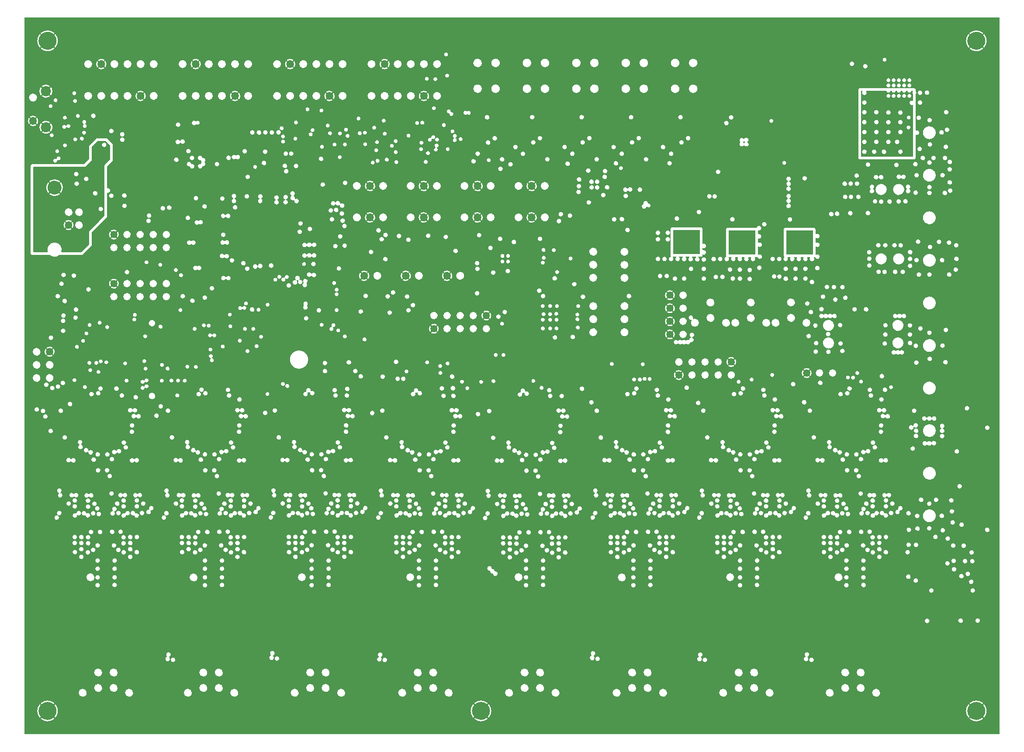
<source format=gbr>
G04 CAM350 V10.5 (Build 464) Date:  Wed Nov 01 10:35:29 2023 *
G04 Database: (Untitled) *
G04 Layer 13: l5 *
%FSLAX25Y25*%
%MOIN*%
%SFA1.000B1.000*%

%MIA0B0*%
%IPPOS*%
%LNl5*%
%LPD*%
G36*
X746031Y2009D02*
G01X2000D01*
Y13760*
Y19681*
Y25610*
Y33581*
Y37282*
Y49092*
Y59366*
Y88458*
Y111704*
Y115694*
Y115695*
Y121828*
Y128297*
Y132418*
Y134499*
Y137342*
Y140984*
Y143248*
Y147954*
Y152482*
Y156351*
Y156352*
Y161903*
Y163698*
Y167364*
Y170815*
Y175909*
Y178092*
Y180434*
Y187953*
Y187954*
Y191230*
Y199052*
Y201254*
Y203453*
Y211237*
Y218802*
Y224921*
Y228552*
Y228553*
Y233519*
Y237737*
Y244545*
Y249938*
Y249939*
Y252299*
Y254137*
Y257521*
Y261614*
Y266279*
Y266280*
Y268855*
Y274027*
Y279927*
Y284027*
Y290962*
Y290963*
Y294026*
Y297083*
Y302327*
Y304728*
Y308028*
Y309997*
Y312827*
Y314429*
Y317626*
Y317627*
Y321626*
Y326201*
Y326202*
Y330967*
Y332801*
Y336502*
Y336503*
Y341553*
Y341554*
Y345951*
Y345952*
Y349049*
Y350253*
Y352725*
Y352726*
Y354828*
Y357964*
Y360426*
Y360427*
Y362327*
Y436266*
Y436267*
Y439964*
Y447127*
Y451628*
Y456231*
Y459354*
Y461621*
Y465439*
Y465440*
Y467219*
Y467220*
Y470338*
Y473483*
Y473484*
Y479228*
Y481629*
Y488151*
Y488152*
Y493039*
Y496879*
Y502527*
Y504900*
Y510595*
Y513727*
Y516853*
Y521027*
Y525567*
Y525568*
Y531491*
Y537417*
Y537418*
Y549174*
X746031*
Y537418*
Y531500*
Y525568*
Y521027*
Y517027*
Y513932*
Y512060*
Y504900*
Y501398*
Y497398*
Y491921*
Y484295*
Y476948*
Y472734*
Y470862*
Y463531*
Y461578*
Y452297*
Y450502*
Y442079*
Y439038*
Y433343*
Y428821*
Y423437*
Y419770*
Y417120*
Y415325*
Y412283*
Y408927*
Y396331*
Y391352*
Y377340*
Y375390*
Y370161*
Y365014*
Y356747*
Y353002*
Y349852*
Y347351*
Y345578*
Y343333*
Y340253*
Y331252*
Y324376*
Y321313*
Y314124*
Y310650*
Y308541*
Y298713*
Y293561*
Y291547*
Y288574*
Y286079*
Y283243*
Y280767*
Y277828*
Y275427*
Y271278*
Y266252*
Y260569*
Y257521*
Y255515*
Y250822*
Y248949*
Y244783*
Y243020*
Y236005*
Y229529*
Y224148*
Y220093*
Y217906*
Y215589*
Y211151*
Y201254*
Y191230*
Y184491*
Y180468*
Y177971*
Y174546*
Y172120*
Y168767*
Y163698*
Y161903*
Y158081*
Y151294*
Y145867*
Y143248*
Y140719*
Y137342*
Y134088*
Y127846*
Y124416*
Y118332*
Y115897*
Y111704*
Y88666*
Y62800*
Y58752*
Y49092*
Y37282*
Y33581*
Y25610*
Y19694*
Y13760*
Y2009*
G37*
%LPC*%
G36*
X355499Y13667D02*
G01X355508Y13677D01*
X355516Y13689*
G75*
G03X355540Y13770I-127J82*
X355508Y13863I-151J0*
G01X355507Y13864*
X354917Y14456*
X354916*
G02X350395Y12787I-4521J5290*
X347077Y13629I0J6959*
G01X346353Y14083*
X345885Y14456*
X345880Y14459*
X345879*
X345877*
X345280Y13863*
Y13862*
G03X345267Y13843I118J-95*
X345248Y13770I132J-73*
G01X345288Y13667*
G03X348309Y12074I5105J6020*
G01X349451Y11850*
X350489Y11794*
G03X355499Y13667I-96J7893*
G37*
G36*
X24790D02*
G01X24799Y13677D01*
X24807Y13689*
G03X24831Y13770I-127J82*
X24799Y13863I-151J0*
G01X24798Y13864*
X24208Y14456*
X24207*
G02X19686Y12787I-4521J5290*
X16368Y13629I0J6959*
G01X15644Y14083*
X15176Y14456*
X15171Y14459*
X15170*
X15168*
X14572Y13863*
X14571Y13862*
G03X14558Y13842I120J-92*
X14539Y13770I132J-73*
G01X14579Y13667*
G03X17600Y12074I5105J6020*
G01X18742Y11850*
X19780Y11794*
G03X24790Y13667I-96J7893*
G37*
G36*
X734367Y14592D02*
G01X734373Y14598D01*
X734380Y14603*
G03X736241Y19694I-6034J5091*
X734370Y24796I-7895J-1*
G01X734267Y24837*
G03X734173Y24804I0J-151*
G01X733578Y24210*
G03Y24209I1J0*
G02X733576Y15172I-5227J-4517*
G01Y15171*
X733574Y15166*
Y15165*
X733978Y14767*
X734149Y14593*
G02X734162Y14583I-48J-76*
G03X734260Y14546I98J111*
G01X734367Y14592*
G37*
G36*
X722523Y14573D02*
G01X722526Y14576D01*
X722529Y14578*
X723118Y15165*
Y15166*
G02X723114Y24210I5228J4524*
G03Y24211I-1J1*
G01X722516Y24806*
G03X722428Y24834I-88J-125*
X722330Y24798I0J-152*
X720450Y19694I6016J-5114*
G01Y19691*
Y19687*
Y19684*
G03X722198Y14730I7896J1*
G01X722223Y14693*
X722311Y14589*
G02X722316Y14583I-63J-57*
G01X722425Y14537*
G03X722523Y14573I1J149*
G37*
G36*
X356415Y14592D02*
G01X356421Y14598D01*
X356428Y14603*
G03X358289Y19684I-6034J5091*
G01Y19687*
Y19691*
Y19694*
G03X356419Y24796I-7895J0*
G01X356315Y24837*
G03X356222Y24805I0J-151*
G01X356221Y24804*
X355626Y24210*
G03Y24209I1J0*
G02X355624Y15172I-5227J-4517*
G01Y15171*
X355622Y15166*
Y15165*
X356026Y14767*
X356197Y14593*
G02X356210Y14583I-48J-76*
G03X356308Y14546I98J111*
G01X356415Y14592*
G37*
G36*
X344571Y14573D02*
G01X344574Y14576D01*
X344577Y14578*
X345166Y15165*
Y15166*
G02X345162Y24210I5228J4524*
G03Y24211I-1J1*
G01X344564Y24806*
G03X344476Y24834I-88J-125*
X344378Y24798I0J-152*
X342498Y19694I6016J-5114*
G01Y19691*
Y19687*
Y19684*
G03X344246Y14730I7896J1*
G01X344271Y14693*
X344359Y14589*
G02X344364Y14583I-63J-57*
G01X344473Y14537*
G03X344571Y14573I1J149*
G37*
G36*
X25706Y14592D02*
G01X25712Y14598D01*
X25719Y14603*
G03X27580Y19684I-6034J5091*
G01Y19687*
Y19691*
Y19694*
G03X25710Y24796I-7895J0*
G01X25606Y24837*
G03X25513Y24805I0J-151*
G01X25512Y24804*
X24917Y24210*
G03Y24209I1J0*
G02X24915Y15172I-5227J-4517*
G01Y15171*
X24913Y15166*
Y15165*
X25316Y14767*
X25488Y14593*
G02X25501Y14583I-48J-76*
G03X25599Y14546I98J111*
G01X25706Y14592*
G37*
G36*
X13861Y14574D02*
G01X13866Y14577D01*
X13870Y14580*
X14457Y15165*
Y15166*
G02X14453Y24210I5228J4524*
G03Y24211I-1J1*
G01X13855Y24806*
G03X13767Y24834I-88J-124*
X13669Y24798I0J-152*
X11787Y19681I6016J-5117*
X13647Y14590I7898J0*
G02X13655Y14583I-52J-67*
G01X13763Y14536*
G03X13861Y14574I-1J149*
G37*
G36*
X732864Y24916D02*
G01X732869Y24919D01*
X733461Y25509*
X733462*
G03X733477Y25531I-117J96*
X733496Y25605I-132J73*
G01X733453Y25710*
G03X730973Y27134I-5108J-6024*
G01X730902Y27152*
G03X728337Y27581I-2567J-7466*
X725864Y27183I2J-7895*
G01X725824Y27165*
G03X723236Y25707I2512J-7485*
X723220Y25685I114J-100*
X723197Y25605I128J-80*
X723229Y25511I151J-1*
G01X723533Y25211*
X723820Y24920*
Y24919*
X723821Y24920*
G02X728338Y26600I4517J-5233*
X732384Y25292I-1J-6913*
G01X732850Y24919*
X732856Y24916*
X732864*
G37*
G36*
X354912D02*
G01X354917Y24919D01*
X355509Y25509*
X355510*
G03X355525Y25531I-117J96*
X355544Y25605I-132J73*
G01X355501Y25710*
G03X353021Y27134I-5108J-6024*
G01X352950Y27152*
G03X350385Y27581I-2567J-7466*
X347912Y27183I2J-7895*
G01X347872Y27165*
G03X345284Y25707I2512J-7485*
X345268Y25685I114J-100*
X345245Y25605I128J-80*
X345277Y25511I151J-1*
G01X345581Y25211*
X345868Y24920*
Y24919*
X345869Y24920*
G02X350386Y26600I4517J-5233*
X354432Y25292I-1J-6913*
G01X354898Y24919*
X354904Y24916*
X354912*
G37*
G36*
X24203D02*
G01X24208Y24919D01*
X24800Y25508*
Y25509*
G03X24816Y25531I-114J100*
X24835Y25605I-132J73*
G01X24792Y25710*
G03X22312Y27134I-5108J-6024*
G01X22241Y27152*
G03X19676Y27581I-2567J-7466*
X17203Y27183I2J-7895*
G01X17163Y27165*
G03X14575Y25707I2512J-7485*
X14559Y25685I114J-100*
X14536Y25605I128J-80*
X14568Y25511I151J-1*
G01X14872Y25211*
X15159Y24920*
Y24919*
X15160Y24920*
G02X19677Y26600I4517J-5233*
X23723Y25292I-1J-6913*
G01X24189Y24919*
X24195Y24916*
X24203*
G37*
G36*
X652010Y30517D02*
G01X652501Y30579D01*
X652976Y30719*
X653422Y30934*
X653827Y31217*
X654182Y31563*
X654477Y31960*
X654704Y32400*
X654857Y32871*
X654932Y33360*
X654940Y33581*
G03X651873Y36648I-3067J0*
G01X651736Y36645*
G03X648806Y33581I137J-3064*
X651873Y30514I3067J0*
G01X652010Y30517*
G37*
G36*
X616577D02*
G01X617068Y30579D01*
X617543Y30719*
X617989Y30934*
X618394Y31217*
X618749Y31563*
X619044Y31960*
X619271Y32400*
X619424Y32871*
X619499Y33360*
X619507Y33581*
G03X616440Y36648I-3067J0*
G01X616303Y36645*
G03X613373Y33581I137J-3064*
X616440Y30514I3067J0*
G01X616577Y30517*
G37*
G36*
X570710D02*
G01X571201Y30579D01*
X571676Y30719*
X572122Y30934*
X572527Y31217*
X572882Y31563*
X573177Y31960*
X573404Y32400*
X573557Y32871*
X573632Y33360*
X573640Y33581*
G03X570573Y36648I-3067J0*
G01X570436Y36645*
G03X567506Y33581I137J-3064*
X570573Y30514I3067J0*
G01X570710Y30517*
G37*
G36*
X535277D02*
G01X535768Y30579D01*
X536243Y30719*
X536689Y30934*
X537094Y31217*
X537449Y31563*
X537744Y31960*
X537971Y32400*
X538124Y32871*
X538199Y33360*
X538207Y33581*
G03X535140Y36648I-3067J0*
G01X535003Y36645*
G03X532073Y33581I137J-3064*
X535140Y30514I3067J0*
G01X535277Y30517*
G37*
G36*
X489410D02*
G01X489901Y30579D01*
X490376Y30719*
X490822Y30934*
X491227Y31217*
X491582Y31563*
X491877Y31960*
X492104Y32400*
X492257Y32871*
X492332Y33360*
X492340Y33581*
G03X489273Y36648I-3067J0*
G01X489136Y36645*
G03X486206Y33581I137J-3064*
X489273Y30514I3067J0*
G01X489410Y30517*
G37*
G36*
X453977D02*
G01X454468Y30579D01*
X454943Y30719*
X455389Y30934*
X455794Y31217*
X456149Y31563*
X456444Y31960*
X456671Y32400*
X456824Y32871*
X456899Y33360*
X456907Y33581*
G03X453840Y36648I-3067J0*
G01X453703Y36645*
G03X450773Y33581I137J-3064*
X453840Y30514I3067J0*
G01X453977Y30517*
G37*
G36*
X407355D02*
G01X407846Y30579D01*
X408321Y30719*
X408767Y30934*
X409172Y31217*
X409527Y31563*
X409822Y31960*
X410049Y32400*
X410202Y32871*
X410277Y33360*
X410285Y33581*
G03X407218Y36648I-3067J0*
G01X407081Y36645*
G03X404151Y33581I137J-3064*
X407218Y30514I3067J0*
G01X407355Y30517*
G37*
G36*
X371921D02*
G01X372412Y30579D01*
X372887Y30719*
X373333Y30934*
X373738Y31217*
X374093Y31563*
X374388Y31960*
X374615Y32400*
X374768Y32871*
X374843Y33360*
X374851Y33581*
G03X371784Y36648I-3067J0*
G01X371647Y36645*
G03X368717Y33581I137J-3064*
X371784Y30514I3067J0*
G01X371921Y30517*
G37*
G36*
X325827D02*
G01X326318Y30579D01*
X326793Y30719*
X327239Y30934*
X327644Y31217*
X327999Y31563*
X328294Y31960*
X328521Y32400*
X328674Y32871*
X328749Y33360*
X328757Y33581*
G03X325690Y36648I-3067J0*
G01X325553Y36645*
G03X322623Y33581I137J-3064*
X325690Y30514I3067J0*
G01X325827Y30517*
G37*
G36*
X290394D02*
G01X290885Y30579D01*
X291360Y30719*
X291806Y30934*
X292211Y31217*
X292566Y31563*
X292861Y31960*
X293088Y32400*
X293241Y32871*
X293316Y33360*
X293324Y33581*
G03X290257Y36648I-3067J0*
G01X290120Y36645*
G03X287190Y33581I137J-3064*
X290257Y30514I3067J0*
G01X290394Y30517*
G37*
G36*
X243772D02*
G01X244263Y30579D01*
X244738Y30719*
X245184Y30934*
X245589Y31217*
X245944Y31563*
X246239Y31960*
X246466Y32400*
X246619Y32871*
X246694Y33360*
X246702Y33581*
G03X243635Y36648I-3067J0*
G01X243498Y36645*
G03X240568Y33581I137J-3064*
X243635Y30514I3067J0*
G01X243772Y30517*
G37*
G36*
X208339D02*
G01X208830Y30579D01*
X209305Y30719*
X209751Y30934*
X210156Y31217*
X210511Y31563*
X210806Y31960*
X211033Y32400*
X211186Y32871*
X211261Y33360*
X211269Y33581*
G03X208202Y36648I-3067J0*
G01X208065Y36645*
G03X205135Y33581I137J-3064*
X208202Y30514I3067J0*
G01X208339Y30517*
G37*
G36*
X162245D02*
G01X162736Y30579D01*
X163211Y30719*
X163657Y30934*
X164062Y31217*
X164417Y31563*
X164712Y31960*
X164939Y32400*
X165092Y32871*
X165167Y33360*
X165175Y33581*
G03X162108Y36648I-3067J0*
G01X161971Y36645*
G03X159041Y33581I137J-3064*
X162108Y30514I3067J0*
G01X162245Y30517*
G37*
G36*
X126812D02*
G01X127303Y30579D01*
X127778Y30719*
X128224Y30934*
X128629Y31217*
X128984Y31563*
X129279Y31960*
X129506Y32400*
X129659Y32871*
X129734Y33360*
X129742Y33581*
G03X126675Y36648I-3067J0*
G01X126538Y36645*
G03X123608Y33581I137J-3064*
X126675Y30514I3067J0*
G01X126812Y30517*
G37*
G36*
X81992D02*
G01X82483Y30579D01*
X82958Y30719*
X83404Y30934*
X83809Y31217*
X84164Y31563*
X84459Y31960*
X84686Y32400*
X84839Y32871*
X84914Y33360*
X84922Y33581*
G03X81855Y36648I-3067J0*
G01X81718Y36645*
G03X78788Y33581I137J-3064*
X81855Y30514I3067J0*
G01X81992Y30517*
G37*
G36*
X46559D02*
G01X47050Y30579D01*
X47525Y30719*
X47971Y30934*
X48376Y31217*
X48731Y31563*
X49026Y31960*
X49253Y32400*
X49406Y32871*
X49481Y33360*
X49489Y33581*
G03X46422Y36648I-3067J0*
G01X46285Y36645*
G03X43355Y33581I137J-3064*
X46422Y30514I3067J0*
G01X46559Y30517*
G37*
G36*
X640200Y34220D02*
G01X640691Y34282D01*
X641165Y34422*
X641611Y34637*
X642017Y34921*
X642371Y35266*
X642665Y35664*
X642892Y36104*
X643045Y36574*
X643120Y37063*
X643128Y37282*
G03X640062Y40348I-3066J0*
G01X639924Y40345*
G03X636996Y37282I138J-3063*
X640062Y34217I3066J1*
G01X640200Y34220*
G37*
G36*
X628389D02*
G01X628880Y34282D01*
X629355Y34422*
X629800Y34637*
X630206Y34921*
X630560Y35266*
X630855Y35664*
X631081Y36104*
X631234Y36574*
X631309Y37063*
X631317Y37282*
G03X628251Y40348I-3066J0*
G01X628113Y40345*
G03X625185Y37282I138J-3063*
X628251Y34217I3066J1*
G01X628389Y34220*
G37*
G36*
X558900D02*
G01X559391Y34282D01*
X559865Y34422*
X560311Y34637*
X560717Y34921*
X561071Y35266*
X561365Y35664*
X561592Y36104*
X561745Y36574*
X561820Y37063*
X561828Y37282*
G03X558762Y40348I-3066J0*
G01X558624Y40345*
G03X555696Y37282I138J-3063*
X558762Y34217I3066J1*
G01X558900Y34220*
G37*
G36*
X547089D02*
G01X547580Y34282D01*
X548055Y34422*
X548500Y34637*
X548906Y34921*
X549260Y35266*
X549555Y35664*
X549781Y36104*
X549934Y36574*
X550009Y37063*
X550017Y37282*
G03X546951Y40348I-3066J0*
G01X546813Y40345*
G03X543885Y37282I138J-3063*
X546951Y34217I3066J1*
G01X547089Y34220*
G37*
G36*
X477600D02*
G01X478091Y34282D01*
X478565Y34422*
X479011Y34637*
X479417Y34921*
X479771Y35266*
X480065Y35664*
X480292Y36104*
X480445Y36574*
X480520Y37063*
X480528Y37282*
G03X477462Y40348I-3066J0*
G01X477324Y40345*
G03X474396Y37282I138J-3063*
X477462Y34217I3066J1*
G01X477600Y34220*
G37*
G36*
X465789D02*
G01X466280Y34282D01*
X466755Y34422*
X467200Y34637*
X467606Y34921*
X467960Y35266*
X468255Y35664*
X468481Y36104*
X468634Y36574*
X468709Y37063*
X468717Y37282*
G03X465651Y40348I-3066J0*
G01X465513Y40345*
G03X462585Y37282I138J-3063*
X465651Y34217I3066J1*
G01X465789Y34220*
G37*
G36*
X395544D02*
G01X396035Y34282D01*
X396510Y34422*
X396955Y34637*
X397361Y34921*
X397715Y35266*
X398010Y35664*
X398236Y36104*
X398389Y36574*
X398464Y37063*
X398472Y37282*
G03X395406Y40348I-3066J0*
G01X395268Y40345*
G03X392340Y37282I138J-3063*
X395406Y34217I3066J1*
G01X395544Y34220*
G37*
G36*
X383733D02*
G01X384224Y34282D01*
X384699Y34422*
X385144Y34637*
X385550Y34921*
X385904Y35266*
X386199Y35664*
X386425Y36104*
X386578Y36574*
X386653Y37063*
X386661Y37282*
G03X383595Y40348I-3066J0*
G01X383457Y40345*
G03X380529Y37282I138J-3063*
X383595Y34217I3066J1*
G01X383733Y34220*
G37*
G36*
X314017D02*
G01X314508Y34282D01*
X314983Y34422*
X315428Y34637*
X315834Y34921*
X316188Y35266*
X316483Y35664*
X316709Y36104*
X316862Y36574*
X316937Y37063*
X316945Y37282*
G03X313879Y40348I-3066J0*
G01X313741Y40345*
G03X310813Y37282I138J-3063*
X313879Y34217I3066J1*
G01X314017Y34220*
G37*
G36*
X302206D02*
G01X302697Y34282D01*
X303172Y34422*
X303617Y34637*
X304023Y34921*
X304377Y35266*
X304672Y35664*
X304898Y36104*
X305051Y36574*
X305126Y37063*
X305134Y37282*
G03X302068Y40348I-3066J0*
G01X301930Y40345*
G03X299002Y37282I138J-3063*
X302068Y34217I3066J1*
G01X302206Y34220*
G37*
G36*
X231962D02*
G01X232453Y34282D01*
X232928Y34422*
X233373Y34637*
X233779Y34921*
X234133Y35266*
X234428Y35664*
X234654Y36104*
X234807Y36574*
X234882Y37063*
X234890Y37282*
G03X231824Y40348I-3066J0*
G01X231686Y40345*
G03X228758Y37282I138J-3063*
X231824Y34217I3066J1*
G01X231962Y34220*
G37*
G36*
X220151D02*
G01X220642Y34282D01*
X221117Y34422*
X221562Y34637*
X221968Y34921*
X222322Y35266*
X222617Y35664*
X222843Y36104*
X222996Y36574*
X223071Y37063*
X223079Y37282*
G03X220013Y40348I-3066J0*
G01X219875Y40345*
G03X216947Y37282I138J-3063*
X220013Y34217I3066J1*
G01X220151Y34220*
G37*
G36*
X150435D02*
G01X150926Y34282D01*
X151400Y34422*
X151846Y34637*
X152252Y34921*
X152606Y35266*
X152901Y35664*
X153127Y36104*
X153280Y36574*
X153355Y37063*
X153363Y37282*
G03X150297Y40348I-3066J0*
G01X150159Y40345*
G03X147231Y37282I138J-3063*
X150297Y34217I3066J1*
G01X150435Y34220*
G37*
G36*
X138624D02*
G01X139115Y34282D01*
X139590Y34422*
X140035Y34637*
X140441Y34921*
X140795Y35266*
X141090Y35664*
X141316Y36104*
X141469Y36574*
X141544Y37063*
X141552Y37282*
G03X138486Y40348I-3066J0*
G01X138348Y40345*
G03X135420Y37282I138J-3063*
X138486Y34217I3066J1*
G01X138624Y34220*
G37*
G36*
X70182D02*
G01X70673Y34282D01*
X71148Y34422*
X71593Y34637*
X71999Y34921*
X72353Y35266*
X72648Y35664*
X72874Y36104*
X73027Y36574*
X73102Y37063*
X73110Y37282*
G03X70044Y40348I-3066J0*
G01X69906Y40345*
G03X66978Y37282I138J-3063*
X70044Y34217I3066J1*
G01X70182Y34220*
G37*
G36*
X58371D02*
G01X58862Y34282D01*
X59337Y34422*
X59782Y34637*
X60188Y34921*
X60542Y35266*
X60837Y35664*
X61063Y36104*
X61216Y36574*
X61291Y37063*
X61299Y37282*
G03X58233Y40348I-3066J0*
G01X58095Y40345*
G03X55167Y37282I138J-3063*
X58233Y34217I3066J1*
G01X58371Y34220*
G37*
G36*
X640201Y46031D02*
G01X640692Y46093D01*
X641166Y46233*
X641612Y46448*
X642017Y46732*
X642371Y47078*
X642665Y47475*
X642892Y47915*
X643044Y48386*
X643119Y48875*
X643126Y49092*
G03X640062Y52156I-3064J0*
G01X639923Y52153*
G03X636998Y49092I139J-3061*
X640062Y46028I3064J0*
G01X640201Y46031*
G37*
G36*
X628390D02*
G01X628881Y46093D01*
X629355Y46233*
X629801Y46448*
X630206Y46732*
X630560Y47078*
X630854Y47475*
X631081Y47915*
X631233Y48386*
X631308Y48875*
X631315Y49092*
G03X628251Y52156I-3064J0*
G01X628112Y52153*
G03X625187Y49092I139J-3061*
X628251Y46028I3064J0*
G01X628390Y46031*
G37*
G36*
X558901D02*
G01X559392Y46093D01*
X559866Y46233*
X560312Y46448*
X560717Y46732*
X561071Y47078*
X561365Y47475*
X561592Y47915*
X561744Y48386*
X561819Y48875*
X561826Y49092*
G03X558762Y52156I-3064J0*
G01X558623Y52153*
G03X555698Y49092I139J-3061*
X558762Y46028I3064J0*
G01X558901Y46031*
G37*
G36*
X547090D02*
G01X547581Y46093D01*
X548055Y46233*
X548501Y46448*
X548906Y46732*
X549260Y47078*
X549554Y47475*
X549781Y47915*
X549933Y48386*
X550008Y48875*
X550015Y49092*
G03X546951Y52156I-3064J0*
G01X546812Y52153*
G03X543887Y49092I139J-3061*
X546951Y46028I3064J0*
G01X547090Y46031*
G37*
G36*
X477601D02*
G01X478092Y46093D01*
X478566Y46233*
X479012Y46448*
X479417Y46732*
X479771Y47078*
X480065Y47475*
X480292Y47915*
X480444Y48386*
X480519Y48875*
X480526Y49092*
G03X477462Y52156I-3064J0*
G01X477323Y52153*
G03X474398Y49092I139J-3061*
X477462Y46028I3064J0*
G01X477601Y46031*
G37*
G36*
X465790D02*
G01X466281Y46093D01*
X466755Y46233*
X467201Y46448*
X467606Y46732*
X467960Y47078*
X468254Y47475*
X468481Y47915*
X468633Y48386*
X468708Y48875*
X468715Y49092*
G03X465651Y52156I-3064J0*
G01X465512Y52153*
G03X462587Y49092I139J-3061*
X465651Y46028I3064J0*
G01X465790Y46031*
G37*
G36*
X395545D02*
G01X396036Y46093D01*
X396510Y46233*
X396956Y46448*
X397361Y46732*
X397715Y47078*
X398009Y47475*
X398236Y47915*
X398388Y48386*
X398463Y48875*
X398470Y49092*
G03X395406Y52156I-3064J0*
G01X395267Y52153*
G03X392342Y49092I139J-3061*
X395406Y46028I3064J0*
G01X395545Y46031*
G37*
G36*
X383734D02*
G01X384225Y46093D01*
X384699Y46233*
X385145Y46448*
X385550Y46732*
X385904Y47078*
X386198Y47475*
X386425Y47915*
X386577Y48386*
X386652Y48875*
X386659Y49092*
G03X383595Y52156I-3064J0*
G01X383456Y52153*
G03X380531Y49092I139J-3061*
X383595Y46028I3064J0*
G01X383734Y46031*
G37*
G36*
X314018D02*
G01X314509Y46093D01*
X314983Y46233*
X315429Y46448*
X315834Y46732*
X316188Y47078*
X316482Y47475*
X316709Y47915*
X316861Y48386*
X316936Y48875*
X316943Y49092*
G03X313879Y52156I-3064J0*
G01X313740Y52153*
G03X310815Y49092I139J-3061*
X313879Y46028I3064J0*
G01X314018Y46031*
G37*
G36*
X302207D02*
G01X302698Y46093D01*
X303172Y46233*
X303618Y46448*
X304023Y46732*
X304377Y47078*
X304671Y47475*
X304898Y47915*
X305050Y48386*
X305125Y48875*
X305132Y49092*
G03X302068Y52156I-3064J0*
G01X301929Y52153*
G03X299004Y49092I139J-3061*
X302068Y46028I3064J0*
G01X302207Y46031*
G37*
G36*
X231963D02*
G01X232454Y46093D01*
X232928Y46233*
X233374Y46448*
X233779Y46732*
X234133Y47078*
X234427Y47475*
X234654Y47915*
X234806Y48386*
X234881Y48875*
X234888Y49092*
G03X231824Y52156I-3064J0*
G01X231685Y52153*
G03X228760Y49092I139J-3061*
X231824Y46028I3064J0*
G01X231963Y46031*
G37*
G36*
X220152D02*
G01X220643Y46093D01*
X221117Y46233*
X221563Y46448*
X221968Y46732*
X222322Y47078*
X222616Y47475*
X222843Y47915*
X222995Y48386*
X223070Y48875*
X223077Y49092*
G03X220013Y52156I-3064J0*
G01X219874Y52153*
G03X216949Y49092I139J-3061*
X220013Y46028I3064J0*
G01X220152Y46031*
G37*
G36*
X150436D02*
G01X150927Y46093D01*
X151401Y46233*
X151847Y46448*
X152252Y46732*
X152606Y47078*
X152900Y47475*
X153127Y47915*
X153279Y48386*
X153354Y48875*
X153361Y49092*
G03X150297Y52156I-3064J0*
G01X150158Y52153*
G03X147233Y49092I139J-3061*
X150297Y46028I3064J0*
G01X150436Y46031*
G37*
G36*
X138625D02*
G01X139116Y46093D01*
X139590Y46233*
X140036Y46448*
X140441Y46732*
X140795Y47078*
X141089Y47475*
X141316Y47915*
X141468Y48386*
X141543Y48875*
X141550Y49092*
G03X138486Y52156I-3064J0*
G01X138347Y52153*
G03X135422Y49092I139J-3061*
X138486Y46028I3064J0*
G01X138625Y46031*
G37*
G36*
X70183D02*
G01X70674Y46093D01*
X71148Y46233*
X71594Y46448*
X71999Y46732*
X72353Y47078*
X72647Y47475*
X72874Y47915*
X73026Y48386*
X73101Y48875*
X73108Y49092*
G03X70044Y52156I-3064J0*
G01X69905Y52153*
G03X66980Y49092I139J-3061*
X70044Y46028I3064J0*
G01X70183Y46031*
G37*
G36*
X58372D02*
G01X58863Y46093D01*
X59337Y46233*
X59783Y46448*
X60188Y46732*
X60542Y47078*
X60836Y47475*
X61063Y47915*
X61215Y48386*
X61290Y48875*
X61297Y49092*
G03X58233Y52156I-3064J0*
G01X58094Y52153*
G03X55169Y49092I139J-3061*
X58233Y46028I3064J0*
G01X58372Y46031*
G37*
G36*
X604340Y58752D02*
G01X604300Y59124D01*
X604182Y59478*
X603992Y59800*
X603738Y60074*
X603431Y60287*
X603086Y60431*
X602718Y60498*
X602590Y60502*
G03X600840Y58752I0J-1750*
X602590Y57002I1750J0*
X604340Y58752I0J1750*
G37*
G36*
X522986Y58671D02*
G01X522946Y59043D01*
X522855Y59337*
X522852Y59343*
X522837Y59378*
G03X521236Y60422I-1602J-706*
X520818Y60371I1J-1750*
X519486Y58671I418J-1699*
X521236Y56921I1750J0*
X522986Y58671I0J1750*
G37*
G36*
X278742Y58597D02*
G01X278702Y58968D01*
X278584Y59323*
X278394Y59644*
X278140Y59918*
X277928Y60075*
G03X277779Y60160I-941J-1476*
X276992Y60347I-787J-1563*
X275242Y58597I0J-1750*
X276992Y56847I1750J0*
X278742Y58597I0J1750*
G37*
G36*
X273867Y57788D02*
G01X273896Y57813D01*
G03X274420Y58435I-699J1121*
X274498Y58597I-1357J753*
G01X274511Y58631*
X274512Y58634*
G03X274581Y59505I-1450J553*
X274352Y60121I-1402J-171*
X274160Y60382I-832J-411*
G01X274136Y60413*
X273941Y60594*
G02X273872Y60755I156J162*
X274020Y60967I225J1*
G03X275263Y62643I-509J1676*
X275112Y63355I-1752J0*
X274619Y64002I-1601J-708*
G01X274589Y64021*
G03X273514Y64392I-1076J-1374*
X272447Y64027I1J-1745*
G01X272185Y63796*
X272137Y63736*
G03X272025Y63561I1014J-773*
X271774Y62827I1120J-793*
X271833Y62161I1289J-221*
X272020Y61732I1295J309*
G01X272231Y61452*
X272424Y61271*
G02X272346Y60898I-156J-162*
G03X271187Y59741I515J-1675*
G01X271178Y59713*
G03X271108Y59224I1682J-490*
X271409Y58242I1752J0*
X271814Y57819I1219J761*
X272485Y57508I922J1110*
G01X272583Y57490*
G03X272858Y57468I277J1727*
X273867Y57788I1J1749*
G37*
G36*
X117190Y58734D02*
G01X117150Y59105D01*
X117032Y59460*
X116842Y59781*
X116587Y60055*
X116263Y60278*
X116262Y60279*
G03X116070Y60366I-817J-1548*
G01Y60367*
G03X115440Y60484I-629J-1633*
X113690Y58734I0J-1750*
X115440Y56983I1750J-1*
X117190Y58734I0J1750*
G37*
G36*
X518111Y57869D02*
G01X518139Y57894D01*
G03X518664Y58516I-698J1122*
X518732Y58671I-1564J778*
G01X518744Y58703*
X518746Y58708*
G03X518600Y60195I-1645J589*
X518398Y60469I-878J-436*
G01X518374Y60500*
X518279Y60593*
Y60594*
G02X518134Y60743I81J223*
X518112Y60840I203J97*
X518268Y61054I225J0*
G03X519491Y62723I-527J1669*
X518045Y64446I-1750J-1*
X517741Y64473I-306J-1724*
X516214Y63578I0J-1751*
G01X516189Y63532*
G03X516141Y62012I1552J-810*
X516435Y61558I1165J432*
G01X516460Y61527*
X516654Y61346*
G02X516575Y60973I-157J-162*
G03X515366Y59530I529J-1671*
G01X515365Y59519*
X515364Y59516*
G03X515351Y59302I1741J-213*
X515871Y58056I1753J0*
G01X515980Y57956*
X516058Y57900*
G03X516729Y57589I922J1110*
G01X516827Y57570*
G03X517102Y57549I270J1728*
X518111Y57869I1J1749*
G37*
G36*
X599465Y57944D02*
G01X599494Y57968D01*
G03X600018Y58591I-700J1121*
X600096Y58752I-1355J756*
G01X600109Y58786*
X600110Y58790*
G03X600179Y59660I-1450J553*
X599950Y60276I-1402J-171*
X599758Y60538I-833J-409*
G01X599734Y60569*
X599539Y60749*
G02X599470Y60911I156J162*
X599618Y61122I225J0*
G01X599946Y61259*
X600165Y61402*
G03X600861Y62800I-1055J1397*
X599111Y64551I-1751J0*
X597361Y62731I0J-1751*
G01X597362Y62723*
G03X597829Y61607I1749J76*
G01X598022Y61427*
G02X597944Y61054I-156J-162*
G03X596707Y59378I516J-1676*
X596798Y58821I1753J0*
G01X596838Y58708*
X596853Y58671*
G03X597412Y57975I1511J641*
X598083Y57664I922J1110*
G01X598181Y57645*
G03X598456Y57623I277J1727*
X599465Y57944I-1J1749*
G37*
G36*
X112315Y57931D02*
G01X112343Y57956D01*
G03X112868Y58578I-699J1122*
X112936Y58734I-1565J775*
G01X112948Y58765*
X112950Y58770*
G03X112804Y60258I-1644J590*
X112602Y60531I-877J-438*
G01X112578Y60562*
X112483Y60656*
G02X112338Y60805I81J224*
X112316Y60902I203J97*
X112472Y61116I225J0*
G03X113692Y62784I-530J1668*
X111941Y64534I-1751J-1*
X111343Y64429I-1J-1750*
X110498Y61794I598J-1645*
G01X110669Y61583*
X110858Y61408*
G02X110779Y61035I-156J-162*
G03X109558Y59366I530J-1669*
X110262Y57962I1751J0*
X110933Y57651I922J1110*
G01X111031Y57633*
G03X111306Y57611I277J1727*
X112315Y57931I1J1749*
G37*
G36*
X441071Y59302D02*
G01X441072Y59310D01*
X441073Y59318*
G03X441086Y59530I-1738J213*
X439336Y61280I-1750J0*
X437586Y59530I0J-1750*
X439336Y57780I1750J0*
X441071Y59302I0J1750*
G37*
G36*
X196374Y59224D02*
G01X196381Y59247D01*
G02X196384Y59256I96J-27*
G03X196452Y59741I-1683J483*
X194702Y61491I-1750J0*
X192952Y59741I0J-1750*
X194398Y58018I1750J0*
X194702Y57991I306J1723*
X196374Y59224I0J1750*
G37*
G36*
X435382Y58416D02*
G01X435675Y58472D01*
X435969Y58584*
X436247Y58759*
G03X436764Y59374I-800J1197*
X436838Y59530I-1371J746*
G01X436852Y59563*
X436854Y59568*
G03X436926Y60438I-1458J559*
X436715Y61029I-1404J-168*
X436399Y61433I-1331J-715*
G01X436267Y61552*
G02X436216Y61695I174J143*
X436347Y61900I225J1*
G03X437597Y63578I-502J1678*
X437392Y64400I-1752J0*
G01X437301Y64550*
G03X436616Y65147I-1324J-827*
X435845Y65331I-770J-1521*
X435087Y65153I0J-1705*
X434221Y64220I624J-1447*
X434269Y62827I1625J-641*
X434333Y62693I1173J478*
G01X434335Y62690*
X434363Y62643*
G03X434542Y62416I1078J666*
G01X434566Y62385*
X434760Y62205*
G02X434675Y61831I-157J-161*
G03X433451Y60160I529J-1672*
X434058Y58833I1753J0*
G01X434158Y58758*
G03X434261Y58680I922J1111*
G01X434265Y58678*
G03X434398Y58597I818J1193*
X434828Y58447I685J1271*
G01X435098Y58410*
X435382Y58416*
G37*
G36*
X190749Y58622D02*
G01X191042Y58678D01*
X191336Y58790*
X191613Y58964*
G03X192130Y59580I-796J1193*
X192205Y59741I-1432J765*
G01X192217Y59772*
G02X192220Y59780I95J-31*
G03X192291Y60650I-1524J562*
X192070Y61253I-1228J-108*
X191865Y61533I-872J-423*
G01X191834Y61570*
X191624Y61763*
G02X191569Y61911I170J147*
X191680Y62105I225J0*
G01X191914Y62198*
X192196Y62360*
X192233Y62391*
G03X192677Y62876I-693J1080*
X192939Y63796I-1485J920*
G01Y63797*
G03X192277Y65166I-1747J0*
X191194Y65542I-1083J-1370*
X190134Y65184I-1J-1746*
X189546Y64382I798J-1202*
X189638Y62995I1603J-590*
G01X189762Y62784*
G03X189899Y62621I1078J767*
G01X189924Y62590*
X190122Y62410*
G02X190053Y62043I-158J-160*
G03X188817Y60366I518J-1676*
X189447Y59020I1754J1*
G01X189524Y58964*
G03X189727Y58823I922J1110*
G01X189735Y58818*
G03X189910Y58734I711J1256*
G01X189911*
G03X190195Y58653I536J1340*
G01X190464Y58615*
X190749Y58622*
G37*
G36*
X731104Y88666D02*
G01Y88667D01*
G03X729354Y90417I-1750J0*
X727604Y88691I0J-1750*
G01Y88690*
Y88689*
Y88666*
G03X729354Y86916I1750J0*
X731104Y88666I0J1750*
G37*
G36*
X716534Y86957D02*
G01X716897Y87046D01*
X717233Y87210*
X717526Y87442*
X717763Y87730*
X717934Y88062*
X718031Y88423*
X718051Y88667*
Y88668*
Y88691*
G03X716301Y90442I-1750J1*
X714551Y88691I0J-1750*
X714564Y88474I1751J-4*
G01X714565Y88468*
X714567Y88458*
G03X716301Y86941I1735J233*
X716534Y86957I-3J1750*
G37*
G36*
X692571Y88458D02*
G01X692568Y88567D01*
X692557Y88676*
Y88682*
X692555Y88691*
G03X690822Y90207I-1734J-233*
X690589Y90191I3J-1749*
X689073Y88458I233J-1733*
X690822Y86709I1749J0*
X692571Y88458I0J1749*
G37*
G36*
X727359Y111704D02*
G01X727319Y112075D01*
X727201Y112430*
X727011Y112751*
X726756Y113025*
X726450Y113238*
X726105Y113381*
X725737Y113448*
X725610Y113453*
G03X723861Y111704I0J-1749*
X725610Y109955I1749J0*
X727359Y111704I0J1749*
G37*
G36*
X695769D02*
G01X695729Y112075D01*
X695611Y112430*
X695421Y112751*
X695166Y113025*
X694860Y113238*
X694515Y113381*
X694147Y113448*
X694020Y113453*
G03X692271Y111704I0J-1749*
X694020Y109955I1749J0*
X695769Y111704I0J1749*
G37*
G36*
X642412Y114159D02*
G01X642776Y114242D01*
X643115Y114400*
X643412Y114626*
X643654Y114910*
X643831Y115240*
X643933Y115599*
X643959Y115896*
Y115897*
G03X642210Y117645I-1749J-1*
X640461Y115897I0J-1749*
X640471Y115708I1750J-2*
G01X640472Y115703*
X640473Y115694*
G03X642210Y114148I1737J203*
X642412Y114159I6J1750*
G37*
G36*
X630971Y115694D02*
G01X630969Y115789D01*
X630961Y115883*
X630960Y115888*
X630959Y115897*
G03X629324Y117442I-1739J-202*
G01X629221Y117445*
G03X627483Y115897I1J-1750*
G01X627482Y115888*
X627481Y115883*
G03X627471Y115694I1741J-187*
X629221Y113944I1750J0*
X630971Y115694I0J1750*
G37*
G36*
X562796D02*
G01X562797Y115700D01*
Y115701*
G02X562798Y115710I100J-7*
G03X562808Y115896I-1740J187*
G01Y115897*
G03X561059Y117645I-1749J-1*
X559310Y115897I0J-1749*
X559320Y115708I1750J-2*
G01X559321Y115703*
X559322Y115694*
G03X560956Y114151I1737J203*
G01X561059Y114148*
G03X562796Y115694I0J1749*
G37*
G36*
X549820D02*
G01X549818Y115789D01*
X549810Y115883*
X549809Y115888*
X549808Y115897*
G03X548173Y117442I-1739J-202*
G01X548070Y117445*
G03X546332Y115897I1J-1750*
G01X546331Y115888*
X546330Y115883*
G03X546320Y115694I1741J-187*
X548070Y113944I1750J0*
X549820Y115694I0J1750*
G37*
G36*
X481379D02*
G01X481380Y115700D01*
Y115701*
G02X481381Y115710I100J-7*
G03X481391Y115896I-1740J187*
G01Y115897*
G03X479642Y117645I-1749J-1*
X477893Y115897I0J-1749*
X477903Y115708I1750J-2*
G01X477904Y115703*
X477905Y115694*
G03X479539Y114151I1737J203*
G01X479642Y114148*
G03X481379Y115694I0J1749*
G37*
G36*
X468403D02*
G01X468401Y115789D01*
X468393Y115883*
X468392Y115888*
X468391Y115897*
G03X466756Y117442I-1739J-202*
G01X466653Y117445*
G03X464915Y115897I1J-1750*
G01X464914Y115888*
X464913Y115883*
G03X464903Y115694I1741J-187*
X466653Y113944I1750J0*
X468403Y115694I0J1750*
G37*
G36*
X399534D02*
G01X399535Y115700D01*
Y115701*
G02X399536Y115710I100J-7*
G03X399546Y115896I-1740J187*
G01Y115897*
G03X397797Y117645I-1749J-1*
X396048Y115897I0J-1749*
X396058Y115708I1750J-2*
G01X396059Y115703*
X396060Y115694*
G03X397694Y114151I1737J203*
G01X397797Y114148*
G03X399534Y115694I0J1749*
G37*
G36*
X386558D02*
G01X386556Y115789D01*
X386548Y115883*
X386547Y115888*
X386546Y115897*
G03X384911Y117442I-1739J-202*
G01X384808Y117445*
G03X383070Y115897I1J-1750*
G01X383069Y115888*
X383068Y115883*
G03X383058Y115694I1741J-187*
X384808Y113944I1750J0*
X386558Y115694I0J1750*
G37*
G36*
X317767D02*
G01X317768Y115700D01*
Y115701*
G02X317769Y115710I100J-7*
G03X317779Y115896I-1740J187*
G01Y115897*
G03X316030Y117645I-1749J-1*
X314281Y115897I0J-1749*
X314291Y115708I1750J-2*
G01X314292Y115703*
X314293Y115694*
G03X315927Y114151I1737J203*
G01X316030Y114148*
G03X317767Y115694I0J1749*
G37*
G36*
X304791D02*
G01X304789Y115789D01*
X304781Y115883*
X304780Y115888*
X304779Y115897*
G03X303144Y117442I-1739J-202*
G01X303041Y117445*
G03X301303Y115897I1J-1750*
G01X301302Y115888*
X301301Y115883*
G03X301291Y115694I1741J-187*
X303041Y113944I1750J0*
X304791Y115694I0J1750*
G37*
G36*
X235882D02*
G01X235883Y115700D01*
Y115701*
G02X235884Y115710I100J-7*
G03X235894Y115896I-1740J187*
G01Y115897*
G03X234145Y117645I-1749J-1*
X232396Y115897J-1749*
X232406Y115708I1750J-2*
G01X232407Y115703*
X232408Y115694*
G03X234042Y114151I1737J203*
G01X234145Y114148*
G03X235882Y115694I0J1749*
G37*
G36*
X222906D02*
G01X222904Y115789D01*
X222896Y115883*
X222895Y115888*
X222894Y115897*
G03X221259Y117442I-1739J-202*
G01X221156Y117445*
G03X219418Y115897I1J-1750*
G01X219417Y115888*
X219416Y115883*
G03X219406Y115694I1741J-187*
X221156Y113944I1750J0*
X222906Y115694I0J1750*
G37*
G36*
X154512D02*
G01X154513Y115700D01*
Y115701*
G02X154514Y115710I100J-7*
G03X154524Y115896I-1740J187*
G01Y115897*
G03X152775Y117645I-1749J-1*
X151026Y115897J-1749*
X151036Y115708I1750J-2*
G01X151037Y115703*
X151038Y115694*
G03X152672Y114151I1737J203*
G01X152775Y114148*
G03X154512Y115694I0J1749*
G37*
G36*
X141537D02*
G01X141535Y115789D01*
X141527Y115883*
X141526Y115888*
X141525Y115897*
G03X139890Y117442I-1739J-202*
G01X139787Y117445*
G03X138049Y115897I1J-1750*
G01X138048Y115888*
X138047Y115883*
G03X138037Y115694I1741J-187*
X139787Y113944I1750J0*
X141537Y115694I0J1750*
G37*
G36*
X72581D02*
G01X72582Y115700D01*
Y115701*
G02X72583Y115710I100J-7*
G03X72593Y115896I-1740J187*
G01Y115897*
G03X70844Y117645I-1749J-1*
X69095Y115897J-1749*
X69105Y115708I1750J-2*
G01X69106Y115703*
X69107Y115694*
G03X70741Y114151I1737J203*
G01X70844Y114148*
G03X72581Y115694I0J1749*
G37*
G36*
X59605D02*
G01X59603Y115789D01*
X59595Y115883*
X59594Y115888*
X59593Y115897*
G03X57855Y117445I-1739J-202*
X57653Y117433I3J-1751*
X56105Y115694I202J-1738*
X57855Y113944I1750J0*
X59605Y115694I0J1750*
G37*
G36*
X726190Y118332D02*
G01X726150Y118704D01*
X726032Y119058*
X725842Y119380*
X725588Y119653*
X725281Y119867*
X725039Y119976*
G03X724440Y120082I-600J-1644*
X722950Y119249I1J-1750*
G01X722920Y119200*
G03X722690Y118332I1520J-867*
X724440Y116582I1750J0*
X726190Y118332I0J1750*
G37*
G36*
X683653D02*
G01X683680Y118378D01*
X683685Y118385*
G03X683913Y119249I-1521J864*
X682164Y120998I-1749J0*
X680415Y119249I0J-1749*
X681566Y117606I1749J1*
X682164Y117500I600J1643*
X683653Y118332I0J1749*
G37*
G36*
X457958Y118642D02*
G01X458449Y118705D01*
X458923Y118845*
X459369Y119060*
X459774Y119344*
X460128Y119689*
X460422Y120087*
X460649Y120527*
X460801Y120998*
X460876Y121487*
X460883Y121703*
G03X457819Y124768I-3064J1*
G01X457680Y124765*
G03X454755Y121703I139J-3061*
X457819Y118639I3064J0*
G01X457958Y118642*
G37*
G36*
X131186D02*
G01X131677Y118705D01*
X132151Y118845*
X132597Y119060*
X133002Y119344*
X133356Y119689*
X133650Y120087*
X133877Y120527*
X134029Y120998*
X134104Y121487*
X134111Y121703*
G03X131047Y124768I-3064J1*
G01X130908Y124765*
G03X127983Y121703I139J-3061*
X131047Y118639I3064J0*
G01X131186Y118642*
G37*
G36*
X624829Y119249D02*
G01Y119250D01*
X624946Y119328*
G02X624953Y119334I69J-73*
G03X626235Y121703I-1780J2495*
G01Y121708*
X626237Y121828*
G03X623173Y124892I-3065J-1*
G01X623034Y124889*
G03X620109Y121828I139J-3061*
G01X620111Y121707*
Y121703*
G03X623173Y118764I3062J125*
X624829Y119249I2J3064*
G37*
G36*
X543558Y121703D02*
G01Y121708D01*
X543560Y121828*
G03X540496Y124892I-3065J-1*
G01X540357Y124889*
G03X537432Y121828I139J-3061*
G01X537434Y121707*
Y121703*
G03X540265Y118772I3062J125*
G01X540496Y118764*
G03X543558Y121703I0J3064*
G37*
G36*
X382141D02*
G01Y121708D01*
X382143Y121828*
G03X379079Y124892I-3065J-1*
X377572Y124496I0J-3064*
G01X377571*
X377431Y124411*
G03X376015Y121828I1648J-2583*
G01X376017Y121707*
Y121703*
G03X378848Y118772I3062J125*
G01X379079Y118764*
G03X382141Y121703I0J3064*
G37*
G36*
X299463D02*
G01Y121708D01*
X299465Y121828*
G03X296401Y124892I-3065J-1*
G01X296262Y124889*
G03X293337Y121828I139J-3061*
G01X293339Y121707*
Y121703*
G03X296170Y118772I3062J125*
G01X296401Y118764*
G03X299463Y121703I0J3064*
G37*
G36*
X216786D02*
G01Y121708D01*
X216788Y121828*
G03X213724Y124892I-3065J-1*
G01X213585Y124889*
G03X210660Y121828I139J-3061*
G01X210662Y121707*
Y121703*
G03X213493Y118772I3062J125*
G01X213724Y118764*
G03X216786Y121703I0J3064*
G37*
G36*
X52446Y118767D02*
G01X52937Y118829D01*
X53411Y118969*
X53857Y119184*
X54262Y119468*
X54616Y119814*
X54910Y120211*
X55136Y120651*
X55289Y121122*
X55364Y121611*
X55369Y121703*
Y121708*
X55371Y121828*
G03X52307Y124892I-3065J-1*
G01X52168Y124889*
G03X49243Y121828I139J-3061*
X52307Y118764I3064J0*
G01X52446Y118767*
G37*
G36*
X643960Y121703D02*
G01X643920Y122075D01*
X643882Y122221*
X643872Y122251*
G03X642210Y123454I-1663J-547*
X641960Y123435I7J-1750*
X640460Y121703I250J-1732*
X642210Y119953I1750J0*
X643960Y121703I0J1750*
G37*
G36*
X630971D02*
G01X630931Y122075D01*
X630813Y122430*
X630623Y122751*
X630369Y123025*
X630062Y123238*
X629717Y123382*
X629349Y123449*
X629221Y123454*
G03X627475Y121828I0J-1750*
G01X627471Y121703*
G03X629221Y119953I1750J0*
X630971Y121703I0J1750*
G37*
G36*
X562809D02*
G01X562805Y121828D01*
G03X561059Y123453I-1746J-125*
G01X560935Y123449*
G03X559309Y121703I124J-1746*
X561059Y119953I1750J0*
X562809Y121703I0J1750*
G37*
G36*
X549820D02*
G01X549780Y122075D01*
X549662Y122430*
X549472Y122751*
X549218Y123025*
X548911Y123238*
X548566Y123382*
X548198Y123449*
X548070Y123454*
G03X546324Y121828I0J-1750*
G01X546320Y121703*
G03X548070Y119953I1750J0*
X549820Y121703I0J1750*
G37*
G36*
X481392D02*
G01X481388Y121828D01*
G03X479642Y123453I-1746J-125*
G01X479518Y123449*
G03X477892Y121703I124J-1746*
X479642Y119953I1750J0*
X481392Y121703I0J1750*
G37*
G36*
X468403D02*
G01X468363Y122075D01*
X468245Y122430*
X468055Y122751*
X467801Y123025*
X467494Y123238*
X467149Y123382*
X466781Y123449*
X466653Y123454*
G03X464903Y121703I0J-1750*
X466653Y119953I1750J0*
X468403Y121703I0J1750*
G37*
G36*
X399547D02*
G01X399507Y122075D01*
X399389Y122430*
X399199Y122751*
X398945Y123025*
X398638Y123238*
X398293Y123382*
X397925Y123449*
X397797Y123454*
G03X396047Y121703I0J-1750*
X397797Y119953I1750J0*
X399547Y121703I0J1750*
G37*
G36*
X386558D02*
G01X386518Y122075D01*
X386400Y122430*
X386210Y122751*
X385956Y123025*
X385649Y123238*
X385304Y123382*
X384936Y123449*
X384808Y123454*
G03X383062Y121828I0J-1750*
G01X383058Y121703*
G03X384808Y119953I1750J0*
X386558Y121703I0J1750*
G37*
G36*
X317780D02*
G01X317776Y121828D01*
G03X316030Y123453I-1746J-125*
G01X315906Y123449*
G03X314280Y121703I124J-1746*
X316030Y119953I1750J0*
X317780Y121703I0J1750*
G37*
G36*
X304791D02*
G01X304751Y122075D01*
X304633Y122430*
X304443Y122751*
X304189Y123025*
X303882Y123238*
X303537Y123382*
X303169Y123449*
X303041Y123454*
G03X301295Y121828I0J-1750*
G01X301291Y121703*
G03X303041Y119953I1750J0*
X304791Y121703I0J1750*
G37*
G36*
X235895D02*
G01X235891Y121828D01*
G03X234145Y123453I-1746J-125*
G01X234021Y123449*
G03X232395Y121703I124J-1746*
X234145Y119953I1750J0*
X235895Y121703I0J1750*
G37*
G36*
X222906D02*
G01X222866Y122075D01*
X222748Y122430*
X222558Y122751*
X222304Y123025*
X221997Y123238*
X221652Y123382*
X221284Y123449*
X221156Y123454*
G03X219410Y121828I0J-1750*
G01X219406Y121703*
G03X221156Y119953I1750J0*
X222906Y121703I0J1750*
G37*
G36*
X154525D02*
G01X154521Y121828D01*
G03X152775Y123453I-1746J-125*
G01X152651Y123449*
G03X151025Y121703I124J-1746*
X152775Y119953I1750J0*
X154525Y121703I0J1750*
G37*
G36*
X141537D02*
G01X141497Y122075D01*
X141379Y122430*
X141189Y122751*
X140935Y123025*
X140628Y123238*
X140283Y123382*
X139915Y123449*
X139787Y123454*
G03X138037Y121703I0J-1750*
X139787Y119953I1750J0*
X141537Y121703I0J1750*
G37*
G36*
X72594D02*
G01X72554Y122075D01*
X72436Y122430*
X72246Y122751*
X71992Y123025*
X71685Y123238*
X71340Y123382*
X70972Y123449*
X70844Y123454*
G03X69094Y121703I0J-1750*
X70844Y119953I1750J0*
X72594Y121703I0J1750*
G37*
G36*
X59605D02*
G01X59565Y122075D01*
X59447Y122430*
X59257Y122751*
X59003Y123025*
X58696Y123238*
X58351Y123382*
X57983Y123449*
X57855Y123454*
G03X56109Y121828I0J-1750*
G01X56105Y121703*
G03X57855Y119953I1750J0*
X59605Y121703I0J1750*
G37*
G36*
X676718Y120519D02*
G01X677080Y120611D01*
X677414Y120779*
X677705Y121013*
X677940Y121304*
X678107Y121638*
X678200Y122000*
X678218Y122251*
G03X678165Y122677I-1751J-2*
G01X678159Y122702*
G03X676468Y124001I-1691J-451*
G01X676317Y123994*
G03X674718Y122251I151J-1744*
X674796Y121733I1751J-1*
G01X674806Y121703*
G03X676468Y120501I1662J548*
X676718Y120519I0J1750*
G37*
G36*
X717103Y120959D02*
G01X717469Y121031D01*
X717812Y121179*
X718116Y121396*
X718367Y121673*
X718553Y121997*
X718666Y122353*
X718701Y122702*
G03X717608Y124323I-1749J0*
X717302Y124415I-654J-1622*
G01Y124416*
X717301*
G03X716952Y124451I-348J-1716*
X715203Y122702J-1749*
X715256Y122275I1749J0*
G01X715262Y122251*
G03X716952Y120953I1690J451*
G01X717103Y120959*
G37*
G36*
X723616Y124415D02*
G01Y124416D01*
G03X721866Y126166I-1750J0*
X720116Y124416I0J-1750*
X721202Y122796I1750J-1*
G02X721212Y122792I-32J-95*
G03X721510Y122702I653J1625*
G01X721511*
G03X721866Y122665I358J1713*
X723616Y124415I0J1750*
G37*
G36*
X363055Y124496D02*
G01X363015Y124868D01*
X362897Y125223*
X362707Y125545*
X362464Y125809*
X362324Y125921*
X362212Y125989*
G03X361940Y126126I-476J-607*
X361317Y126251I-623J-1489*
X361166Y126244I-1J-1614*
G02X361089Y126231I-76J216*
X360862Y126431I0J229*
G03X360160Y127762I-1748J-71*
G01X359935Y127905*
G03X359135Y128120I-800J-1380*
X358908Y128104I-2J-1595*
G02X358870Y128101I-37J222*
X358650Y128277I0J225*
G01X358649Y128282*
X358646Y128300*
G02X358645Y128326I227J22*
G01Y128334*
G03X358216Y129722I-1735J224*
G01X358163Y129784*
X358014Y129921*
X357984Y129939*
G03X357399Y130238I-922J-1082*
X356908Y130318I-493J-1478*
X356398Y130232I0J-1558*
X355874Y129970I326J-1307*
G01X355805Y129921*
X355655Y129784*
X355614Y129734*
G03X355163Y128563I1295J-1171*
X355177Y128347I1746J5*
G01X355184Y128297*
G03X355864Y127165I1725J266*
X356216Y126960I685J771*
X356870Y126806I655J1316*
X357089Y126823I-4J1470*
G02X357150Y126831I60J-219*
X357376Y126593I0J-227*
G03X357840Y125156I1739J-232*
G01X358007Y125000*
X358035Y124982*
X358105Y124926*
X358186Y124876*
G03X359054Y124607I869J1270*
G01X359114Y124608*
Y124609*
X359115Y124612*
X359131Y124611*
Y124606*
X359132Y124605*
X359219*
G02X359317Y124627I99J-210*
X359547Y124422I0J-232*
G03X359752Y123675I1793J90*
X360247Y123097I1289J603*
X360932Y122780I938J1129*
G01X361033Y122761*
G03X361300Y122740I271J1734*
X363055Y124496I0J1755*
G37*
G36*
X713085Y127846D02*
G01X713045Y128218D01*
X712927Y128572*
X712736Y128893*
X712482Y129167*
X712175Y129380*
X711830Y129523*
X711640Y129568*
G03X711336Y129595I-306J-1722*
X709647Y128300I0J-1749*
G01X709641Y128276*
G03X709588Y127846I1696J-427*
X711336Y126098I1749J1*
X713085Y127846I0J1749*
G37*
G36*
X643899D02*
G01X643904Y127866D01*
G02X643906Y127876I99J-15*
G03X643959Y128300I-1696J427*
X642210Y130049I-1749J0*
X640462Y128300I1J-1749*
X641906Y126578I1749J0*
X642210Y126552I300J1723*
X643899Y127846I0J1749*
G37*
G36*
X630970Y128300D02*
G01X630930Y128672D01*
X630812Y129026*
X630621Y129347*
X630367Y129621*
X630060Y129834*
X629715Y129977*
X629348Y130044*
X629221Y130049*
G03X627473Y128300I1J-1749*
X629221Y126552I1749J1*
X630970Y128300I0J1749*
G37*
G36*
X562808D02*
G01X562768Y128672D01*
X562650Y129026*
X562459Y129347*
X562205Y129621*
X561898Y129834*
X561553Y129977*
X561186Y130044*
X561059Y130049*
G03X559311Y128300I1J-1749*
X561059Y126552I1749J1*
X562808Y128300I0J1749*
G37*
G36*
X549819D02*
G01X549779Y128672D01*
X549661Y129026*
X549470Y129347*
X549216Y129621*
X548909Y129834*
X548564Y129977*
X548197Y130044*
X548070Y130049*
G03X546322Y128300I1J-1749*
X548070Y126552I1749J1*
X549819Y128300I0J1749*
G37*
G36*
X481391D02*
G01X481351Y128672D01*
X481233Y129026*
X481042Y129347*
X480788Y129621*
X480481Y129834*
X480136Y129977*
X479769Y130044*
X479642Y130049*
G03X477894Y128300I1J-1749*
X479642Y126552I1749J1*
X481391Y128300I0J1749*
G37*
G36*
X468402D02*
G01X468362Y128671D01*
X468244Y129026*
X468053Y129347*
X467799Y129621*
X467492Y129834*
X467147Y129977*
X466780Y130044*
X466653Y130049*
G03X464905Y128300I1J-1749*
X466653Y126552I1749J1*
X468402Y128300I0J1749*
G37*
G36*
X399546D02*
G01X399506Y128672D01*
X399388Y129026*
X399197Y129347*
X398943Y129621*
X398636Y129834*
X398291Y129977*
X397924Y130044*
X397797Y130049*
G03X396049Y128300I1J-1749*
X397797Y126552I1749J1*
X399546Y128300I0J1749*
G37*
G36*
X386557D02*
G01X386517Y128672D01*
X386399Y129026*
X386208Y129347*
X385954Y129621*
X385647Y129834*
X385303Y129977*
X384935Y130044*
X384808Y130049*
G03X383060Y128300I1J-1749*
X384808Y126552I1749J1*
X386557Y128300I0J1749*
G37*
G36*
X317780Y128297D02*
G01X317776Y128422D01*
X317762Y128547*
Y128550*
X317760Y128563*
G03X316030Y130047I-1730J-266*
X315764Y130027I-2J-1750*
X314280Y128297I266J-1730*
X316030Y126547I1750J0*
X317780Y128297I0J1750*
G37*
G36*
X304791D02*
G01X304751Y128669D01*
X304633Y129023*
X304443Y129345*
X304189Y129618*
X303882Y129832*
X303537Y129975*
X303169Y130042*
X303041Y130047*
G03X301291Y128297I0J-1750*
X303041Y126547I1750J0*
X304791Y128297I0J1750*
G37*
G36*
X235895D02*
G01X235855Y128669D01*
X235737Y129023*
X235547Y129345*
X235293Y129618*
X234986Y129832*
X234641Y129975*
X234273Y130042*
X234145Y130047*
G03X232395Y128297I0J-1750*
X234145Y126547I1750J0*
X235895Y128297I0J1750*
G37*
G36*
X222906D02*
G01X222866Y128669D01*
X222748Y129023*
X222558Y129345*
X222304Y129618*
X221997Y129832*
X221652Y129975*
X221284Y130042*
X221156Y130047*
G03X219406Y128297I0J-1750*
X221156Y126547I1750J0*
X222906Y128297I0J1750*
G37*
G36*
X154525D02*
G01X154485Y128669D01*
X154367Y129023*
X154177Y129345*
X153923Y129618*
X153616Y129832*
X153271Y129975*
X152903Y130042*
X152775Y130047*
G03X151025Y128297I0J-1750*
X152775Y126547I1750J0*
X154525Y128297I0J1750*
G37*
G36*
X141537D02*
G01X141497Y128669D01*
X141379Y129023*
X141189Y129345*
X140935Y129618*
X140628Y129832*
X140283Y129975*
X139915Y130042*
X139787Y130047*
G03X138037Y128297I0J-1750*
X139787Y126547I1750J0*
X141537Y128297I0J1750*
G37*
G36*
X72594D02*
G01X72554Y128669D01*
X72436Y129023*
X72246Y129345*
X71992Y129618*
X71685Y129832*
X71340Y129975*
X70972Y130042*
X70844Y130047*
G03X69094Y128297I0J-1750*
X70844Y126547I1750J0*
X72594Y128297I0J1750*
G37*
G36*
X59605D02*
G01X59565Y128669D01*
X59447Y129023*
X59257Y129345*
X59003Y129618*
X58696Y129832*
X58351Y129975*
X57983Y130042*
X57855Y130047*
G03X56105Y128297I0J-1750*
X57855Y126547I1750J0*
X59605Y128297I0J1750*
G37*
G36*
X727048Y134088D02*
G01X727008Y134460D01*
X726890Y134815*
X726700Y135136*
X726446Y135410*
X726139Y135623*
X725794Y135767*
X725426Y135834*
X725298Y135839*
G03X723548Y134088I0J-1750*
X725298Y132338I1750J0*
X727048Y134088I0J1750*
G37*
G36*
X721510D02*
G01X721470Y134460D01*
X721352Y134815*
X721162Y135136*
X720908Y135410*
X720601Y135623*
X720256Y135767*
X719888Y135834*
X719760Y135839*
G03X718026Y134325I0J-1750*
G01X718025Y134316*
X718024Y134308*
G03X718010Y134088I1737J-221*
X719002Y132511I1750J0*
G02X719012Y132506I-40J-92*
G03X719237Y132418I748J1582*
X719760Y132338I523J1670*
X721510Y134088I0J1750*
G37*
G36*
X708039Y132418D02*
G01X707999Y132790D01*
X707881Y133144*
X707690Y133465*
X707436Y133739*
X707130Y133952*
X706785Y134096*
X706417Y134162*
X706290Y134167*
G03X704541Y132418I0J-1749*
X706290Y130669I1749J0*
X708039Y132418I0J1749*
G37*
G36*
X712758Y134088D02*
G01X712760Y134098D01*
Y134104*
G03X712774Y134325I-1737J221*
X711024Y136075I-1750J0*
X709283Y134499I0J-1750*
G01X709282Y134489*
G03X709274Y134325I1743J-167*
X711024Y132575I1750*
X712758Y134088I0J1750*
G37*
G36*
X643954Y134325D02*
G01X643955Y134330D01*
Y134331*
X643956Y134338*
G03X643963Y134499I-1745J157*
X642213Y136249I-1750J0*
X640463Y134499I0J-1750*
X642213Y132749I1750J0*
X643954Y134325I0J1750*
G37*
G36*
X630968Y134499D02*
G01X630928Y134870D01*
X630810Y135225*
X630620Y135547*
X630366Y135820*
X630059Y136034*
X629714Y136177*
X629346Y136244*
X629218Y136249*
G03X627468Y134499I0J-1750*
X629218Y132749I1750J0*
X630968Y134499I0J1750*
G37*
G36*
X562812D02*
G01X562772Y134870D01*
X562654Y135225*
X562464Y135547*
X562210Y135820*
X561903Y136034*
X561558Y136177*
X561190Y136244*
X561062Y136249*
G03X559312Y134499I0J-1750*
X561062Y132749I1750J0*
X562812Y134499I0J1750*
G37*
G36*
X549817D02*
G01X549777Y134870D01*
X549659Y135225*
X549469Y135547*
X549215Y135820*
X548908Y136034*
X548563Y136177*
X548195Y136244*
X548067Y136249*
G03X546317Y134499I0J-1750*
X548067Y132749I1750J0*
X549817Y134499I0J1750*
G37*
G36*
X481396D02*
G01X481356Y134870D01*
X481238Y135225*
X481048Y135547*
X480794Y135820*
X480487Y136034*
X480142Y136177*
X479774Y136244*
X479646Y136249*
G03X477896Y134499I0J-1750*
X479646Y132749I1750J0*
X481396Y134499I0J1750*
G37*
G36*
X468400D02*
G01X468360Y134870D01*
X468242Y135225*
X468052Y135547*
X467798Y135820*
X467491Y136034*
X467146Y136177*
X466778Y136244*
X466650Y136249*
G03X464900Y134499I0J-1750*
X466650Y132749I1750J0*
X468400Y134499I0J1750*
G37*
G36*
X399550D02*
G01X399510Y134870D01*
X399392Y135225*
X399202Y135547*
X398948Y135820*
X398641Y136034*
X398296Y136177*
X397928Y136244*
X397800Y136249*
G03X396050Y134499I0J-1750*
X397800Y132749I1750J0*
X399550Y134499I0J1750*
G37*
G36*
X386554D02*
G01X386514Y134870D01*
X386396Y135225*
X386206Y135547*
X385952Y135820*
X385645Y136034*
X385300Y136177*
X384932Y136244*
X384804Y136249*
G03X383054Y134499I0J-1750*
X384804Y132749I1750J0*
X386554Y134499I0J1750*
G37*
G36*
X317783D02*
G01X317743Y134870D01*
X317625Y135225*
X317435Y135547*
X317181Y135820*
X316874Y136034*
X316529Y136177*
X316161Y136244*
X316033Y136249*
G03X314283Y134499I0J-1750*
X316033Y132749I1750J0*
X317783Y134499I0J1750*
G37*
G36*
X304787D02*
G01X304747Y134870D01*
X304629Y135225*
X304439Y135547*
X304185Y135820*
X303878Y136034*
X303533Y136177*
X303165Y136244*
X303037Y136249*
G03X301287Y134499I0J-1750*
X303037Y132749I1750J0*
X304787Y134499I0J1750*
G37*
G36*
X235898D02*
G01X235858Y134870D01*
X235740Y135225*
X235550Y135547*
X235296Y135820*
X234989Y136034*
X234644Y136177*
X234276Y136244*
X234148Y136249*
G03X232398Y134499I0J-1750*
X234148Y132749I1750J0*
X235898Y134499I0J1750*
G37*
G36*
X222903D02*
G01X222863Y134870D01*
X222745Y135225*
X222555Y135547*
X222301Y135820*
X221994Y136034*
X221649Y136177*
X221281Y136244*
X221153Y136249*
G03X219403Y134499I0J-1750*
X221153Y132749I1750J0*
X222903Y134499I0J1750*
G37*
G36*
X154529D02*
G01X154489Y134870D01*
X154371Y135225*
X154181Y135547*
X153927Y135820*
X153620Y136034*
X153275Y136177*
X152907Y136244*
X152779Y136249*
G03X151029Y134499I0J-1750*
X152779Y132749I1750J0*
X154529Y134499I0J1750*
G37*
G36*
X141533D02*
G01X141493Y134870D01*
X141375Y135225*
X141185Y135547*
X140931Y135820*
X140624Y136034*
X140279Y136177*
X139911Y136244*
X139783Y136249*
G03X138033Y134499I0J-1750*
X139783Y132749I1750J0*
X141533Y134499I0J1750*
G37*
G36*
X72598D02*
G01X72558Y134870D01*
X72440Y135225*
X72250Y135547*
X71996Y135820*
X71689Y136034*
X71344Y136177*
X70976Y136244*
X70848Y136249*
G03X69098Y134499I0J-1750*
X70848Y132749I1750J0*
X72598Y134499I0J1750*
G37*
G36*
X59602D02*
G01X59562Y134870D01*
X59444Y135225*
X59254Y135547*
X59000Y135820*
X58693Y136034*
X58348Y136177*
X57980Y136244*
X57852Y136249*
G03X56102Y134499I0J-1750*
X57852Y132749I1750J0*
X59602Y134499I0J1750*
G37*
G36*
X656082Y137342D02*
G01X656042Y137713D01*
X655924Y138068*
X655734Y138389*
X655480Y138663*
X655173Y138877*
X654828Y139020*
X654460Y139087*
X654332Y139092*
G03X652582Y137342I0J-1750*
X654332Y135592I1750J0*
X656082Y137342I0J1750*
G37*
G36*
X618783D02*
G01X618743Y137713D01*
X618625Y138068*
X618435Y138389*
X618181Y138663*
X617874Y138877*
X617529Y139020*
X617161Y139087*
X617033Y139092*
G03X615283Y137342I0J-1750*
X617033Y135592I1750J0*
X618783Y137342I0J1750*
G37*
G36*
X574782D02*
G01X574742Y137713D01*
X574624Y138068*
X574434Y138389*
X574180Y138663*
X573873Y138877*
X573528Y139020*
X573160Y139087*
X573032Y139092*
G03X571282Y137342I0J-1750*
X573032Y135592I1750J0*
X574782Y137342I0J1750*
G37*
G36*
X537483D02*
G01X537443Y137713D01*
X537325Y138068*
X537135Y138389*
X536881Y138663*
X536574Y138877*
X536229Y139020*
X535861Y139087*
X535733Y139092*
G03X533983Y137342I0J-1750*
X535733Y135592I1750J0*
X537483Y137342I0J1750*
G37*
G36*
X493482D02*
G01X493442Y137713D01*
X493324Y138068*
X493134Y138389*
X492880Y138663*
X492573Y138877*
X492228Y139020*
X491860Y139087*
X491732Y139092*
G03X489982Y137342I0J-1750*
X491732Y135592I1750J0*
X493482Y137342I0J1750*
G37*
G36*
X454732Y135617D02*
G01X455091Y135720D01*
X455420Y135897*
X455704Y136139*
X455931Y136436*
X456089Y136775*
X456171Y137139*
X456183Y137342*
G03X454433Y139092I-1750J0*
X452683Y137342I0J-1750*
X452706Y137059I1751J0*
G01X452709Y137043*
G03X454433Y135592I1724J299*
X454732Y135617I4J1750*
G37*
G36*
X411427Y137043D02*
G01X411421Y137184D01*
X411404Y137324*
Y137327*
X411401Y137342*
G03X409677Y138793I-1725J-299*
X409378Y138768I-4J-1750*
X407927Y137043I299J-1724*
X409677Y135293I1750J0*
X411427Y137043I0J1750*
G37*
G36*
X374127D02*
G01X374087Y137415D01*
X373969Y137769*
X373779Y138091*
X373525Y138364*
X373218Y138578*
X372873Y138721*
X372505Y138788*
X372377Y138793*
G03X370653Y137342I0J-1750*
G01X370650Y137326*
Y137325*
G03X370627Y137043I1728J-283*
X372377Y135293I1750J0*
X374127Y137043I0J1750*
G37*
G36*
X329874D02*
G01X329877Y137055D01*
X329878Y137063*
G03X329900Y137342I-1729J277*
X328150Y139092I-1750J0*
X326400Y137342I0J-1750*
X328150Y135592I1750J0*
X329874Y137043I0J1750*
G37*
G36*
X292600Y137342D02*
G01X292560Y137713D01*
X292442Y138068*
X292252Y138389*
X291998Y138663*
X291691Y138877*
X291346Y139020*
X290978Y139087*
X290850Y139092*
G03X289103Y137438I1J-1750*
G01X289100Y137342*
G03X290850Y135592I1750J0*
X292600Y137342I0J1750*
G37*
G36*
X166317D02*
G01X166314Y137438D01*
G03X164567Y139092I-1748J-96*
G01X164471Y139089*
G03X162817Y137342I96J-1747*
X164567Y135592I1750J0*
X166317Y137342I0J1750*
G37*
G36*
X84525D02*
G01X84485Y137713D01*
X84367Y138068*
X84177Y138389*
X83923Y138663*
X83616Y138877*
X83271Y139020*
X82903Y139087*
X82775Y139092*
G03X81025Y137342I0J-1750*
X82775Y135592I1750J0*
X84525Y137342I0J1750*
G37*
G36*
X47226D02*
G01X47186Y137713D01*
X47068Y138068*
X46878Y138389*
X46624Y138663*
X46317Y138877*
X45972Y139020*
X45604Y139087*
X45476Y139092*
G03X43726Y137342I0J-1750*
X45476Y135592I1750J0*
X47226Y137342I0J1750*
G37*
G36*
X247840D02*
G01X247841Y137347D01*
X247843Y137438*
G03X246094Y139187I-1749J0*
X244345Y137438J-1749*
X246094Y135689I1749J0*
X247840Y137342I0J1749*
G37*
G36*
X208891Y135692D02*
G01X209260Y135752D01*
X209607Y135889*
X209918Y136097*
X210177Y136366*
X210373Y136684*
X210497Y137036*
X210544Y137438*
G03X208795Y139187I-1749J0*
X207046Y137438I0J-1749*
G01X207049Y137342*
G03X208795Y135689I1746J96*
G01X208891Y135692*
G37*
G36*
X406455Y140502D02*
G01X406453Y140590D01*
X406446Y140678*
X406445Y140688*
G03X404705Y142252I-1740J-186*
X404518Y142242I0J-1751*
X402955Y140502I187J-1740*
X404705Y138752I1750J0*
X406455Y140502I0J1750*
G37*
G36*
X379099D02*
G01X379059Y140873D01*
X378941Y141228*
X378751Y141549*
X378497Y141823*
X378190Y142037*
X377845Y142180*
X377477Y142247*
X377349Y142252*
G03X375609Y140688I0J-1750*
G01X375608Y140678*
G03X375599Y140502I1742J-177*
X377349Y138752I1750J0*
X379099Y140502I0J1750*
G37*
G36*
X414785Y138948D02*
G01X415150Y139027D01*
X415490Y139182*
X415789Y139406*
X416034Y139688*
X416214Y140016*
X416320Y140374*
X416348Y140688*
G03X416326Y140968I-1751J3*
G01X416323Y140984*
G03X414598Y142438I-1725J-296*
X414302Y142413I-1J-1750*
X412848Y140688I296J-1725*
X412857Y140512I1752J1*
G01X412858Y140502*
G03X414598Y138938I1740J186*
X414785Y138948I0J1751*
G37*
G36*
X369196Y140502D02*
G01X369197Y140508D01*
Y140509*
Y140514*
G03X369206Y140688I-1743J177*
X367456Y142438I-1750J0*
X365731Y140984I0J-1750*
G01X365728Y140968*
G03X365706Y140688I1729J-277*
X367456Y138938I1750J0*
X369196Y140502I0J1750*
G37*
G36*
X726502Y140719D02*
G01X726462Y141091D01*
X726344Y141446*
X726154Y141767*
X725900Y142041*
X725593Y142254*
X725248Y142398*
X724880Y142465*
X724752Y142470*
G03X723009Y140875I0J-1750*
G01X723002Y140719*
G03X724752Y138969I1750J0*
X726502Y140719I0J1750*
G37*
G36*
X651111Y140800D02*
G01X651109Y140887D01*
X651102Y140974*
X651101Y140984*
G03X649361Y142550I-1741J-184*
X649177Y142541I-7J-1751*
X647611Y140800I184J-1740*
X649361Y139050I1750J0*
X651111Y140800I0J1750*
G37*
G36*
X623755D02*
G01X623715Y141172D01*
X623597Y141526*
X623407Y141848*
X623153Y142122*
X622846Y142335*
X622501Y142479*
X622133Y142546*
X622005Y142550*
G03X620265Y140984I0J-1750*
G01X620264Y140974*
G03X620255Y140800I1742J-177*
X622005Y139050I1750J0*
X623755Y140800I0J1750*
G37*
G36*
X569811D02*
G01X569809Y140887D01*
X569802Y140974*
X569801Y140984*
G03X568061Y142550I-1741J-184*
X567877Y142541I-7J-1751*
X566311Y140800I184J-1740*
X568061Y139050I1750J0*
X569811Y140800I0J1750*
G37*
G36*
X542455D02*
G01X542415Y141172D01*
X542297Y141526*
X542107Y141848*
X541853Y142122*
X541546Y142335*
X541201Y142479*
X540833Y142546*
X540705Y142550*
G03X538965Y140984I0J-1750*
G01X538964Y140974*
G03X538955Y140800I1742J-177*
X540705Y139050I1750J0*
X542455Y140800I0J1750*
G37*
G36*
X488510D02*
G01X488508Y140887D01*
X488501Y140974*
X488500Y140984*
G03X486760Y142550I-1741J-184*
X486576Y142541I-7J-1751*
X485010Y140800I184J-1740*
X486760Y139050I1750J0*
X488510Y140800I0J1750*
G37*
G36*
X461155D02*
G01X461115Y141172D01*
X460997Y141526*
X460807Y141848*
X460553Y142122*
X460246Y142335*
X459901Y142479*
X459533Y142546*
X459405Y142550*
G03X457665Y140984I0J-1750*
G01X457664Y140974*
G03X457655Y140800I1742J-177*
X459405Y139050I1750J0*
X461155Y140800I0J1750*
G37*
G36*
X324928D02*
G01X324926Y140887D01*
X324919Y140974*
X324918Y140984*
G03X323178Y142550I-1741J-184*
X322994Y142541I-7J-1751*
X321428Y140800I184J-1740*
X323178Y139050I1750J0*
X324928Y140800I0J1750*
G37*
G36*
X297572D02*
G01X297532Y141172D01*
X297414Y141526*
X297224Y141848*
X296970Y142122*
X296663Y142335*
X296318Y142479*
X295950Y142546*
X295822Y142550*
G03X294082Y140984I0J-1750*
G01X294081Y140974*
G03X294072Y140800I1742J-177*
X295822Y139050I1750J0*
X297572Y140800I0J1750*
G37*
G36*
X161345D02*
G01X161343Y140887D01*
X161336Y140974*
X161335Y140984*
G03X159595Y142550I-1741J-184*
X159411Y142541I-7J-1751*
X157845Y140800I184J-1740*
X159595Y139050I1750J0*
X161345Y140800I0J1750*
G37*
G36*
X133989D02*
G01X133949Y141172D01*
X133831Y141526*
X133641Y141848*
X133387Y142122*
X133080Y142335*
X132735Y142479*
X132367Y142546*
X132239Y142550*
G03X130499Y140984I0J-1750*
G01X130498Y140977*
Y140976*
X130497Y140972*
G03X130489Y140800I1743J-167*
X132239Y139050I1750J0*
X133989Y140800I0J1750*
G37*
G36*
X79554D02*
G01X79552Y140887D01*
X79545Y140974*
X79544Y140984*
G03X77804Y142550I-1741J-184*
X77620Y142541I-7J-1751*
X76054Y140800I184J-1740*
X77804Y139050I1750J0*
X79554Y140800I0J1750*
G37*
G36*
X52198D02*
G01X52158Y141172D01*
X52040Y141526*
X51850Y141848*
X51596Y142122*
X51289Y142335*
X50944Y142479*
X50576Y142546*
X50448Y142550*
G03X48708Y140984I0J-1750*
G01X48707Y140974*
G03X48698Y140800I1742J-177*
X50448Y139050I1750J0*
X52198Y140800I0J1750*
G37*
G36*
X677667Y140719D02*
G01X677674Y140875D01*
G03X675924Y142625I-1750J0*
X674177Y140984I0J-1750*
G01X674174Y140875*
G03X675924Y139125I1750J0*
X677667Y140719I0J1750*
G37*
G36*
X613851Y140800D02*
G01X613852Y140805D01*
Y140806*
G02X613853Y140815I100J-7*
G03X613861Y140984I-1742J167*
X612112Y142733I-1749J0*
X610363Y140984I0J-1749*
X612112Y139235I1749J0*
X613851Y140800I0J1749*
G37*
G36*
X532551D02*
G01X532552Y140805D01*
Y140806*
G02X532553Y140815I100J-7*
G03X532561Y140984I-1742J167*
X530812Y142733I-1749J0*
X529063Y140984I0J-1749*
X530812Y139235I1749J0*
X532551Y140800I0J1749*
G37*
G36*
X451251D02*
G01X451252Y140805D01*
Y140806*
G02X451253Y140815I100J-7*
G03X451261Y140984I-1742J167*
X449512Y142733I-1749J0*
X447763Y140984I0J-1749*
X447786Y140704I1750J3*
G01X447788Y140688*
G03X449504Y139235I1724J296*
G01X449512*
G03X451251Y140800I0J1749*
G37*
G36*
X334795Y140688D02*
G01X334797Y140701D01*
X334798Y140708*
G03X334820Y140984I-1728J277*
X333071Y142733I-1749J0*
X331322Y140984I0J-1749*
X331331Y140812I1750J5*
G01Y140808*
X331332Y140800*
G03X332950Y139239I1739J184*
G01X333071Y139235*
G03X334795Y140688I0J1749*
G37*
G36*
X287668Y140800D02*
G01X287669Y140809D01*
Y140811*
G03X287678Y140984I-1741J177*
X285929Y142733I-1749J0*
X284183Y141080I0J-1749*
G01Y141075*
X284180Y140984*
G03X285929Y139235I1749J0*
X287668Y140800I0J1749*
G37*
G36*
X242871Y140897D02*
G01X242869Y140982D01*
X242862Y141068*
Y141072*
Y141074*
X242861Y141080*
G03X241122Y142646I-1739J-183*
X240939Y142636I4J-1750*
X239373Y140897I183J-1739*
X241122Y139148I1749J0*
X242871Y140897J1749*
G37*
G36*
X215515D02*
G01X215475Y141268D01*
X215357Y141623*
X215167Y141944*
X214912Y142217*
X214606Y142431*
X214261Y142574*
X213893Y142641*
X213766Y142646*
G03X212027Y141080I0J-1749*
G01X212026Y141072*
Y141068*
G03X212017Y140897I1741J-177*
X213766Y139148I1749J0*
X215515Y140897J1749*
G37*
G36*
X124085Y140800D02*
G01X124086Y140805D01*
Y140806*
G02X124087Y140815I100J-7*
G03X124095Y140984I-1742J167*
X122346Y142733I-1749J0*
X120597Y140984J-1749*
X122346Y139235I1749J0*
X124085Y140800I0J1749*
G37*
G36*
X42294D02*
G01X42295Y140805D01*
Y140806*
G02X42296Y140815I100J-7*
G03X42304Y140984I-1742J167*
X40555Y142733I-1749J0*
X38806Y140984I0J-1749*
X40555Y139235I1749J0*
X42294Y140800I0J1749*
G37*
G36*
X659437Y139245D02*
G01X659802Y139323D01*
X660142Y139478*
X660441Y139701*
X660687Y139982*
X660867Y140309*
X660973Y140668*
X660999Y140875*
Y140881*
X661002Y140984*
G03X659253Y142733I-1749J0*
X657504Y140984I0J-1749*
X657513Y140812I1750J5*
G01Y140808*
Y140807*
X657514Y140800*
G03X659253Y139235I1739J184*
X659437Y139245I-3J1750*
G37*
G36*
X578137D02*
G01X578502Y139323D01*
X578842Y139478*
X579141Y139701*
X579387Y139982*
X579567Y140309*
X579673Y140668*
X579702Y140984*
G03X577953Y142733I-1749J0*
X576204Y140984I0J-1749*
X576213Y140812I1750J5*
G01Y140808*
Y140807*
X576214Y140800*
G03X577953Y139235I1739J184*
X578137Y139245I-3J1750*
G37*
G36*
X496837D02*
G01X497202Y139323D01*
X497542Y139478*
X497841Y139701*
X498087Y139982*
X498267Y140310*
X498373Y140668*
X498402Y140984*
G03X496653Y142733I-1749J0*
X494904Y140984I0J-1749*
X494913Y140812I1750J5*
G01Y140808*
X494914Y140800*
G03X496653Y139235I1739J184*
X496837Y139245I-3J1750*
G37*
G36*
X169672D02*
G01X170037Y139323D01*
X170377Y139478*
X170676Y139701*
X170922Y139982*
X171102Y140310*
X171208Y140668*
X171237Y140984*
X171234Y141075*
Y141080*
G03X169488Y142733I-1746J-96*
G01X169392Y142730*
G03X167739Y140984I96J-1746*
X167748Y140812I1750J5*
G01Y140808*
Y140807*
X167749Y140800*
G03X169488Y139235I1739J184*
X169672Y139245I-3J1750*
G37*
G36*
X87881D02*
G01X88246Y139323D01*
X88586Y139478*
X88885Y139701*
X89131Y139982*
X89311Y140310*
X89417Y140668*
X89446Y140984*
G03X87697Y142733I-1749J0*
X85948Y140984J-1749*
X85957Y140812I1750J5*
G01Y140808*
X85958Y140800*
G03X87697Y139235I1739J184*
X87881Y139245I-3J1750*
G37*
G36*
X251198Y139340D02*
G01X251564Y139418D01*
X251904Y139573*
X252204Y139796*
X252449Y140077*
X252630Y140405*
X252736Y140763*
X252763Y140984*
Y140989*
X252765Y141080*
G03X251015Y142830I-1750J0*
X249265Y141080I0J-1750*
X249274Y140907I1752J4*
G01X249275Y140897*
G03X251015Y139330I1740J183*
X251198Y139340I-4J1751*
G37*
G36*
X203969Y139333D02*
G01X204338Y139393D01*
X204686Y139530*
X204996Y139738*
X205256Y140007*
X205452Y140325*
X205576Y140677*
X205613Y140897*
X205614Y140901*
Y140902*
G02X205615Y140911I100J-7*
G03X205623Y141080I-1744J167*
X203873Y142830I-1750J0*
X202123Y141080I0J-1750*
G01X202126Y140984*
G03X203873Y139330I1747J96*
G01X203969Y139333*
G37*
G36*
X402419Y142371D02*
G01X402379Y142742D01*
X402330Y142921*
X402319Y142952*
G03X400670Y144120I-1650J-581*
X400384Y144096I3J-1749*
X398921Y142371I286J-1725*
X400670Y140622I1749J0*
X402419Y142371I0J1749*
G37*
G36*
X383133D02*
G01X383093Y142742D01*
X382975Y143097*
X382785Y143418*
X382530Y143692*
X382224Y143905*
X381879Y144048*
X381688Y144093*
G03X381384Y144120I-306J-1722*
X379735Y142952I1J-1749*
G01X379724Y142921*
G03X379635Y142371I1660J-551*
X381384Y140622I1749J0*
X383133Y142371I0J1749*
G37*
G36*
X647074Y142669D02*
G01X647034Y143041D01*
X646986Y143217*
X646975Y143248*
G03X645325Y144418I-1650J-579*
X645042Y144395I0J-1749*
X643576Y142669I283J-1726*
X645325Y140921I1749J1*
X647074Y142669I0J1749*
G37*
G36*
X627789D02*
G01Y142670D01*
G03X626344Y144392I-1749J0*
X626040Y144418I-300J-1723*
X624389Y143248I-1J-1749*
G01X624379Y143218*
Y143216*
G03X624291Y142669I1661J-548*
X626040Y140921I1749J1*
X627789Y142669I0J1749*
G37*
G36*
X565774D02*
G01X565734Y143041D01*
X565686Y143217*
X565675Y143248*
G03X564025Y144418I-1650J-579*
X563742Y144395I0J-1749*
X562276Y142669I283J-1726*
X564025Y140921I1749J1*
X565774Y142669I0J1749*
G37*
G36*
X546489D02*
G01Y142670D01*
G03X545044Y144392I-1749J0*
X544740Y144418I-300J-1723*
X543089Y143248I-1J-1749*
G01X543079Y143218*
Y143216*
G03X542991Y142669I1661J-548*
X544740Y140921I1749J1*
X546489Y142669I0J1749*
G37*
G36*
X484474D02*
G01X484434Y143041D01*
X484386Y143217*
X484375Y143248*
G03X482725Y144418I-1650J-579*
X482442Y144395I0J-1749*
X480976Y142669I283J-1726*
X482725Y140921I1749J1*
X484474Y142669I0J1749*
G37*
G36*
X465189D02*
G01Y142670D01*
G03X463744Y144392I-1749J0*
X463440Y144418I-300J-1723*
X461789Y143248I-1J-1749*
G01X461779Y143218*
Y143216*
G03X461691Y142669I1661J-548*
X463440Y140921I1749J1*
X465189Y142669I0J1749*
G37*
G36*
X320891D02*
G01X320851Y143041D01*
X320803Y143217*
X320792Y143248*
G03X319142Y144418I-1650J-579*
X318859Y144395I0J-1749*
X317393Y142669I283J-1726*
X319142Y140921I1749J1*
X320891Y142669I0J1749*
G37*
G36*
X301606D02*
G01Y142670D01*
G03X300161Y144392I-1749J0*
X299857Y144418I-300J-1723*
X298206Y143248I-1J-1749*
G01X298196Y143218*
Y143216*
G03X298108Y142669I1661J-548*
X299857Y140921I1749J1*
X301606Y142669I0J1749*
G37*
G36*
X157309D02*
G01Y142670D01*
G03X157221Y143217I-1749J-1*
G01X157210Y143248*
G03X155560Y144418I-1650J-579*
X155277Y144395I0J-1749*
X153811Y142669I283J-1726*
X155560Y140921I1749J1*
X157309Y142669J1749*
G37*
G36*
X138024D02*
G01Y142670D01*
G03X136579Y144392I-1749J0*
X136275Y144418I-300J-1723*
X134624Y143248I-1J-1749*
G01X134614Y143218*
Y143216*
G03X134526Y142669I1661J-548*
X136275Y140921I1749J1*
X138024Y142669J1749*
G37*
G36*
X75517D02*
G01X75477Y143041D01*
X75429Y143217*
X75418Y143248*
G03X73768Y144418I-1650J-579*
X73485Y144395I0J-1749*
X72019Y142669I283J-1726*
X73768Y140921I1749J1*
X75517Y142669I0J1749*
G37*
G36*
X56232D02*
G01Y142670D01*
G03X54787Y144392I-1749J0*
X54483Y144418I-300J-1723*
X52832Y143248I-1J-1749*
G01X52822Y143218*
Y143216*
G03X52734Y142669I1661J-548*
X54483Y140921I1749J1*
X56232Y142669I0J1749*
G37*
G36*
X238837Y142766D02*
G01X238797Y143138D01*
X238750Y143312*
X238749Y143315*
X238739Y143344*
G03X237087Y144516I-1652J-578*
X236804Y144493I0J-1750*
X235337Y142766I283J-1727*
X237087Y141016I1750J0*
X238837Y142766I0J1750*
G37*
G36*
X219552D02*
G01X219512Y143138D01*
X219394Y143492*
X219204Y143814*
X218949Y144087*
X218643Y144301*
X218298Y144444*
X218106Y144489*
G03X217802Y144516I-306J-1723*
X216150Y143344I0J-1750*
G01X216140Y143314*
X216139Y143312*
G03X216052Y142766I1663J-545*
X217802Y141016I1750J0*
X219552Y142766I0J1750*
G37*
G36*
X409963Y141226D02*
G01X410323Y141326D01*
X410654Y141500*
X410940Y141741*
X411168Y142036*
X411329Y142374*
X411414Y142737*
X411427Y142952*
G03X411405Y143232I-1753J3*
G01X411402Y143248*
G03X409677Y144703I-1725J-295*
X409382Y144678I0J-1750*
X407927Y142953I295J-1725*
X408016Y142402I1751J0*
G01X408026Y142371*
G03X409677Y141202I1651J581*
X409963Y141226I-3J1750*
G37*
G36*
X374028Y142371D02*
G01X374037Y142399D01*
X374040Y142406*
G03X374127Y142952I-1664J545*
G01Y142953*
G03X372377Y144703I-1750J0*
X370652Y143248I0J-1750*
G01X370649Y143232*
G03X370627Y142953I1729J-277*
X372073Y141229I1750J-1*
X372377Y141202I306J1723*
X374028Y142371I0J1750*
G37*
G36*
X654615Y141522D02*
G01X654975Y141622D01*
X655306Y141795*
X655592Y142035*
X655821Y142330*
X655982Y142667*
X656067Y143031*
X656081Y143248*
G03X654332Y144997I-1749J0*
X652583Y143248I0J-1749*
X652671Y142702I1749J2*
G01Y142700*
X652682Y142669*
G03X654332Y141499I1650J579*
X654615Y141522I0J1749*
G37*
G36*
X618684Y142670D02*
G01X618693Y142696D01*
G02X618696Y142705I96J-27*
G03X618782Y143248I-1663J542*
X617033Y144997I-1749J0*
X615284Y143248I0J-1749*
X616729Y141526I1749J0*
X617033Y141499I306J1722*
X618684Y142670I0J1749*
G37*
G36*
X573315Y141522D02*
G01X573675Y141622D01*
X574006Y141795*
X574292Y142035*
X574521Y142330*
X574682Y142667*
X574767Y143031*
X574781Y143248*
G03X573032Y144997I-1749J0*
X571283Y143248I0J-1749*
X571371Y142702I1749J2*
G01Y142700*
X571382Y142669*
G03X573032Y141499I1650J579*
X573315Y141522I0J1749*
G37*
G36*
X537384Y142670D02*
G01X537393Y142696D01*
G02X537396Y142705I96J-27*
G03X537482Y143248I-1663J542*
X535733Y144997I-1749J0*
X533984Y143248I0J-1749*
X535429Y141526I1749J0*
X535733Y141499I306J1722*
X537384Y142670I0J1749*
G37*
G36*
X492015Y141522D02*
G01X492375Y141622D01*
X492706Y141795*
X492992Y142035*
X493221Y142330*
X493382Y142667*
X493467Y143031*
X493481Y143248*
G03X491732Y144997I-1749J0*
X489983Y143248I0J-1749*
X490070Y142702I1749J-1*
G01X490071Y142699*
X490082Y142669*
G03X491732Y141499I1650J579*
X492015Y141522I0J1749*
G37*
G36*
X456084Y142670D02*
G01X456093Y142696D01*
G02X456096Y142705I96J-27*
G03X456182Y143248I-1663J542*
X454433Y144997I-1749J0*
X452684Y143248I0J-1749*
X452707Y142969I1750J4*
G01X452709Y142953*
G03X454425Y141499I1724J295*
G01X454433*
G03X456084Y142670I0J1749*
G37*
G36*
X328433Y141522D02*
G01X328793Y141622D01*
X329124Y141795*
X329410Y142035*
X329639Y142330*
X329800Y142667*
X329874Y142953*
X329876Y142965*
X329877Y142972*
G03X329899Y143248I-1728J277*
X328150Y144997I-1749J0*
X326401Y143248I0J-1749*
X326489Y142702I1749J2*
G01Y142700*
X326500Y142669*
G03X328150Y141499I1650J579*
X328433Y141522I0J1749*
G37*
G36*
X292501Y142670D02*
G01X292510Y142696D01*
G02X292513Y142705I96J-27*
G03X292599Y143248I-1663J542*
X290850Y144997I-1749J0*
X289104Y143344I0J-1749*
G01X289101Y143248*
G03X290546Y141526I1749J0*
X290850Y141499I306J1722*
X292501Y142670I0J1749*
G37*
G36*
X164850Y141522D02*
G01X165210Y141622D01*
X165541Y141795*
X165827Y142035*
X166056Y142330*
X166217Y142667*
X166302Y143031*
X166316Y143248*
X166313Y143344*
G03X164567Y144997I-1746J-96*
G01X164471Y144994*
G03X162818Y143248I96J-1746*
X162906Y142702I1749J2*
G01Y142700*
X162917Y142669*
G03X164567Y141499I1650J579*
X164850Y141522I0J1749*
G37*
G36*
X128919Y142670D02*
G01X128928Y142696D01*
G02X128931Y142705I96J-27*
G03X129017Y143248I-1663J542*
X127268Y144997I-1749J0*
X125519Y143248J-1749*
X126964Y141526I1749J0*
X127268Y141499I306J1722*
X128919Y142670I0J1749*
G37*
G36*
X83058Y141522D02*
G01X83418Y141622D01*
X83749Y141795*
X84035Y142035*
X84264Y142330*
X84425Y142667*
X84510Y143031*
X84524Y143248*
G03X82775Y144997I-1749J0*
X81026Y143248J-1749*
X81114Y142702I1749J2*
G01Y142700*
X81125Y142669*
G03X82775Y141499I1650J579*
X83058Y141522I0J1749*
G37*
G36*
X47127Y142670D02*
G01X47136Y142696D01*
G02X47139Y142705I96J-27*
G03X47225Y143248I-1663J542*
X45476Y144997I-1749J0*
X43727Y143248I0J-1749*
X45172Y141526I1749J0*
X45476Y141499I306J1722*
X47127Y142670I0J1749*
G37*
G36*
X246377Y141617D02*
G01X246737Y141717D01*
X247068Y141890*
X247354Y142130*
X247583Y142425*
X247745Y142763*
X247831Y143126*
X247842Y143248*
Y143253*
X247844Y143344*
G03X246094Y145095I-1750J1*
X244344Y143344I0J-1750*
X244431Y142798I1751J-1*
G01X244432Y142796*
X244442Y142766*
G03X246094Y141594I1652J578*
X246377Y141617I0J1750*
G37*
G36*
X210447Y142766D02*
G01X210456Y142793D01*
G02X210459Y142801I95J-31*
G03X210545Y143344I-1665J542*
X208795Y145095I-1750J1*
X207045Y143344I0J-1750*
G01X207048Y143248*
G03X208586Y141607I1747J96*
X208795Y141594I213J1738*
X210447Y142766I0J1750*
G37*
G36*
X720417Y145867D02*
G01X720377Y146238D01*
X720259Y146593*
X720069Y146914*
X719814Y147188*
X719508Y147401*
X719163Y147544*
X718795Y147611*
X718668Y147616*
G03X716921Y145945I0J-1749*
G01Y145941*
X716919Y145867*
G03X718668Y144118I1749J0*
X720417Y145867I0J1749*
G37*
G36*
X399024Y145805D02*
G01X398984Y146176D01*
X398866Y146531*
X398676Y146852*
X398421Y147125*
X398115Y147339*
X398033Y147381*
X398030Y147382*
G03X397804Y147472I-759J-1576*
X397275Y147554I-529J-1667*
X395526Y145805I0J-1749*
X397275Y144056I1749J0*
X399024Y145805I0J1749*
G37*
G36*
X386528D02*
G01X386488Y146176D01*
X386370Y146531*
X386180Y146852*
X385925Y147125*
X385619Y147339*
X385274Y147482*
X384906Y147549*
X384779Y147554*
G03X384250Y147472I0J-1749*
X384024Y147382I533J-1666*
G01X384021Y147381*
G03X383030Y145805I758J-1576*
X384779Y144056I1749J0*
X386528Y145805I0J1749*
G37*
G36*
X712461Y145867D02*
G01Y145871D01*
X712462Y145945*
G03X711016Y147668I-1750J-1*
X710712Y147695I-306J-1724*
X709077Y146570I0J-1750*
G01X709065Y146536*
G03X708962Y145945I1647J-592*
X710712Y144194I1750J-1*
X712461Y145867I0J1750*
G37*
G36*
X643680Y146103D02*
G01X643640Y146475D01*
X643522Y146829*
X643332Y147150*
X643077Y147424*
X642771Y147637*
X642689Y147679*
X642686Y147681*
G03X642460Y147770I-752J-1579*
X641931Y147852I-529J-1667*
X640182Y146103I0J-1749*
X641931Y144354I1749J0*
X643680Y146103I0J1749*
G37*
G36*
X631183D02*
G01X631143Y146475D01*
X631025Y146829*
X630835Y147150*
X630580Y147424*
X630274Y147637*
X629929Y147781*
X629561Y147847*
X629434Y147852*
G03X628905Y147770I0J-1749*
X628679Y147681I526J-1668*
G01X628676Y147679*
G03X627685Y146103I758J-1576*
X629434Y144354I1749J0*
X631183Y146103I0J1749*
G37*
G36*
X562380D02*
G01X562340Y146475D01*
X562222Y146829*
X562032Y147150*
X561777Y147424*
X561471Y147637*
X561389Y147679*
X561386Y147681*
G03X561160Y147770I-752J-1579*
X560631Y147852I-529J-1667*
X558882Y146103I0J-1749*
X560631Y144354I1749J0*
X562380Y146103I0J1749*
G37*
G36*
X549884D02*
G01X549844Y146475D01*
X549726Y146829*
X549536Y147150*
X549281Y147424*
X548975Y147637*
X548630Y147781*
X548262Y147847*
X548135Y147852*
G03X547606Y147770I0J-1749*
X547380Y147681I526J-1668*
G01X547377Y147679*
G03X546386Y146103I758J-1576*
X548135Y144354I1749J0*
X549884Y146103I0J1749*
G37*
G36*
X481080D02*
G01X481040Y146475D01*
X480922Y146829*
X480732Y147150*
X480477Y147424*
X480171Y147637*
X480089Y147679*
X480086Y147681*
G03X479860Y147770I-752J-1579*
X479331Y147852I-529J-1667*
X477582Y146103I0J-1749*
X479331Y144354I1749J0*
X481080Y146103I0J1749*
G37*
G36*
X468583D02*
G01X468543Y146475D01*
X468425Y146829*
X468235Y147150*
X467980Y147424*
X467674Y147637*
X467329Y147781*
X466961Y147847*
X466834Y147852*
G03X466305Y147770I0J-1749*
X466079Y147681I526J-1668*
G01X466076Y147679*
G03X465085Y146103I758J-1576*
X466834Y144354I1749J0*
X468583Y146103I0J1749*
G37*
G36*
X317497D02*
G01X317457Y146475D01*
X317339Y146829*
X317149Y147150*
X316894Y147424*
X316588Y147637*
X316506Y147679*
X316503Y147681*
G03X316277Y147770I-752J-1579*
X315748Y147852I-529J-1667*
X313999Y146103I0J-1749*
X315748Y144354I1749J0*
X317497Y146103I0J1749*
G37*
G36*
X305001D02*
G01X304961Y146475D01*
X304843Y146829*
X304653Y147150*
X304398Y147424*
X304092Y147637*
X303747Y147781*
X303379Y147847*
X303252Y147852*
G03X302723Y147770I0J-1749*
X302497Y147681I526J-1668*
G01X302494Y147679*
G03X301503Y146103I758J-1576*
X303252Y144354I1749J0*
X305001Y146103I0J1749*
G37*
G36*
X153914D02*
G01X153874Y146475D01*
X153756Y146829*
X153566Y147150*
X153311Y147424*
X153005Y147637*
X152923Y147679*
X152920Y147681*
G03X152694Y147770I-752J-1579*
X152165Y147852I-529J-1667*
X150416Y146103I0J-1749*
X152165Y144354I1749J0*
X153914Y146103J1749*
G37*
G36*
X141418D02*
G01X141378Y146475D01*
X141260Y146829*
X141070Y147150*
X140815Y147424*
X140509Y147637*
X140164Y147781*
X139796Y147847*
X139669Y147852*
G03X139140Y147770I0J-1749*
X138914Y147681I526J-1668*
G01X138911Y147679*
G03X137920Y146103I758J-1576*
X139669Y144354I1749J0*
X141418Y146103J1749*
G37*
G36*
X72123D02*
G01X72083Y146475D01*
X71965Y146829*
X71775Y147150*
X71520Y147424*
X71214Y147637*
X71132Y147679*
X71129Y147681*
G03X70903Y147770I-752J-1579*
X70374Y147852I-529J-1667*
X68625Y146103I0J-1749*
X70374Y144354I1749J0*
X72123Y146103I0J1749*
G37*
G36*
X59627D02*
G01X59587Y146475D01*
X59469Y146829*
X59279Y147150*
X59024Y147424*
X58718Y147637*
X58373Y147781*
X58005Y147847*
X57878Y147852*
G03X57349Y147770I0J-1749*
X57123Y147681I526J-1668*
G01X57120Y147679*
G03X56129Y146103I758J-1576*
X57878Y144354I1749J0*
X59627Y146103I0J1749*
G37*
G36*
X235442Y146199D02*
G01Y146200D01*
G03X234451Y147777I-1750J0*
X234225Y147867I-759J-1577*
X233692Y147950I-533J-1667*
X231942Y146200I0J-1750*
X233692Y144449I1750J-1*
X235442Y146199I0J1750*
G37*
G36*
X222946D02*
G01Y146200D01*
G03X221196Y147950I-1750J0*
X220663Y147867I0J-1750*
X220437Y147777I533J-1667*
X219446Y146200I759J-1577*
X221196Y144449I1750J-1*
X222946Y146199I0J1750*
G37*
G36*
X683954Y145945D02*
G01X683964Y145973D01*
G02X683968Y145983I95J-32*
G03X684069Y146570I-1648J586*
X682320Y148319I-1749J0*
X680571Y146570I0J-1749*
X682016Y144847I1749J-1*
X682320Y144821I300J1723*
X683954Y145945I0J1749*
G37*
G36*
X678453Y146570D02*
G01X678413Y146941D01*
X678295Y147296*
X678105Y147617*
X677850Y147891*
X677544Y148104*
X677199Y148247*
X676831Y148314*
X676704Y148319*
G03X675659Y147972I1J-1749*
G01X675567Y147898*
X675563Y147895*
G03X674955Y146570I1141J-1326*
X676704Y144821I1749J0*
X678453Y146570I0J1749*
G37*
G36*
X406307Y147472D02*
G01X406304Y147566D01*
X406297Y147661*
X406296Y147665*
X406295Y147674*
G03X404558Y149221I-1737J-202*
X404356Y149209I3J-1750*
X402809Y147472I202J-1737*
X403797Y145897I1749J0*
G02X403807Y145892I-40J-92*
G03X404029Y145805I748J1581*
X404558Y145723I529J1667*
X406307Y147472I0J1749*
G37*
G36*
X378025Y145805D02*
G01X378138Y145845D01*
X378247Y145892*
G02X378257Y145897I50J-87*
G03X379245Y147472I-761J1575*
X377496Y149221I-1749J0*
X375759Y147674I0J-1749*
G01X375758Y147665*
X375757Y147661*
G03X375747Y147472I1740J-187*
X377496Y145723I1749J0*
X378025Y145805I0J1749*
G37*
G36*
X409879Y145935D02*
G01X410244Y146018D01*
X410582Y146176*
X410880Y146402*
X411122Y146687*
X411299Y147016*
X411401Y147375*
X411427Y147674*
G03X411407Y147936I-1751J-2*
G01Y147941*
X411405Y147954*
G03X409677Y149424I-1728J-280*
X409397Y149401I3J-1750*
X407927Y147674I280J-1728*
X407937Y147485I1751J-2*
G01X407938Y147480*
X407939Y147472*
G03X409677Y145924I1738J202*
X409879Y145935I6J1751*
G37*
G36*
X372396Y145924D02*
G01X372767Y145968D01*
X373120Y146089*
X373439Y146283*
X373711Y146540*
X373921Y146849*
X374061Y147196*
X374115Y147472*
X374116Y147477*
Y147478*
G02X374117Y147487I100J-7*
G03X374127Y147674I-1742J187*
X372377Y149424I-1750J0*
X370627Y147674I0J-1750*
G01Y147656*
Y147655*
G03X372377Y145924I1750J19*
G01X372396*
G37*
G36*
X369060Y147655D02*
G01Y147672D01*
Y147674*
G03X367595Y149382I-1750J-19*
X367310Y149405I-283J-1727*
X365589Y147972I0J-1750*
G01X365560Y147655*
G03X367310Y145905I1750J0*
X369060Y147655I0J1750*
G37*
G36*
X650963Y147770D02*
G01X650960Y147865D01*
X650953Y147959*
X650952Y147964*
X650951Y147972*
G03X649214Y149519I-1737J-202*
X649012Y149507I3J-1749*
X647465Y147770I202J-1737*
X648453Y146196I1749J1*
G02X648463Y146191I-40J-92*
G03X648685Y146103I754J1578*
X649214Y146021I529J1667*
X650963Y147770I0J1749*
G37*
G36*
X622680Y146103D02*
G01X622793Y146143D01*
X622902Y146191*
G02X622912Y146196I50J-87*
G03X623900Y147770I-761J1575*
X622151Y149519I-1749J0*
X620414Y147972I0J-1749*
G01X620413Y147964*
X620412Y147959*
G03X620402Y147770I1740J-187*
X622151Y146021I1749J0*
X622680Y146103I0J1749*
G37*
G36*
X569663Y147770D02*
G01X569660Y147865D01*
X569653Y147959*
X569652Y147964*
X569651Y147972*
G03X567914Y149519I-1737J-202*
X567712Y149507I3J-1749*
X566165Y147770I202J-1737*
X567153Y146196I1749J1*
G02X567163Y146191I-40J-92*
G03X567385Y146103I754J1578*
X567914Y146021I529J1667*
X569663Y147770I0J1749*
G37*
G36*
X541380Y146103D02*
G01X541493Y146143D01*
X541602Y146191*
G02X541612Y146196I50J-87*
G03X542600Y147770I-761J1575*
X540851Y149519I-1749J0*
X539114Y147972I0J-1749*
G01X539113Y147964*
X539112Y147959*
G03X539102Y147770I1740J-187*
X540851Y146021I1749J0*
X541380Y146103I0J1749*
G37*
G36*
X488363Y147770D02*
G01X488360Y147865D01*
X488353Y147959*
X488352Y147964*
X488351Y147972*
G03X486614Y149519I-1737J-202*
X486412Y149507I3J-1749*
X484865Y147770I202J-1737*
X485853Y146196I1749J1*
G02X485863Y146191I-40J-92*
G03X486085Y146103I754J1578*
X486614Y146021I529J1667*
X488363Y147770I0J1749*
G37*
G36*
X460080Y146103D02*
G01X460193Y146143D01*
X460302Y146191*
G02X460312Y146196I50J-87*
G03X461300Y147770I-761J1575*
X459551Y149519I-1749J0*
X457814Y147972I0J-1749*
G01X457813Y147964*
X457812Y147959*
G03X457802Y147770I1740J-187*
X459551Y146021I1749J0*
X460080Y146103I0J1749*
G37*
G36*
X324780Y147770D02*
G01X324777Y147865D01*
X324770Y147959*
X324769Y147964*
X324768Y147972*
G03X323031Y149519I-1737J-202*
X322829Y149507I3J-1749*
X321282Y147770I202J-1737*
X322270Y146196I1749J1*
G02X322280Y146191I-40J-92*
G03X322502Y146103I754J1578*
X323031Y146021I529J1667*
X324780Y147770I0J1749*
G37*
G36*
X296497Y146103D02*
G01X296610Y146143D01*
X296719Y146191*
G02X296729Y146196I50J-87*
G03X297717Y147770I-761J1575*
X295968Y149519I-1749J0*
X294231Y147972I0J-1749*
G01X294230Y147964*
X294229Y147959*
G03X294219Y147770I1740J-187*
X295968Y146021I1749J0*
X296497Y146103I0J1749*
G37*
G36*
X161198Y147770D02*
G01X161195Y147865D01*
X161188Y147959*
X161187Y147964*
X161186Y147972*
G03X159449Y149519I-1737J-202*
X159247Y149507I3J-1749*
X157700Y147770I202J-1737*
X158688Y146196I1749J1*
G02X158698Y146191I-40J-92*
G03X158920Y146103I754J1578*
X159449Y146021I529J1667*
X161198Y147770I0J1749*
G37*
G36*
X132915Y146103D02*
G01X133028Y146143D01*
X133137Y146191*
G02X133147Y146196I50J-87*
G03X134135Y147770I-761J1575*
X132386Y149519I-1749J0*
X130649Y147972I0J-1749*
G01X130648Y147964*
X130647Y147959*
G03X130637Y147770I1740J-187*
X132386Y146021I1749J0*
X132915Y146103I0J1749*
G37*
G36*
X79406Y147770D02*
G01X79403Y147865D01*
X79396Y147959*
X79395Y147964*
X79394Y147972*
G03X77657Y149519I-1737J-202*
X77455Y149507I3J-1749*
X75908Y147770I202J-1737*
X76896Y146196I1749J1*
G02X76906Y146191I-40J-92*
G03X77128Y146103I754J1578*
X77657Y146021I529J1667*
X79406Y147770I0J1749*
G37*
G36*
X51123Y146103D02*
G01X51236Y146143D01*
X51345Y146191*
G02X51355Y146196I50J-87*
G03X52343Y147770I-761J1575*
X50594Y149519I-1749J0*
X48857Y147972I0J-1749*
G01X48856Y147964*
X48855Y147959*
G03X48845Y147770I1740J-187*
X50594Y146021I1749J0*
X51123Y146103I0J1749*
G37*
G36*
X242726Y147867D02*
G01X242724Y147961D01*
X242716Y148055*
X242715Y148061*
X242714Y148069*
G03X240976Y149617I-1739J-202*
X240774Y149605I3J-1751*
X239226Y147867I202J-1738*
X240212Y146292I1750J-1*
G02X240222Y146287I-40J-92*
G03X240443Y146200I750J1581*
X240976Y146117I533J1667*
X242726Y147867I0J1750*
G37*
G36*
X214446Y146200D02*
G01X214558Y146240D01*
X214667Y146287*
G02X214677Y146292I50J-87*
G03X215663Y147867I-764J1575*
X213913Y149617I-1750J0*
X212175Y148069I1J-1750*
G01X212174Y148061*
X212173Y148055*
G03X212163Y147867I1741J-187*
X213913Y146117I1750J0*
X214446Y146200I0J1750*
G37*
G36*
X655378Y146570D02*
G01X655379D01*
X655469Y146642*
G02X655477Y146649I70J-72*
G03X656082Y147972I-1145J1324*
G01Y147973*
G03X654332Y149723I-1750J0*
X652582Y147972I0J-1750*
X652592Y147784I1751J-1*
G01X652593Y147779*
X652594Y147770*
G03X654332Y146222I1738J202*
X655378Y146570I-1J1750*
G37*
G36*
X617052Y146223D02*
G01X617423Y146266D01*
X617776Y146388*
X618095Y146582*
X618367Y146839*
X618577Y147148*
X618717Y147494*
X618771Y147770*
X618772Y147775*
Y147776*
G02X618773Y147786I100J-5*
G03X618783Y147972I-1742J187*
G01Y147973*
G03X617033Y149723I-1750J0*
X615283Y147972I0J-1750*
G01Y147955*
Y147954*
G03X617033Y146222I1750J18*
G01X617052Y146223*
G37*
G36*
X613715Y147954D02*
G01Y147971D01*
Y147972*
G03X611965Y149704I-1750J-18*
G01X611946*
G03X610215Y147972I19J-1750*
G01Y147971*
Y147954*
G03X611965Y146204I1750J0*
X613715Y147954I0J1750*
G37*
G36*
X573234Y146234D02*
G01X573599Y146317D01*
X573937Y146475*
X574235Y146701*
X574477Y146985*
X574654Y147314*
X574756Y147674*
X574782Y147954*
Y147955*
Y147972*
G03X573032Y149723I-1750J1*
X571282Y147972I0J-1750*
X571292Y147784I1751J-1*
G01X571293Y147779*
X571294Y147770*
G03X573032Y146222I1738J202*
X573234Y146234I-3J1750*
G37*
G36*
X535752Y146223D02*
G01X536123Y146266D01*
X536476Y146388*
X536795Y146582*
X537067Y146839*
X537277Y147148*
X537417Y147494*
X537471Y147770*
X537472Y147775*
Y147776*
G02X537473Y147786I100J-5*
G03X537483Y147972I-1742J187*
G01Y147973*
G03X535733Y149723I-1750J0*
X533983Y147972I0J-1750*
G01Y147955*
Y147954*
G03X535733Y146222I1750J18*
G01X535752Y146223*
G37*
G36*
X532415Y147954D02*
G01Y147971D01*
Y147972*
G03X530665Y149704I-1750J-18*
G01X530646*
G03X528915Y147972I19J-1750*
G01Y147971*
Y147954*
G03X530665Y146204I1750J0*
X532415Y147954I0J1750*
G37*
G36*
X491934Y146234D02*
G01X492299Y146317D01*
X492637Y146475*
X492935Y146701*
X493177Y146985*
X493354Y147314*
X493456Y147674*
X493482Y147954*
Y147955*
Y147972*
G03X491732Y149723I-1750J1*
X489982Y147972I0J-1750*
X489992Y147784I1751J-1*
G01X489993Y147779*
X489994Y147770*
G03X491732Y146222I1738J202*
X491934Y146234I-3J1750*
G37*
G36*
X454452Y146223D02*
G01X454823Y146266D01*
X455176Y146388*
X455495Y146582*
X455767Y146839*
X455977Y147148*
X456117Y147494*
X456171Y147770*
X456172Y147775*
Y147776*
G02X456173Y147786I100J-5*
G03X456183Y147972I-1742J187*
G01Y147973*
G03X454433Y149723I-1750J0*
X452683Y147972I0J-1750*
G01Y147955*
Y147954*
G03X454433Y146222I1750J18*
G01X454452Y146223*
G37*
G36*
X449645Y146226D02*
G01X450005Y146325D01*
X450336Y146498*
X450623Y146737*
X450853Y147032*
X451015Y147369*
X451101Y147733*
X451115Y147954*
Y147971*
Y147972*
G03X449365Y149704I-1750J-18*
G01X449346*
G03X447615Y147954I19J-1750*
X447635Y147691I1751J1*
G01Y147687*
X447637Y147674*
G03X449365Y146204I1728J280*
X449645Y146226I3J1750*
G37*
G36*
X329871Y147655D02*
G01X329900Y147973D01*
G03X328150Y149723I-1750J0*
X326400Y147972I0J-1750*
X326410Y147784I1751J-1*
G01X326411Y147779*
X326412Y147770*
G03X328047Y146225I1738J202*
G01X328150Y146222*
G03X329871Y147655I0J1750*
G37*
G36*
X290869Y146223D02*
G01X291240Y146266D01*
X291593Y146388*
X291912Y146582*
X292184Y146839*
X292394Y147148*
X292534Y147494*
X292588Y147770*
X292589Y147775*
Y147776*
G02X292590Y147786I100J-5*
G03X292600Y147972I-1742J187*
G01Y147973*
G03X290850Y149723I-1750J0*
X289100Y147972I0J-1750*
G01Y147955*
Y147954*
G03X290850Y146222I1750J18*
G01X290869Y146223*
G37*
G36*
X287533Y147954D02*
G01Y147971D01*
Y147972*
G03X285783Y149704I-1750J-18*
G01X285764*
G03X284037Y148069I19J-1750*
G01X284033Y147954*
G03X285783Y146204I1750J0*
X287533Y147954I0J1750*
G37*
G36*
X164769Y146234D02*
G01X165134Y146317D01*
X165472Y146475*
X165770Y146701*
X166012Y146985*
X166189Y147314*
X166291Y147674*
X166317Y147972*
X166315Y148046*
Y148050*
G03X164567Y149723I-1749J-77*
G01X164489Y149721*
G03X162817Y147972I78J-1748*
X162827Y147784I1751J-1*
G01X162828Y147779*
X162829Y147770*
G03X164567Y146222I1738J202*
X164769Y146234I-3J1750*
G37*
G36*
X127287Y146223D02*
G01X127658Y146266D01*
X128011Y146388*
X128330Y146582*
X128602Y146839*
X128812Y147148*
X128952Y147494*
X129006Y147770*
X129007Y147775*
Y147776*
G02X129008Y147786I100J-5*
G03X129018Y147972I-1742J187*
G01Y147973*
G03X127268Y149723I-1750J0*
X125518Y147972I0J-1750*
G01Y147955*
Y147954*
G03X127268Y146222I1750J18*
G01X127287Y146223*
G37*
G36*
X123950Y147954D02*
G01Y147971D01*
Y147972*
G03X122200Y149704I-1750J-18*
G01X122181*
G03X120450Y147972I19J-1750*
G01Y147971*
Y147954*
G03X122200Y146204I1750J0*
X123950Y147954I0J1750*
G37*
G36*
X82977Y146234D02*
G01X83342Y146317D01*
X83680Y146475*
X83978Y146701*
X84220Y146985*
X84397Y147314*
X84499Y147674*
X84525Y147954*
Y147955*
Y147972*
G03X82775Y149723I-1750J1*
X81025Y147972I0J-1750*
X81035Y147784I1751J-1*
G01X81036Y147779*
X81037Y147770*
G03X82775Y146222I1738J202*
X82977Y146234I-3J1750*
G37*
G36*
X45495Y146223D02*
G01X45866Y146266D01*
X46219Y146388*
X46538Y146582*
X46809Y146839*
X47020Y147148*
X47160Y147494*
X47214Y147770*
X47215Y147775*
Y147776*
G02X47216Y147786I100J-5*
G03X47226Y147972I-1742J187*
G01Y147973*
G03X45476Y149723I-1750J0*
X43726Y147972I0J-1750*
G01Y147955*
Y147954*
G03X45476Y146222I1750J18*
G01X45495Y146223*
G37*
G36*
X42159Y147954D02*
G01Y147971D01*
Y147972*
G03X40409Y149704I-1750J-18*
G01X40390*
G03X38659Y147954I19J-1750*
X40409Y146204I1750J0*
X42159Y147954I0J1750*
G37*
G36*
X203805Y146303D02*
G01X204174Y146359D01*
X204523Y146493*
X204835Y146697*
X205097Y146964*
X205297Y147279*
X205425Y147630*
X205475Y148000*
X205476Y148050*
Y148067*
Y148069*
G03X203727Y149799I-1749J-19*
G01X203708*
G03X201978Y148050I19J-1749*
G01X201980Y147977*
Y147972*
G03X203727Y146301I1747J78*
G01X203805Y146303*
G37*
G36*
X247839Y147954D02*
G01X247840Y147960D01*
X247843Y148069*
G03X246094Y149818I-1749J0*
X244345Y148069J-1749*
X244355Y147880I1750J-2*
G01X244356Y147875*
X244357Y147867*
G03X245991Y146323I1737J202*
G01X246094Y146320*
G03X247839Y147954I0J1749*
G37*
G36*
X208814Y146320D02*
G01X209185Y146364D01*
X209538Y146486*
X209857Y146679*
X210128Y146937*
X210338Y147245*
X210478Y147592*
X210532Y147867*
X210533Y147872*
Y147873*
G02X210534Y147882I100J-7*
G03X210544Y148069I-1740J187*
X208795Y149818I-1749J0*
X207046Y148069J-1749*
G01Y148051*
Y148050*
G03X208795Y146320I1749J19*
G01X208814*
G37*
G36*
X708274Y151294D02*
G01X708234Y151666D01*
X708116Y152020*
X707926Y152342*
X707672Y152616*
X707365Y152829*
X707020Y152973*
X706652Y153040*
X706524Y153044*
G03X705380Y152619I-1J-1751*
G01X705303Y152548*
G03X704774Y151294I1221J-1254*
X706524Y149544I1750J0*
X708274Y151294I0J1750*
G37*
G36*
X416494Y152184D02*
G01X416488Y152325D01*
X416471Y152465*
Y152467*
X416469Y152482*
G03X414749Y153934I-1725J-298*
G01X414744*
G03X412994Y152202I0J-1750*
G01Y152201*
Y152184*
G03X414744Y150434I1750J0*
X416494Y152184I0J1750*
G37*
G36*
X409879Y150464D02*
G01X410244Y150547D01*
X410582Y150705*
X410880Y150931*
X411122Y151215*
X411299Y151544*
X411401Y151904*
X411427Y152184*
Y152185*
Y152202*
G03X409677Y153953I-1750J1*
X407927Y152202I0J-1750*
X407937Y152014I1751J-1*
G01X407938Y152009*
X407939Y152000*
G03X409677Y150452I1738J202*
X409879Y150464I-3J1750*
G37*
G36*
X406307Y152000D02*
G01X406304Y152095D01*
X406297Y152189*
X406296Y152194*
X406295Y152202*
G03X404558Y153749I-1737J-202*
X404356Y153737I3J-1749*
X402809Y152000I202J-1737*
X404558Y150251I1749J0*
X406307Y152000I0J1749*
G37*
G36*
X379245D02*
G01X379205Y152372D01*
X379087Y152726*
X378897Y153047*
X378642Y153321*
X378336Y153534*
X377991Y153678*
X377623Y153744*
X377496Y153749*
G03X375759Y152202I0J-1749*
G01X375758Y152194*
X375757Y152189*
G03X375747Y152000I1740J-187*
X377496Y150251I1749J0*
X379245Y152000I0J1749*
G37*
G36*
X372396Y150452D02*
G01X372767Y150496D01*
X373120Y150618*
X373439Y150812*
X373711Y151069*
X373921Y151378*
X374061Y151724*
X374115Y152000*
X374116Y152005*
Y152006*
G02X374117Y152016I100J-5*
G03X374127Y152202I-1742J187*
X372377Y153953I-1750J1*
X370627Y152202I0J-1750*
G01Y152185*
Y152184*
G03X372377Y150452I1750J18*
G01X372396*
G37*
G36*
X369060Y152184D02*
G01Y152201D01*
Y152202*
G03X367595Y153910I-1750J-19*
X367310Y153934I-289J-1726*
X365586Y152482I1J-1750*
X365560Y152184I1725J-301*
X367310Y150434I1750J0*
X369060Y152184I0J1750*
G37*
G36*
X661150Y152482D02*
G01X661145Y152619D01*
G03X659400Y154232I-1745J-137*
G01X659263Y154227*
G03X657650Y152501I137J-1745*
G01Y152500*
Y152482*
G03X659400Y150732I1750J0*
X661150Y152482I0J1750*
G37*
G36*
X650964Y152295D02*
G01X650961Y152392D01*
X650953Y152490*
X650951Y152501*
G03X649214Y154044I-1738J-207*
X649008Y154032I-1J-1750*
X647464Y152295I206J-1738*
X649214Y150545I1750J0*
X650964Y152295I0J1750*
G37*
G36*
X623901D02*
G01X623861Y152666D01*
X623743Y153021*
X623552Y153342*
X623298Y153616*
X622991Y153829*
X622646Y153973*
X622279Y154040*
X622151Y154044*
G03X620414Y152501I0J-1750*
G01X620413Y152494*
Y152493*
X620412Y152486*
G03X620401Y152295I1740J-196*
X622151Y150545I1750J0*
X623901Y152295I0J1750*
G37*
G36*
X613715Y152482D02*
G01Y152499D01*
Y152501*
G03X611965Y154232I-1750J-19*
G01X611946*
G03X610215Y152482I19J-1750*
X611965Y150732I1750J0*
X613715Y152482I0J1750*
G37*
G36*
X579850D02*
G01X579810Y152854D01*
X579692Y153208*
X579502Y153530*
X579248Y153804*
X578941Y154017*
X578596Y154161*
X578228Y154228*
X578100Y154232*
G03X576350Y152501I0J-1750*
G01Y152500*
Y152482*
G03X578100Y150732I1750J0*
X579850Y152482I0J1750*
G37*
G36*
X569664Y152295D02*
G01X569661Y152392D01*
X569653Y152490*
X569651Y152501*
G03X567914Y154044I-1738J-207*
X567708Y154032I-1J-1750*
X566164Y152295I206J-1738*
X567914Y150545I1750J0*
X569664Y152295I0J1750*
G37*
G36*
X542601D02*
G01X542561Y152666D01*
X542443Y153021*
X542252Y153342*
X541998Y153616*
X541691Y153829*
X541346Y153973*
X540979Y154040*
X540851Y154044*
G03X539114Y152501I0J-1750*
G01X539113Y152494*
Y152493*
X539112Y152486*
G03X539101Y152295I1740J-196*
X540851Y150545I1750J0*
X542601Y152295I0J1750*
G37*
G36*
X532415Y152482D02*
G01Y152499D01*
Y152501*
G03X530665Y154232I-1750J-19*
G01X530646*
G03X528915Y152482I19J-1750*
X530665Y150732I1750J0*
X532415Y152482I0J1750*
G37*
G36*
X498550D02*
G01X498510Y152854D01*
X498392Y153208*
X498202Y153530*
X497948Y153804*
X497641Y154017*
X497296Y154161*
X496928Y154228*
X496800Y154232*
G03X495050Y152501I0J-1750*
G01Y152500*
Y152482*
G03X496800Y150732I1750J0*
X498550Y152482I0J1750*
G37*
G36*
X488364Y152295D02*
G01X488361Y152392D01*
X488353Y152490*
X488351Y152501*
G03X486614Y154044I-1738J-207*
X486408Y154032I-1J-1750*
X484864Y152295I206J-1738*
X486614Y150545I1750J0*
X488364Y152295I0J1750*
G37*
G36*
X461301D02*
G01X461261Y152666D01*
X461143Y153021*
X460952Y153342*
X460698Y153616*
X460391Y153829*
X460046Y153973*
X459679Y154040*
X459551Y154044*
G03X457814Y152501I0J-1750*
G01X457813Y152494*
Y152493*
X457812Y152486*
G03X457801Y152295I1740J-196*
X459551Y150545I1750J0*
X461301Y152295I0J1750*
G37*
G36*
X449664Y150758D02*
G01X450023Y150861D01*
X450352Y151037*
X450636Y151280*
X450863Y151577*
X451021Y151915*
X451103Y152280*
X451115Y152482*
Y152499*
Y152501*
G03X449365Y154232I-1750J-19*
G01X449346*
G03X447615Y152482I19J-1750*
X447641Y152184I1751J3*
X449365Y150732I1724J298*
X449664Y150758I-2J1750*
G37*
G36*
X334941Y152184D02*
G01X334944Y152199D01*
Y152201*
G03X334967Y152482I-1728J283*
X333217Y154232I-1750J0*
X331467Y152501I0J-1750*
G01Y152500*
Y152482*
G03X333217Y150732I1750J0*
X334941Y152184I-1J1750*
G37*
G36*
X324781Y152296D02*
G01X324778Y152393D01*
X324770Y152490*
X324769Y152501*
G03X323031Y154046I-1738J-205*
X322826Y154034I0J-1750*
X321281Y152296I205J-1738*
X323031Y150546I1750J0*
X324781Y152296I0J1750*
G37*
G36*
X297718D02*
G01X297678Y152667D01*
X297560Y153022*
X297370Y153343*
X297116Y153617*
X296809Y153831*
X296464Y153974*
X296096Y154041*
X295968Y154046*
G03X294230Y152498I1J-1750*
G01X294229Y152490*
X294228Y152484*
G03X294218Y152296I1741J-187*
X295968Y150546I1750J0*
X297718Y152296I0J1750*
G37*
G36*
X290866Y150749D02*
G01X291237Y150793D01*
X291590Y150914*
X291909Y151107*
X292181Y151364*
X292391Y151672*
X292532Y152018*
X292587Y152296*
X292588Y152305*
Y152309*
G03X292599Y152498I-1739J196*
X290850Y154246I-1749J-1*
X289102Y152498I1J-1749*
G01Y152496*
Y152484*
Y152482*
G03X290850Y150749I1748J16*
G01X290866*
G37*
G36*
X287533Y152482D02*
G01Y152484D01*
Y152494*
Y152496*
Y152498*
G03X285783Y154232I-1750J-16*
G01X285767*
G03X284036Y152579I16J-1750*
G01X284033Y152482*
G03X285783Y150732I1750J0*
X287533Y152482I0J1750*
G37*
G36*
X242725Y152392D02*
G01X242722Y152487D01*
X242715Y152581*
X242714Y152586*
X242713Y152594*
G03X240976Y154141I-1737J-202*
X240774Y154129I3J-1750*
X239227Y152392I202J-1737*
X240976Y150643I1749J0*
X242725Y152392J1749*
G37*
G36*
X215662D02*
G01X215622Y152764D01*
X215504Y153118*
X215314Y153439*
X215059Y153713*
X214753Y153926*
X214408Y154070*
X214040Y154136*
X213913Y154141*
G03X212176Y152594I0J-1749*
G01X212175Y152586*
X212174Y152581*
G03X212164Y152392I1740J-187*
X213913Y150643I1749J0*
X215662Y152392J1749*
G37*
G36*
X171384Y152482D02*
G01X171381Y152579D01*
G03X169634Y154232I-1748J-97*
G01X169538Y154230*
G03X167884Y152498I96J-1747*
G01Y152497*
Y152495*
Y152484*
Y152482*
G03X169634Y150732I1750J0*
X171384Y152482I0J1750*
G37*
G36*
X164769Y150761D02*
G01X165133Y150844D01*
X165472Y151002*
X165769Y151228*
X166011Y151512*
X166188Y151841*
X166290Y152200*
X166316Y152482*
Y152484*
Y152496*
Y152498*
G03X164567Y154246I-1749J-1*
X162818Y152498I0J-1749*
X162829Y152307I1750J5*
G01X162830Y152296*
G03X164567Y150749I1737J202*
X164769Y150761I-3J1749*
G37*
G36*
X161199Y152296D02*
G01X161197Y152390D01*
X161189Y152484*
X161188Y152490*
X161187Y152498*
G03X159449Y154046I-1739J-202*
X159247Y154034I3J-1751*
X157699Y152296I202J-1738*
X159449Y150546I1750J0*
X161199Y152296I0J1750*
G37*
G36*
X134136D02*
G01X134096Y152667D01*
X133978Y153022*
X133788Y153343*
X133534Y153617*
X133227Y153831*
X132882Y153974*
X132514Y154041*
X132386Y154046*
G03X130648Y152501I0J-1750*
G01X130647Y152490*
G03X130636Y152296I1740J-196*
X132386Y150546I1750J0*
X134136Y152296I0J1750*
G37*
G36*
X123950Y152482D02*
G01Y152499D01*
Y152501*
G03X122200Y154232I-1750J-19*
G01X122181*
G03X120450Y152482I19J-1750*
X122200Y150732I1750J0*
X123950Y152482I0J1750*
G37*
G36*
X89593D02*
G01X89553Y152854D01*
X89435Y153208*
X89245Y153530*
X88991Y153804*
X88684Y154017*
X88339Y154161*
X87971Y154228*
X87843Y154232*
G03X86093Y152501I0J-1750*
G01Y152500*
Y152482*
G03X87843Y150732I1750J0*
X89593Y152482I0J1750*
G37*
G36*
X79407Y152296D02*
G01X79404Y152393D01*
X79396Y152490*
X79395Y152501*
G03X77657Y154046I-1738J-205*
X77452Y154034I0J-1750*
X75907Y152296I205J-1738*
X77657Y150546I1750J0*
X79407Y152296I0J1750*
G37*
G36*
X52344D02*
G01X52304Y152667D01*
X52186Y153022*
X51996Y153343*
X51742Y153617*
X51435Y153831*
X51090Y153974*
X50722Y154041*
X50594Y154046*
G03X48856Y152501I0J-1750*
G01X48855Y152490*
G03X48844Y152296I1740J-196*
X50594Y150546I1750J0*
X52344Y152296I0J1750*
G37*
G36*
X42159Y152482D02*
G01Y152499D01*
Y152501*
G03X40409Y154232I-1750J-19*
G01X40390*
G03X38659Y152482I19J-1750*
X40409Y150732I1750J0*
X42159Y152482I0J1750*
G37*
G36*
X654538Y150763D02*
G01X654903Y150846D01*
X655241Y151005*
X655538Y151232*
X655779Y151517*
X655955Y151847*
X656057Y152206*
X656082Y152482*
Y152483*
Y152501*
G03X654332Y154251I-1750J0*
X652582Y152501I0J-1750*
X652593Y152306I1751J1*
G01X652594Y152295*
G03X654332Y150751I1738J206*
X654538Y150763I1J1750*
G37*
G36*
X617052Y150751D02*
G01X617423Y150795D01*
X617776Y150916*
X618095Y151110*
X618366Y151368*
X618577Y151676*
X618717Y152023*
X618771Y152295*
X618772Y152303*
X618773Y152309*
G03X618783Y152501I-1741J187*
X617033Y154251I-1750J0*
X615283Y152501I0J-1750*
G01Y152483*
Y152482*
G03X617033Y150751I1750J19*
G01X617052*
G37*
G36*
X573238Y150763D02*
G01X573603Y150846D01*
X573941Y151005*
X574238Y151232*
X574479Y151517*
X574655Y151847*
X574757Y152206*
X574782Y152482*
Y152483*
Y152501*
G03X573032Y154251I-1750J0*
X571282Y152501I0J-1750*
X571293Y152306I1751J1*
G01X571294Y152295*
G03X573032Y150751I1738J206*
X573238Y150763I1J1750*
G37*
G36*
X535752Y150751D02*
G01X536123Y150795D01*
X536476Y150916*
X536795Y151110*
X537066Y151368*
X537277Y151676*
X537417Y152023*
X537471Y152295*
X537472Y152303*
X537473Y152309*
G03X537483Y152501I-1741J187*
X535733Y154251I-1750J0*
X533983Y152501I0J-1750*
G01Y152483*
Y152482*
G03X535733Y150751I1750J19*
G01X535752*
G37*
G36*
X491938Y150763D02*
G01X492303Y150846D01*
X492641Y151005*
X492938Y151232*
X493179Y151517*
X493355Y151847*
X493457Y152206*
X493482Y152482*
Y152483*
Y152501*
G03X491732Y154251I-1750J0*
X489982Y152501I0J-1750*
X489993Y152306I1751J1*
G01X489994Y152295*
G03X491732Y150751I1738J206*
X491938Y150763I1J1750*
G37*
G36*
X454452Y150751D02*
G01X454823Y150795D01*
X455176Y150916*
X455495Y151110*
X455767Y151368*
X455977Y151676*
X456117Y152023*
X456171Y152295*
X456172Y152303*
X456173Y152309*
G03X456183Y152501I-1741J187*
X454433Y154251I-1750J0*
X452683Y152501I0J-1750*
G01Y152483*
Y152482*
G03X454433Y150751I1750J19*
G01X454452*
G37*
G36*
X328355Y150763D02*
G01X328720Y150846D01*
X329058Y151005*
X329355Y151232*
X329597Y151516*
X329773Y151846*
X329875Y152205*
X329900Y152482*
Y152483*
Y152501*
G03X328150Y154251I-1750J0*
X326400Y152501I0J-1750*
X326411Y152307I1751J2*
G01X326412Y152296*
G03X328150Y150751I1738J205*
X328355Y150763I0J1750*
G37*
G36*
X127287Y150751D02*
G01X127658Y150795D01*
X128011Y150916*
X128330Y151110*
X128601Y151368*
X128812Y151676*
X128952Y152023*
X129006Y152296*
X129007Y152304*
X129008Y152310*
G03X129018Y152501I-1741J187*
X127268Y154251I-1750J0*
X125518Y152501I0J-1750*
G01Y152483*
Y152482*
G03X127268Y150751I1750J19*
G01X127287*
G37*
G36*
X82980Y150763D02*
G01X83345Y150846D01*
X83683Y151005*
X83980Y151232*
X84222Y151516*
X84398Y151846*
X84500Y152205*
X84525Y152482*
Y152483*
Y152501*
G03X82775Y154251I-1750J0*
X81025Y152501I0J-1750*
X81036Y152307I1751J2*
G01X81037Y152296*
G03X82775Y150751I1738J205*
X82980Y150763I0J1750*
G37*
G36*
X45495Y150751D02*
G01X45866Y150795D01*
X46219Y150916*
X46538Y151110*
X46809Y151368*
X47020Y151676*
X47160Y152023*
X47214Y152296*
X47215Y152304*
X47216Y152310*
G03X47226Y152501I-1741J187*
X45476Y154251I-1750J0*
X43726Y152501I0J-1750*
G01Y152483*
Y152482*
G03X45476Y150751I1750J19*
G01X45495*
G37*
G36*
X252908Y152482D02*
G01X252909Y152488D01*
X252911Y152579*
G03X251162Y154328I-1749J0*
X249413Y152594I0J-1749*
G01Y152592*
Y152581*
Y152579*
G03X251162Y150830I1749J0*
X252908Y152482I0J1749*
G37*
G36*
X203823Y150832D02*
G01X204192Y150893D01*
X204539Y151030*
X204850Y151238*
X205109Y151507*
X205305Y151825*
X205429Y152177*
X205476Y152579*
Y152580*
Y152590*
Y152592*
Y152594*
G03X203727Y154328I-1749J-15*
G01X203711*
G03X201978Y152579I16J-1749*
G01X201981Y152482*
G03X203727Y150830I1746J97*
G01X203823Y150832*
G37*
G36*
X246296Y150856D02*
G01X246661Y150938D01*
X246999Y151096*
X247297Y151323*
X247539Y151607*
X247716Y151936*
X247818Y152295*
X247844Y152579*
Y152580*
Y152582*
Y152592*
Y152594*
G03X246094Y154344I-1750J0*
X244344Y152594I0J-1750*
X244354Y152406I1751J-1*
G01X244355Y152400*
X244356Y152392*
G03X246094Y150844I1738J202*
X246296Y150856I-3J1751*
G37*
G36*
X208811Y150844D02*
G01X209182Y150887D01*
X209535Y151008*
X209855Y151202*
X210126Y151458*
X210337Y151767*
X210478Y152113*
X210533Y152392*
X210534Y152397*
Y152398*
G02X210535Y152408I100J-5*
G03X210545Y152594I-1742J187*
X208795Y154344I-1750J0*
X207045Y152594I0J-1750*
G01Y152592*
Y152582*
Y152580*
Y152579*
G03X208795Y150844I1750J15*
G01X208811*
G37*
G36*
X698307Y151294D02*
G01X698308D01*
X698382Y151363*
G02X698389Y151369I69J-73*
G03X698914Y152619I-1225J1250*
X697164Y154369I-1750J0*
X695414Y152619I0J-1750*
G01X695419Y152482*
G03X697164Y150869I1745J137*
X698307Y151294I0J1750*
G37*
G36*
X381509Y156053D02*
G01X381507Y156135D01*
Y156140*
G03X379977Y157789I-1748J-88*
X379759Y157803I-221J-1736*
X378077Y156535I0J-1750*
G01X378069Y156509*
G03X378009Y156053I1691J-454*
X379759Y154303I1750J0*
X381509Y156053I0J1750*
G37*
G36*
X386732Y154392D02*
G01X387101Y154450D01*
X387449Y154586*
X387761Y154792*
X388022Y155059*
X388220Y155376*
X388346Y155728*
X388395Y156140*
X388392Y156234*
Y156239*
G03X386645Y157890I-1747J-99*
G01X386545Y157887*
G03X384895Y156140I100J-1747*
G01X384897Y156058*
Y156053*
G03X386645Y154390I1748J87*
G01X386732Y154392*
G37*
G36*
X404045Y156239D02*
G01X404042Y156351D01*
G03X402295Y157990I-1747J-111*
G01X402183Y157986*
G03X400545Y156239I112J-1747*
X402295Y154489I1750J0*
X404045Y156239I0J1750*
G37*
G36*
X395899Y154492D02*
G01X396267Y154553D01*
X396614Y154691*
X396925Y154899*
X397183Y155169*
X397379Y155487*
X397503Y155840*
X397549Y156239*
Y156240*
G03X395799Y157990I-1750J0*
X394049Y156239I0J-1750*
G01X394052Y156145*
Y156140*
G03X395799Y154489I1747J99*
G01X395899Y154492*
G37*
G36*
X626165Y156351D02*
G01X626163Y156434D01*
Y156438*
G03X624415Y158101I-1748J-87*
G01X624328Y158099*
G03X622675Y156535I87J-1748*
G01X622674Y156525*
G03X622665Y156351I1742J-177*
X624415Y154601I1750J0*
X626165Y156351I0J1750*
G37*
G36*
X544865D02*
G01X544863Y156434D01*
Y156438*
G03X543115Y158101I-1748J-87*
G01X543028Y158099*
G03X541375Y156535I87J-1748*
G01X541374Y156525*
G03X541365Y156351I1742J-177*
X543115Y154601I1750J0*
X544865Y156351I0J1750*
G37*
G36*
X461927Y154605D02*
G01X462295Y154669D01*
X462642Y154809*
X462950Y155019*
X463207Y155291*
X463401Y155610*
X463522Y155964*
X463565Y156351*
X463563Y156434*
Y156438*
G03X461815Y158101I-1748J-87*
G01X461728Y158099*
G03X460065Y156351I87J-1748*
G01X460069Y156239*
G03X461815Y154601I1746J112*
G01X461927Y154605*
G37*
G36*
X299982Y156351D02*
G01X299980Y156434D01*
Y156438*
G03X298450Y158088I-1748J-87*
X298232Y158101I-213J-1738*
X296504Y156631I0J-1750*
G01X296502Y156618*
Y156614*
G03X296482Y156351I1731J-264*
X298232Y154601I1750J0*
X299982Y156351I0J1750*
G37*
G36*
X136400D02*
G01X136398Y156434D01*
Y156439*
G03X134650Y158101I-1748J-88*
G01X134562Y158099*
G03X132910Y156535I88J-1748*
G01X132909Y156525*
G03X132900Y156351I1742J-177*
X134650Y154601I1750J0*
X136400Y156351I0J1750*
G37*
G36*
X54608D02*
G01X54606Y156434D01*
Y156438*
G03X52858Y158101I-1748J-87*
G01X52771Y158099*
G03X51108Y156351I87J-1748*
X52858Y154601I1750J0*
X54608Y156351I0J1750*
G37*
G36*
X631388Y154691D02*
G01X631757Y154749D01*
X632105Y154884*
X632417Y155090*
X632678Y155358*
X632876Y155675*
X633002Y156027*
X633051Y156438*
X633048Y156535*
G03X631301Y158189I-1748J-96*
G01X631205Y158186*
G03X629551Y156438I96J-1747*
G01X629553Y156356*
Y156351*
G03X631301Y154689I1748J88*
G01X631388Y154691*
G37*
G36*
X550088D02*
G01X550457Y154749D01*
X550805Y154884*
X551117Y155090*
X551378Y155358*
X551576Y155675*
X551702Y156027*
X551751Y156438*
X551748Y156535*
G03X550001Y158189I-1748J-96*
G01X549905Y158186*
G03X548251Y156438I96J-1747*
G01X548253Y156356*
Y156351*
G03X550001Y154689I1748J88*
G01X550088Y154691*
G37*
G36*
X468788D02*
G01X469157Y154749D01*
X469505Y154884*
X469817Y155090*
X470078Y155358*
X470276Y155675*
X470402Y156027*
X470451Y156438*
X470448Y156535*
G03X468701Y158189I-1748J-96*
G01X468605Y158186*
G03X466951Y156438I96J-1747*
G01X466953Y156356*
Y156351*
G03X468701Y154689I1748J88*
G01X468788Y154691*
G37*
G36*
X305205D02*
G01X305574Y154749D01*
X305922Y154884*
X306234Y155090*
X306495Y155358*
X306693Y155675*
X306819Y156027*
X306868Y156438*
X306865Y156535*
G03X305118Y158189I-1748J-96*
G01X305022Y158186*
G03X303368Y156438I96J-1747*
G01X303370Y156356*
Y156351*
G03X305118Y154689I1748J88*
G01X305205Y154691*
G37*
G36*
X141623Y154692D02*
G01X141992Y154750D01*
X142340Y154885*
X142651Y155092*
X142912Y155359*
X143110Y155676*
X143236Y156028*
X143285Y156439*
X143282Y156530*
Y156535*
G03X141535Y158189I-1747J-96*
G01X141439Y158186*
G03X139785Y156439I96J-1747*
G01X139787Y156356*
Y156351*
G03X141535Y154689I1748J88*
G01X141623Y154692*
G37*
G36*
X59831Y154691D02*
G01X60200Y154749D01*
X60548Y154884*
X60860Y155090*
X61121Y155358*
X61319Y155675*
X61445Y156027*
X61494Y156438*
X61491Y156535*
G03X59744Y158189I-1748J-96*
G01X59648Y158186*
G03X57994Y156438I96J-1747*
G01X57996Y156356*
Y156351*
G03X59744Y154689I1748J88*
G01X59831Y154691*
G37*
G36*
X223146Y154784D02*
G01X223515Y154841D01*
X223864Y154976*
X224176Y155182*
X224437Y155449*
X224635Y155765*
X224762Y156117*
X224812Y156532*
X224809Y156626*
Y156631*
G03X223062Y158282I-1747J-99*
G01X222962Y158279*
G03X221312Y156532I100J-1747*
G01X221314Y156452*
Y156448*
G03X223062Y154782I1748J84*
G01X223146Y154784*
G37*
G36*
X217926Y156448D02*
G01X217924Y156527D01*
Y156532*
G03X216177Y158197I-1747J-84*
G01X216093Y158195*
G03X214430Y156535I84J-1747*
G01X214428Y156448*
G03X216177Y154699I1749J0*
X217926Y156448I0J1749*
G37*
G36*
X648699Y156535D02*
G01X648659Y156906D01*
X648541Y157261*
X648351Y157582*
X648096Y157856*
X647911Y157996*
X647909Y157998*
G03X647768Y158081I-957J-1464*
X646950Y158284I-818J-1546*
X645201Y156535I0J-1749*
X646950Y154786I1749J0*
X648699Y156535I0J1749*
G37*
G36*
X640550Y154789D02*
G01X640919Y154849D01*
X641266Y154986*
X641577Y155194*
X641836Y155463*
X642032Y155781*
X642156Y156133*
X642203Y156535*
G03X640454Y158284I-1749J0*
X638705Y156535I0J-1749*
G01X638708Y156438*
G03X640454Y154786I1746J97*
G01X640550Y154789*
G37*
G36*
X567389Y156352D02*
G01X567390Y156356D01*
Y156357*
G02X567391Y156366I100J-7*
G03X567399Y156535I-1742J167*
X565650Y158284I-1749J0*
X563901Y156535I0J-1749*
X565650Y154786I1749J0*
X567389Y156352I0J1749*
G37*
G36*
X559250Y154789D02*
G01X559619Y154849D01*
X559966Y154986*
X560277Y155194*
X560536Y155463*
X560732Y155781*
X560856Y156133*
X560903Y156535*
G03X559154Y158284I-1749J0*
X557405Y156535I0J-1749*
G01X557408Y156438*
G03X559154Y154786I1746J97*
G01X559250Y154789*
G37*
G36*
X486089Y156352D02*
G01X486090Y156356D01*
Y156357*
G02X486091Y156366I100J-7*
G03X486099Y156535I-1742J167*
X484350Y158284I-1749J0*
X482601Y156535I0J-1749*
X484350Y154786I1749J0*
X486089Y156352I0J1749*
G37*
G36*
X477950Y154789D02*
G01X478319Y154849D01*
X478666Y154986*
X478977Y155194*
X479236Y155463*
X479432Y155781*
X479556Y156133*
X479603Y156535*
G03X477854Y158284I-1749J0*
X476105Y156535I0J-1749*
G01X476108Y156438*
G03X477854Y154786I1746J97*
G01X477950Y154789*
G37*
G36*
X322449Y156053D02*
G01X322455Y156075D01*
X322458Y156083*
G03X322517Y156535I-1691J451*
X320768Y158284I-1749J0*
X319019Y156535I0J-1749*
X320464Y154813I1749J0*
X320768Y154786I306J1722*
X322449Y156053I0J1749*
G37*
G36*
X314367Y154789D02*
G01X314736Y154849D01*
X315083Y154986*
X315394Y155194*
X315653Y155463*
X315849Y155781*
X315973Y156133*
X316020Y156535*
G03X314271Y158284I-1749J0*
X312522Y156535I0J-1749*
G01X312525Y156438*
G03X314271Y154786I1746J97*
G01X314367Y154789*
G37*
G36*
X158932Y156448D02*
G01Y156453D01*
X158934Y156535*
G03X157185Y158284I-1749J0*
X155436Y156535J-1749*
X157185Y154786I1749J0*
X158932Y156448I0J1749*
G37*
G36*
X150785Y154789D02*
G01X151153Y154849D01*
X151501Y154986*
X151811Y155194*
X152071Y155462*
X152267Y155780*
X152391Y156133*
X152438Y156535*
G03X150689Y158284I-1749J0*
X148940Y156535I0J-1749*
G01X148943Y156444*
Y156439*
G03X150689Y154786I1746J96*
G01X150785Y154789*
G37*
G36*
X77132Y156352D02*
G01X77133Y156356D01*
Y156357*
G02X77134Y156366I100J-7*
G03X77142Y156535I-1742J167*
X75393Y158284I-1749J0*
X73644Y156535J-1749*
X75393Y154786I1749J0*
X77132Y156352I0J1749*
G37*
G36*
X68993Y154789D02*
G01X69362Y154849D01*
X69709Y154986*
X70020Y155194*
X70279Y155463*
X70475Y155781*
X70599Y156133*
X70646Y156535*
G03X68897Y158284I-1749J0*
X67148Y156535I0J-1749*
G01X67151Y156438*
G03X68897Y154786I1746J97*
G01X68993Y154789*
G37*
G36*
X240440Y156352D02*
G01X240441Y156362D01*
G02X240443Y156371I99J-17*
G03X240462Y156631I-1732J257*
X238712Y158382I-1750J1*
X236962Y156631I0J-1750*
X238712Y154881I1750J0*
X240440Y156352I0J1750*
G37*
G36*
X232316Y154884D02*
G01X232684Y154945D01*
X233031Y155083*
X233342Y155291*
X233600Y155561*
X233796Y155879*
X233920Y156232*
X233966Y156631*
G03X232216Y158382I-1750J1*
X230466Y156631I0J-1750*
G01X230469Y156537*
Y156532*
G03X232216Y154881I1747J99*
G01X232316Y154884*
G37*
G36*
X704452Y157614D02*
G01X704412Y157986D01*
X704396Y158053*
X704395Y158058*
X704389Y158081*
G03X702702Y159364I-1687J-467*
X701905Y159172I0J-1750*
X701759Y159088I799J-1557*
X700952Y157614I943J-1474*
X702702Y155864I1750J0*
X704452Y157614I0J1750*
G37*
G36*
X736799Y156339D02*
G01X737165Y156414D01*
X737506Y156565*
X737808Y156785*
X738057Y157064*
X738240Y157389*
X738350Y157747*
X738382Y158081*
G03X736632Y159831I-1750J0*
X734882Y158081I0J-1750*
X734938Y157642I1751J0*
G01X734939Y157637*
X734945Y157614*
G03X736632Y156331I1687J467*
X736799Y156339I0J1750*
G37*
G36*
X678634Y158081D02*
G01X678594Y158452D01*
X678476Y158807*
X678434Y158893*
X678409Y158939*
G03X676884Y159831I-1525J-858*
X676303Y159732I-1J-1750*
X675134Y158081I581J-1651*
X675918Y156621I1750J-1*
G02X675926Y156616I-49J-87*
G03X676063Y156535I960J1467*
G01X676064*
G03X676884Y156331I820J1546*
X678634Y158081I0J1750*
G37*
G36*
X684017Y157288D02*
G01X684354Y157449D01*
X684649Y157678*
X684889Y157964*
X685063Y158295*
X685163Y158655*
X685186Y158939*
G03X685173Y159157I-1754J5*
G01X685172Y159163*
X685171Y159172*
G03X683436Y160689I-1735J-233*
X683203Y160674I-4J-1750*
X681686Y158939I233J-1735*
X681886Y158127I1750J1*
G01X681911Y158081*
G03X683436Y157189I1525J858*
X684017Y157288I1J1750*
G37*
G36*
X693278Y157614D02*
G01X693279D01*
G03X693421Y157696I-803J1554*
G02X693430Y157701I53J-85*
G03X694233Y159172I-946J1471*
X692484Y160921I-1749J0*
X690735Y159172I0J-1749*
X690749Y158955I1750J4*
G01Y158949*
X690751Y158939*
G03X692484Y157424I1733J234*
X693278Y157614I1J1749*
G37*
G36*
X718881Y161903D02*
G01X718841Y162275D01*
X718723Y162629*
X718533Y162950*
X718278Y163224*
X717972Y163437*
X717627Y163581*
X717553Y163601*
G03X717132Y163652I-419J-1698*
X716711Y163601I-2J-1749*
X715383Y161903I421J-1698*
X717132Y160154I1749J0*
X718881Y161903I0J1749*
G37*
G36*
X710692Y162000D02*
G01X710695D01*
G03X712018Y163698I-427J1697*
X710268Y165448I-1750J0*
X708518Y163698I0J-1750*
X709842Y162000I1750J-1*
G01X709844*
G03X710268Y161948I423J1698*
X710692Y162000I1J1750*
G37*
G36*
X697434Y168752D02*
G01Y168754D01*
Y168764*
Y168766*
Y168767*
G03X696166Y172053I-4934J-16*
G01X696105Y172120*
G03X692500Y173686I-3606J-3368*
X688009Y170795I0J-4934*
G01X687991Y170755*
G03X687566Y168752I4509J-2003*
G01X687568Y168615*
Y168612*
G03X692430Y163819I4932J140*
G01X692500Y163818*
G03X697434Y168752I0J4934*
G37*
G36*
X355322Y167064D02*
G01X355282Y167435D01*
X355165Y167790*
X354974Y168111*
X354720Y168385*
X354648Y168444*
X354647*
G02X354478Y168593I54J232*
G03X354363Y168663I-129J-82*
G02X354334Y168661I-31J238*
X354256Y168674I0J239*
G03X353576Y168824I-681J-1469*
X352844Y168649I0J-1619*
X351830Y167062I735J-1587*
X353311Y165334I1749J1*
X353573Y165314I264J1729*
X355322Y167064I-1J1750*
G37*
G36*
X598531Y165639D02*
G01X598857Y165732D01*
G03X599283Y165968I-351J1136*
X599930Y166964I-947J1323*
G01X599978Y167366*
G03X599666Y168357I-1730J0*
X599304Y168743I-1439J-987*
G01X599303*
G02X599142Y168873I54J231*
X599137Y168882I78J49*
G03X599005Y168962I-132J-69*
G01X599004*
G02X598989Y168963I-2J90*
G01X598988*
X598984Y168962*
G02X598912Y168973I1J247*
G03X598230Y169112I-683J-1609*
X597474Y168940I0J-1748*
X597317Y168855I753J-1578*
X596482Y167364I913J-1491*
X597178Y165968I1748J0*
X597603Y165732I914J1144*
G01X597645Y165713*
X597865Y165651*
X598227Y165611*
X598531Y165639*
G37*
G36*
X518671Y167206D02*
G01X518677Y167286D01*
X518678Y167365*
G03X518366Y168357I-1730J1*
X518004Y168743I-1439J-987*
G01X518003*
G02X517842Y168873I54J231*
X517837Y168882I78J49*
G03X517705Y168962I-132J-69*
G01X517704*
G02X517689Y168963I-2J90*
G01X517688*
X517684Y168962*
G02X517612Y168973I1J247*
G03X516930Y169112I-683J-1609*
X516174Y168940I0J-1748*
X516017Y168855I753J-1578*
X515182Y167364I913J-1491*
X515878Y165968I1748J0*
X516303Y165732I914J1144*
G01X516345Y165713*
X516565Y165651*
X516667Y165632*
G03X516929Y165613I257J1730*
X518671Y167206I0J1749*
G37*
G36*
X437371D02*
G01X437377Y167286D01*
X437378Y167365*
G03X437066Y168357I-1730J1*
X436704Y168743I-1439J-987*
G01X436703*
G02X436542Y168873I54J231*
X436537Y168882I78J49*
G03X436405Y168962I-132J-69*
G01X436404*
G02X436388Y168963I-2J90*
G01X436384Y168962*
G02X436312Y168973I1J247*
G03X435631Y169111I-681J-1610*
X434439Y168641I1J-1749*
G01X434369Y168572*
G03X433883Y167363I1262J-1210*
X434578Y165968I1748J0*
X435003Y165732I914J1144*
G01X435045Y165713*
X435265Y165651*
X435367Y165632*
G03X435629Y165613I257J1730*
X437371Y167206I0J1749*
G37*
G36*
X273771Y167062D02*
G01X273773Y167074D01*
X273774Y167083*
G03X273796Y167362I-1728J277*
X273121Y168742I-1749J-1*
G01X273120Y168743*
G02X272951Y168891I54J232*
G03X272836Y168961I-129J-82*
G02X272807Y168960I-23J239*
X272729Y168973I0J240*
G03X272039Y169125I-690J-1489*
X271501Y169034I1J-1641*
G01X271500*
G03X271292Y168945I540J-1550*
X271049Y168792I749J-1460*
X270302Y167361I998J-1432*
X270995Y165968I1745J-1*
X271420Y165732I914J1144*
G01X271462Y165713*
X271682Y165651*
X271784Y165632*
G03X272047Y165612I264J1729*
X273771Y167062I1J1749*
G37*
G36*
X110214Y167361D02*
G01Y167362D01*
G03X109538Y168742I-1749J-1*
G01X109537Y168743*
G02X109368Y168891I54J232*
G03X109253Y168961I-129J-82*
G02X109224Y168960I-23J238*
X109146Y168973I0J239*
G03X108454Y169126I-692J-1489*
X107695Y168940I0J-1642*
X107554Y168858I754J-1459*
G01X107551Y168856*
G03X107414Y168755I905J-1370*
X106718Y167361I1049J-1395*
X107412Y165968I1745*
X107837Y165732I914J1144*
G01X107879Y165713*
X108099Y165651*
X108201Y165632*
G03X108464Y165612I264J1729*
X110214Y167361I1J1749*
G37*
G36*
X28421Y167362D02*
G01X28382Y167734D01*
X28264Y168088*
X28073Y168410*
X27819Y168683*
X27747Y168743*
X27746*
G02X27577Y168891I54J232*
G03X27462Y168961I-129J-82*
G02X27433Y168960I-23J238*
X27355Y168973I0J239*
G03X26673Y169111I-681J-1610*
X24925Y167364I0J-1748*
X25621Y165968I1748J0*
X26046Y165732I914J1144*
G01X26088Y165713*
X26308Y165651*
X26410Y165632*
G03X26672Y165613I257J1730*
X28421Y167362I0J1749*
G37*
G36*
X191739Y167457D02*
G01X191699Y167828D01*
X191581Y168183*
X191425Y168457*
G03X191071Y168836I-1212J-778*
G02X190903Y168983I54J231*
G03X190769Y169064I-134J-70*
G01X190768*
G02X190739Y169062I-31J241*
X190669Y169072I-1J243*
G03X190001Y169205I-669J-1616*
X189074Y168940I-1J-1749*
G01Y168939*
X188959Y168861*
X188955Y168858*
G03X188252Y167456I1046J-1402*
X189745Y165726I1749J0*
G01X189859Y165713*
X189990Y165708*
G03X191739Y167457I1J1748*
G37*
G36*
X684952Y168612D02*
G01X684947Y168752D01*
G03X683367Y170354I-1745J-141*
X683202Y170362I-167J-1743*
X681484Y168948I0J-1750*
G01X681452Y168612*
G03X683202Y166862I1750J0*
X684952Y168612I0J1750*
G37*
G36*
X415790Y167363D02*
G01X415856Y167428D01*
G02X415864Y167436I75J-67*
G03X416345Y168641I-1268J1205*
X415651Y170037I-1749J1*
X414730Y170410I-1048J-1264*
G01X414603Y170414*
X414476Y170410*
G03X413965Y170285I130J-1637*
G01X413731Y170173*
G02X413631Y170150I-99J202*
X413407Y170347I-1J225*
G03X413416Y170509I-1748J178*
G01Y170511*
G03X411679Y172281I-1755J15*
G01X411662*
G03X409907Y170527I0J-1755*
G01X409908Y170473*
Y170470*
G03X410088Y169750I1754J56*
X410675Y169078I1427J654*
X411635Y168754I959J1258*
X412253Y168880I-1J1582*
G01X412326Y168904*
X412543Y169010*
G02X412629Y169027I86J-209*
X412855Y168805I0J-226*
G03X413554Y167243I1739J-159*
X414225Y166933I919J1109*
G01X414323Y166914*
G03X414596Y166892I277J1727*
X415790Y167363I0J1749*
G37*
G36*
X406451Y168767D02*
G01X406466Y168850D01*
X406549Y168954*
X406676Y168993*
G02X406754Y168979I0J-226*
G03X407675Y168717I922J1490*
X409428Y170470I1J1752*
G01X409427Y170523*
Y170527*
G03X407675Y172222I-1752J-58*
G01X407618Y172221*
G03X405924Y170509I58J-1751*
G01X405923Y170505*
G03X405929Y170323I1754J-33*
G02X405703Y170126I-226J32*
X405605Y170149I2J229*
G03X404713Y170387I-892J-1552*
X403832Y170155I0J-1790*
X402962Y168643I877J-1511*
X403452Y167430I1747J0*
G01X403518Y167362*
X403666Y167244*
G03X404333Y166933I922J1106*
G01X404525Y166901*
X404809Y166895*
G03X406451Y168767I-100J1744*
G37*
G36*
X369203Y168792D02*
G01X369217Y168850D01*
X369300Y168954*
X369427Y168993*
G02X369505Y168979I0J-226*
G03X370425Y168718I920J1490*
X372170Y170327I0J1751*
G01X372176Y170469*
G03X370425Y172220I-1751J0*
X368675Y170512I1J-1751*
G01Y170510*
X368674Y170469*
X368680Y170323*
G02X368454Y170126I-226J32*
X368356Y170149I2J229*
G03X367460Y170395I-894J-1503*
X365711Y168647I0J-1749*
X366417Y167243I1749J0*
X366543Y167149I923J1105*
G01X366550Y167145*
G03X366690Y167064I790J1204*
G01X366691*
G03X367084Y166933I647J1286*
G01X367181Y166914*
G03X367456Y166892I277J1731*
X369203Y168792I0J1753*
G37*
G36*
X701938Y167018D02*
G01X702309Y167061D01*
X702662Y167182*
X702982Y167375*
X703253Y167632*
X703464Y167940*
X703605Y168286*
X703669Y168655*
X703672Y168767*
Y168768*
G03X701922Y170518I-1750J0*
X700172Y168767I0J-1750*
G01Y168766*
Y168755*
Y168753*
Y168752*
G03X701922Y167018I1750J16*
G01X701938*
G37*
G36*
X379139Y168836D02*
G01X379099Y169208D01*
X378981Y169562*
X378790Y169883*
X378536Y170157*
X378426Y170245*
X378306Y170326*
G03X377390Y170585I-916J-1490*
X376667Y170428I1J-1749*
G01X376439Y170310*
G02X376364Y170298I-72J212*
X376151Y170453I0J224*
G03X374404Y172079I-1747J-126*
G01X374278Y172074*
G03X372658Y170469I126J-1747*
G01X372652Y170327*
G03X372886Y169452I1752J0*
X374407Y168585I1521J901*
X375345Y168855I-1J1768*
G02X375427Y168870I81J-211*
X375649Y168680I0J-225*
G01X375683Y168463*
G03X376340Y167443I1603J311*
X376562Y167299I624J719*
X377134Y167107I768J1339*
X377390Y167088I257J1729*
X379139Y168836I0J1749*
G37*
G36*
X660969Y168612D02*
G01X660981Y168680D01*
G03X661002Y168948I-1702J268*
X660667Y169968I-1724J-1*
X660189Y170422I-1331J-923*
X659246Y170706I-944J-1427*
X658628Y170590I1J-1712*
G01X658392Y170478*
G02X658295Y170456I-97J203*
X658072Y170652I0J225*
G03X658082Y170809I-1745J190*
G01Y170813*
G03X656363Y172594I-1752J29*
G01X656330*
G03X654578Y170842I1J-1753*
G01X654579Y170776*
Y170771*
G03X654752Y170080I1751J71*
X655340Y169396I1436J639*
X656332Y169099I993J1511*
X657199Y169321I-1J1808*
G02X657285Y169338I86J-209*
X657511Y169116I0J-226*
G03X658208Y167542I1734J-174*
X658689Y167287I784J898*
G01X658879Y167231*
X658977Y167212*
G03X659251Y167191I270J1728*
X660969Y168612I0J1749*
G37*
G36*
X649834Y167256D02*
G01X650181Y167394D01*
X650490Y167603*
X650748Y167872*
X650943Y168191*
X651066Y168543*
X651111Y168942*
G02X651113Y169122I515J84*
X651331Y169294I218J-52*
X651416Y169278I2J-224*
G01X651533Y169215*
G03X652331Y169019I797J1524*
X653276Y169303I-2J1720*
X654076Y170771I-950J1470*
G01X654074Y170838*
Y170842*
G03X652326Y172521I-1748J-71*
G01X652255Y172520*
G03X650576Y170808I70J-1748*
G01Y170804*
G03X650582Y170621I1751J-34*
G02X650356Y170425I-226J32*
X650258Y170447I0J228*
G03X649370Y170689I-888J-1507*
X647621Y168940I0J-1749*
X647695Y168438I1749J1*
X648141Y167698I1438J362*
G01X648168Y167666*
X648322Y167542*
G03X648801Y167287I797J921*
G01X648988Y167231*
X649087Y167212*
G03X649361Y167191I270J1729*
X649834Y167256I0J1750*
G37*
G36*
X613862Y168942D02*
G01X613855Y169032D01*
X613864Y169122*
G02X614082Y169294I218J-52*
X614167Y169278I2J-225*
G03X615078Y169022I912J1495*
X616019Y169296I0J1751*
G01X616143Y169383*
G03X616516Y169775I-724J1063*
X616823Y170625I-1434J998*
G01X616830Y170775*
G03X616686Y171467I-1748J-3*
X616281Y172046I-1326J-496*
G01X616245Y172083*
X616045Y172232*
G03X615768Y172382I-577J-734*
X615082Y172538I-684J-1423*
X614396Y172382I-2J-1578*
X613328Y170812I683J-1613*
G01Y170810*
X613327Y170768*
X613333Y170621*
G02X613107Y170425I-226J32*
X613009Y170447I0J228*
G03X612119Y170690I-890J-1507*
X610369Y168940I0J-1750*
X610974Y167617I1750J1*
G01X611073Y167542*
X611340Y167366*
X611552Y167287*
X611739Y167231*
X611838Y167212*
G03X612111Y167191I270J1730*
X613862Y168942I0J1751*
G37*
G36*
X578711Y167364D02*
G01X578788Y167403D01*
X578862Y167446*
G02X578872Y167452I56J-83*
G03X579701Y168940I-921J1488*
X579368Y169968I-1750J1*
X578889Y170422I-1330J-924*
X577946Y170706I-944J-1427*
X577328Y170590I1J-1712*
G01X577092Y170478*
G02X576995Y170456I-97J203*
X576772Y170652I0J225*
G01X576782Y170808*
Y170811*
G03X575064Y172594I-1752J31*
G01X575030*
G03X573278Y170842I0J-1752*
G01X573279Y170776*
Y170771*
G03X573452Y170080I1751J71*
X574040Y169396I1436J639*
X575032Y169099I993J1511*
X575899Y169321I-1J1808*
G02X575985Y169338I86J-209*
X576211Y169116I0J-226*
G03X576908Y167542I1734J-174*
X577579Y167231I920J1106*
G01X577677Y167212*
G03X577952Y167191I270J1728*
X578711Y167364I0J1750*
G37*
G36*
X569811Y168942D02*
G01X569804Y169032D01*
X569813Y169122*
G02X570031Y169294I218J-52*
X570116Y169278I2J-224*
G01X570233Y169215*
G03X571031Y169019I797J1524*
X571976Y169303I-2J1720*
X572776Y170771I-950J1470*
G01X572774Y170838*
Y170842*
G03X571026Y172521I-1748J-71*
G01X570955Y172520*
G03X569276Y170808I70J-1748*
G01Y170804*
G03X569282Y170621I1751J-34*
G02X569056Y170425I-226J32*
X568958Y170447I0J228*
G03X568070Y170689I-888J-1507*
X566321Y168940I0J-1749*
X566395Y168438I1749J1*
X566841Y167698I1438J362*
G01X566868Y167666*
X567022Y167542*
G03X567688Y167231I921J1104*
G01X567882Y167200*
X568163Y167194*
G03X569811Y168942I-99J1744*
G37*
G36*
X532562D02*
G01X532555Y169032D01*
X532564Y169122*
G02X532782Y169294I218J-52*
X532867Y169278I2J-225*
G03X533778Y169022I912J1495*
X534719Y169296I0J1751*
G01X534843Y169383*
G03X535216Y169775I-724J1063*
X535523Y170625I-1434J998*
G01X535530Y170775*
G03X535386Y171467I-1748J-3*
X534981Y172046I-1326J-496*
G01X534945Y172083*
X534745Y172232*
G03X534468Y172382I-577J-734*
X533782Y172538I-684J-1423*
X533096Y172382I-2J-1578*
X532028Y170812I683J-1613*
G01Y170810*
X532027Y170768*
X532033Y170621*
G02X531807Y170425I-226J32*
X531709Y170447I0J228*
G03X530819Y170690I-890J-1507*
X529069Y168940I0J-1750*
X529674Y167617I1750J1*
G01X529773Y167542*
G03X529896Y167450I922J1104*
G01X529902Y167446*
G03X530041Y167365I793J1200*
G01X530042*
G03X530439Y167231I654J1281*
G01X530538Y167212*
G03X530811Y167191I270J1730*
X532562Y168942I0J1751*
G37*
G36*
X497411Y167364D02*
G01X497488Y167403D01*
X497562Y167446*
G02X497572Y167452I56J-83*
G03X498401Y168940I-921J1488*
X498068Y169968I-1750J1*
X497589Y170422I-1330J-924*
X496646Y170706I-944J-1427*
X496028Y170590I1J-1712*
G01X495792Y170478*
G02X495695Y170456I-97J203*
X495472Y170652I0J225*
G01X495483Y170808*
Y170812*
G03X493766Y172596I-1753J31*
G01X493730Y172597*
G03X491977Y170844I0J-1753*
G01X491978Y170772*
X491979Y170768*
G03X492155Y170074I1751J75*
X492764Y169383I1463J675*
X493736Y169108I972J1581*
X494599Y169321I0J1856*
G02X494685Y169338I86J-209*
X494911Y169116I0J-226*
G03X495608Y167542I1740J-171*
X496279Y167231I920J1106*
G01X496377Y167212*
G03X496652Y167191I270J1728*
X497411Y167364I0J1749*
G37*
G36*
X488506Y169066D02*
G01X488521Y169149D01*
X488604Y169253*
X488731Y169292*
G02X488809Y169278I0J-226*
G03X489730Y169016I922J1490*
X491483Y170768I1J1752*
G01X491481Y170840*
Y170844*
G03X489730Y172521I-1751J-76*
G01X489655Y172519*
G03X487979Y170808I76J-1751*
G01X487978Y170806*
Y170768*
X487984Y170621*
G02X487757Y170425I-227J33*
X487659Y170447I0J229*
G03X486769Y170691I-891J-1506*
X485019Y168941I0J-1750*
X485093Y168438I1750J0*
X485534Y167704I1417J352*
G01X485573Y167660*
X485721Y167542*
G03X486388Y167231I921J1105*
G01X486580Y167200*
X486864Y167194*
G03X488506Y169066I-100J1744*
G37*
G36*
X451262Y168942D02*
G01X451255Y169032D01*
X451264Y169122*
G02X451482Y169294I218J-52*
X451567Y169278I2J-225*
G03X452474Y169024I908J1495*
X453361Y169265I1J1749*
X454217Y170625I-886J1507*
G01X454223Y170772*
G03X452475Y172521I-1748J1*
X450727Y170812I0J-1748*
G01Y170810*
Y170772*
X450733Y170621*
G02X450507Y170425I-226J32*
X450409Y170447I0J228*
G03X449519Y170690I-890J-1507*
X447769Y168940I0J-1750*
X448374Y167617I1750J1*
G01X448473Y167542*
G03X448596Y167450I922J1104*
G01X448602Y167446*
G03X448741Y167365I793J1200*
G01X448742*
G03X449139Y167231I654J1281*
G01X449238Y167212*
G03X449511Y167191I270J1730*
X451262Y168942I0J1751*
G37*
G36*
X334820Y168940D02*
G01X334780Y169311D01*
X334662Y169666*
X334486Y169968*
G03X333169Y170708I-1417J-980*
G01X333162*
X333069Y170711*
X332975Y170708*
X332969*
G03X332183Y170466I99J-1720*
G02X332104Y170451I-81J210*
X331880Y170658I0J225*
G01X331887Y170808*
Y170809*
G03X331235Y172183I-1754J10*
X330131Y172567I-1104J-1394*
X329067Y172214I-1J-1778*
X328537Y171548I741J-1134*
X328380Y170824I1594J-725*
G01X328381Y170771*
Y170768*
G03X328561Y170049I1750J56*
X329148Y169377I1426J654*
X330108Y169052I960J1255*
X330726Y169178I0J1580*
G01X330799Y169203*
X331016Y169309*
G02X331102Y169326I86J-209*
X331328Y169103I0J-226*
G03X332026Y167542I1733J-162*
X332697Y167231I924J1113*
G01X332795Y167212*
G03X333070Y167191I270J1728*
X334820Y168940I1J1749*
G37*
G36*
X324924Y169066D02*
G01X324939Y169149D01*
X325022Y169253*
X325149Y169292*
G02X325227Y169278I0J-226*
G03X326148Y169016I922J1490*
X327901Y170768I1J1752*
G01X327900Y170821*
Y170824*
G03X326148Y172521I-1752J-55*
G01X326092Y172520*
G03X324397Y170808I57J-1751*
G01X324396Y170806*
Y170768*
X324402Y170621*
G02X324175Y170425I-227J33*
X324077Y170447I0J229*
G03X323187Y170691I-891J-1506*
X321437Y168941I0J-1750*
X321511Y168438I1750J0*
X321952Y167704I1417J352*
G01X321991Y167660*
X322139Y167542*
G03X322806Y167231I925J1113*
G01X322998Y167200*
X323282Y167194*
G03X324924Y169066I-100J1744*
G37*
G36*
X287675D02*
G01X287690Y169149D01*
X287773Y169253*
X287900Y169292*
G02X287978Y169278I0J-226*
G03X288895Y169019I916J1492*
X289940Y169365I0J1751*
X290339Y169775I-650J1032*
X290644Y170633I-1437J994*
G01X290650Y170771*
G03X290505Y171467I-1748J-1*
X290096Y172046I-1322J-500*
G01X290060Y172083*
X289911Y172195*
G03X289332Y172462I-830J-1038*
X288898Y172529I-436J-1384*
X288506Y172475I0J-1451*
X287148Y170812I391J-1706*
G01X287147Y170809*
Y170769*
X287153Y170621*
G02X286926Y170425I-227J33*
X286828Y170447J229*
G03X285933Y170694I-896J-1502*
X284185Y168945I1J-1749*
X284890Y167542I1748J0*
X285018Y167447I925J1113*
G01X285024Y167443*
G03X285166Y167362I787J1214*
G01Y167361*
G03X285557Y167231I647J1294*
G01X285654Y167212*
G03X285928Y167191I270J1730*
X287675Y169066I0J1751*
G37*
G36*
X169669Y167200D02*
G01X169962Y167256D01*
X170256Y167368*
G03X170418Y167456I-447J1015*
G01X170419*
G03X170520Y167531I-610J927*
G01X170524Y167534*
X170533Y167542*
G03X171240Y168939I-1027J1397*
G01Y168940*
G03X170902Y169968I-1734J-1*
X169586Y170708I-1417J-980*
G01X169579*
X169486Y170711*
X169392Y170708*
X169386*
G03X168600Y170466I99J-1720*
G02X168521Y170451I-81J210*
X168297Y170658I0J225*
G01X168304Y170808*
Y170809*
G03X167652Y172183I-1754J10*
X166548Y172567I-1104J-1394*
X165484Y172214I-1J-1778*
X164954Y171548I741J-1134*
X164797Y170824I1594J-725*
G01X164798Y170771*
Y170768*
G03X164978Y170049I1750J56*
X165565Y169377I1426J654*
X166525Y169052I960J1255*
X167143Y169178I0J1580*
G01X167216Y169203*
X167433Y169309*
G02X167519Y169326I86J-209*
X167745Y169103I0J-226*
G03X168443Y167542I1733J-162*
X169114Y167231I920J1106*
G01X169383Y167194*
X169669Y167200*
G37*
G36*
X161341Y169066D02*
G01X161356Y169149D01*
X161439Y169253*
X161566Y169292*
G02X161644Y169278I0J-226*
G03X162565Y169016I922J1490*
X164318Y170768I1J1752*
G01X164317Y170821*
Y170824*
G03X162565Y172521I-1752J-55*
G01X162509Y172520*
G03X160814Y170808I57J-1751*
G01X160813Y170806*
Y170768*
X160819Y170621*
G02X160592Y170425I-227J33*
X160494Y170447I0J229*
G03X159604Y170691I-891J-1506*
X157854Y168941I0J-1750*
X157928Y168438I1750J0*
X158369Y167704I1417J352*
G01X158408Y167660*
X158556Y167542*
G03X159223Y167231I921J1105*
G01X159415Y167200*
X159699Y167194*
G03X161341Y169066I-100J1744*
G37*
G36*
X124093Y169091D02*
G01X124107Y169149D01*
X124190Y169252*
X124317Y169292*
G02X124395Y169278I0J-226*
G03X125312Y169018I918J1491*
X126357Y169365I-1J1751*
X126756Y169775I-666J1048*
X127062Y170633I-1436J996*
G01Y170641*
X127067Y170771*
G03X126922Y171467I-1748J-1*
X126513Y172046I-1322J-500*
X125315Y172520I-1198J-1277*
X123565Y170812I1J-1751*
G01Y170810*
X123564Y170768*
X123570Y170621*
G02X123343Y170425I-227J33*
X123245Y170447I0J229*
G03X122350Y170694I-896J-1501*
X120602Y168945I0J-1748*
X121307Y167542I1748J0*
X121435Y167447I920J1106*
G01X121441Y167443*
G03X121582Y167362I786J1205*
G01X121583Y167361*
G03X121974Y167231I645J1286*
G01X122071Y167212*
G03X122347Y167191I271J1732*
X124093Y169091I-1J1753*
G37*
G36*
X88448Y167361D02*
G01X88526Y167400D01*
X88602Y167443*
G02X88610Y167448I57J-82*
G03X89445Y168940I-915J1492*
X89112Y169968I-1750J1*
X87790Y170708I-1417J-981*
G01X87784*
X87695Y170710*
X87605Y170708*
X87599*
G03X86809Y170466I95J-1721*
G02X86730Y170451I-81J210*
X86506Y170658I0J225*
G01X86513Y170808*
Y170810*
G03X84777Y172578I-1754J14*
G01X84760*
G03X83006Y170825I0J-1754*
G01X83007Y170770*
Y170768*
G03X83187Y170049I1753J57*
X83775Y169377I1426J655*
X84734Y169052I959J1253*
X85352Y169178I0J1578*
G01X85425Y169203*
X85642Y169309*
G02X85728Y169326I86J-209*
X85954Y169103I0J-226*
G03X86652Y167542I1733J-162*
X87323Y167231I920J1106*
G01X87421Y167212*
G03X87696Y167191I270J1729*
X88448Y167361I0J1750*
G37*
G36*
X79550Y169066D02*
G01X79565Y169149D01*
X79648Y169253*
X79775Y169292*
G02X79853Y169278I0J-226*
G03X80773Y169016I921J1489*
X82525Y170768I1J1751*
G01X82524Y170822*
Y170825*
G03X80773Y172519I-1750J-57*
G01X80716Y172518*
G03X79023Y170808I58J-1750*
G01Y170806*
X79022Y170768*
X79028Y170621*
G02X78801Y170425I-227J33*
X78703Y170447J229*
G03X77813Y170691I-891J-1506*
X76063Y168941I0J-1750*
X76137Y168438I1750J0*
X76578Y167704I1418J352*
G01X76617Y167660*
X76765Y167542*
G03X77432Y167231I921J1105*
G01X77529Y167212*
G03X77805Y167191I270J1729*
X79550Y169066I0J1750*
G37*
G36*
X42302Y169091D02*
G01X42316Y169149D01*
X42399Y169252*
X42526Y169292*
G02X42604Y169278I0J-226*
G03X43521Y169018I918J1491*
X44566Y169365I-1J1751*
X44965Y169775I-666J1048*
X45271Y170633I-1436J996*
G01Y170641*
X45276Y170771*
G03X45131Y171467I-1748J-1*
X44723Y172046I-1323J-499*
X43524Y172520I-1198J-1277*
X41774Y170811I1J-1751*
G01Y170809*
X41773Y170768*
X41779Y170621*
G02X41552Y170425I-227J33*
X41454Y170447I0J229*
G03X40559Y170694I-896J-1502*
X38811Y168945I1J-1749*
X39516Y167542I1748J0*
X39643Y167448I918J1108*
G01X39649Y167443*
G03X39790Y167362I786J1205*
X40183Y167231I647J1285*
G01X40280Y167212*
G03X40556Y167191I271J1732*
X42302Y169091I-1J1753*
G37*
G36*
X251529Y167361D02*
G01X251530D01*
G03X251758Y167449I-515J1673*
G02X251768Y167453I42J-91*
G03X252766Y169034I-752J1580*
X252049Y170447I-1750J0*
X251016Y170796I-1033J-1354*
X250375Y170671I0J-1704*
G01X250126Y170553*
G02X250049Y170539I-78J211*
X249825Y170746I0J225*
G03X249835Y170904I-1747J190*
G01Y170907*
G03X248106Y172682I-1754J21*
G01X248081Y172683*
G03X246327Y170929I0J-1754*
G01X246328Y170899*
Y170898*
G03X246493Y170186I1754J31*
X248074Y169172I1582J727*
X248719Y169296I0J1741*
G01X248969Y169414*
G02X249048Y169429I81J-210*
X249273Y169203I0J-225*
G03X249971Y167635I1735J-167*
X250642Y167324I921J1108*
G01X250741Y167306*
G03X251016Y167284I277J1728*
X251529Y167361I0J1750*
G37*
G36*
X242866Y169190D02*
G01X242882Y169269D01*
X242967Y169373*
X243095Y169412*
G02X243163Y169402I1J-230*
G03X244076Y169145I914J1496*
X245828Y170898I-1J1753*
G01Y170926*
Y170929*
G03X244076Y172650I-1752J-32*
G01X244045*
G03X242323Y170904I31J-1752*
X242331Y170733I1755J-4*
G02X242107Y170526I-224J18*
X242012Y170547I0J225*
G03X241131Y170785I-881J-1512*
X239381Y169035I0J-1750*
X239870Y167822I1749J0*
G01X239928Y167760*
X240083Y167635*
G03X240749Y167324I922J1107*
G01X240848Y167306*
G03X241125Y167284I276J1726*
X242866Y169190I0J1748*
G37*
G36*
X205618Y169215D02*
G01X205633Y169269D01*
X205717Y169373*
X205845Y169412*
G02X205914Y169402I2J-230*
G03X206827Y169145I914J1496*
X208569Y170712I-1J1753*
G01X208570Y170718*
Y170719*
X208571Y170724*
G03X208579Y170898I-1746J167*
X206827Y172650I-1753J-1*
X205074Y170910I0J-1753*
G01Y170909*
G03X205082Y170733I1755J-8*
G02X204858Y170526I-224J18*
X204763Y170547I0J225*
G03X203877Y170787I-885J-1511*
X202127Y169036I1J-1751*
X202699Y167741I1751J-1*
G01X202834Y167635*
G03X202959Y167542I921J1108*
G01X202965Y167538*
G03X203105Y167457I790J1205*
G01X203106*
G03X203500Y167324I653J1284*
G01X203599Y167306*
G03X203872Y167284I277J1733*
X205618Y169215I0J1755*
G37*
G36*
X623793Y169133D02*
G01X623753Y169504D01*
X623635Y169859*
X623445Y170180*
X623190Y170453*
X623082Y170540*
X623081Y170541*
X622962Y170621*
G03X622044Y170881I-917J-1489*
X621312Y170721I-1J-1749*
G01X621213Y170671*
G02X621030Y170581I-183J141*
X620807Y170752I0J231*
G03X619061Y172373I-1747J-130*
X618176Y172133I0J-1751*
X617998Y172015I307J-656*
X617505Y171430I739J-1123*
X617315Y170774I1550J-804*
G01X617309Y170625*
G03X617548Y169744I1746J1*
X619067Y168886I1520J917*
X619792Y169041I-1J1775*
G01X619970Y169135*
G02X620078Y169162I107J-198*
X620299Y168979I0J-225*
G01X620333Y168761*
X620349Y168711*
G03X621000Y167735I1617J373*
G01X621279Y167561*
X621376Y167517*
X621674Y167424*
X621774Y167405*
G03X622044Y167384I270J1728*
X623793Y169133I0J1749*
G37*
G36*
X542493D02*
G01X542453Y169504D01*
X542335Y169859*
X542145Y170180*
X541890Y170453*
X541782Y170540*
X541781Y170541*
X541662Y170621*
G03X540744Y170881I-917J-1489*
X540012Y170721I-1J-1749*
G01X539913Y170671*
G02X539730Y170581I-183J141*
X539507Y170752I0J231*
G03X537761Y172373I-1747J-130*
X536876Y172133I0J-1751*
X536698Y172015I307J-656*
X536205Y171430I739J-1123*
X536015Y170774I1550J-804*
G01X536009Y170625*
G03X536248Y169744I1746J1*
X537767Y168886I1520J917*
X538492Y169041I-1J1775*
G01X538670Y169135*
G02X538778Y169162I107J-198*
X538999Y168979I0J-225*
G01X539033Y168761*
X539049Y168711*
G03X539700Y167735I1617J373*
G01X539979Y167561*
X540076Y167517*
X540374Y167424*
X540474Y167405*
G03X540744Y167384I270J1728*
X542493Y169133I0J1749*
G37*
G36*
X461193D02*
G01X461153Y169504D01*
X461035Y169859*
X460845Y170180*
X460590Y170453*
X460481Y170541*
X460362Y170621*
G03X459444Y170881I-917J-1489*
X458712Y170721I-1J-1749*
G01X458613Y170671*
G02X458430Y170581I-183J141*
X458207Y170752I0J231*
G01X458150Y171050*
G03X457537Y171996I-1685J-420*
X456458Y172377I-1078J-1335*
X455576Y172133I0J-1716*
X455398Y172015I307J-656*
X454905Y171430I739J-1123*
X454715Y170772I1550J-804*
G01X454709Y170625*
G03X454948Y169744I1746J1*
X456467Y168886I1520J917*
X457192Y169041I0J1775*
G01X457370Y169135*
G02X457478Y169162I107J-198*
X457699Y168979I0J-225*
G01X457733Y168761*
X457749Y168711*
G03X458400Y167735I1617J373*
X458650Y167579I564J626*
G01X458679Y167561*
X458776Y167517*
X459074Y167424*
X459174Y167405*
G03X459444Y167384I270J1728*
X461193Y169133I0J1749*
G37*
G36*
X297610D02*
G01X297570Y169504D01*
X297452Y169859*
X297262Y170180*
X297007Y170453*
X296898Y170541*
X296779Y170621*
G03X295861Y170881I-917J-1489*
X295129Y170721I-1J-1749*
G01X295030Y170671*
G02X294847Y170581I-183J141*
X294624Y170752I0J231*
G03X292875Y172386I-1749J-119*
G01X292756Y172382*
G03X291128Y170770I120J-1749*
G01X291122Y170633*
G03X292875Y168880I1753J0*
X293609Y169041I0J1753*
G01X293787Y169135*
G02X293895Y169162I107J-198*
X294117Y168979I1J-225*
G01X294150Y168761*
X294166Y168711*
G03X294817Y167735I1617J374*
X295068Y167579I563J626*
G01X295136Y167542*
X295240Y167498*
X295491Y167424*
X295591Y167405*
G03X295861Y167384I270J1728*
X297610Y169133I0J1749*
G37*
G36*
X134027D02*
G01X133987Y169504D01*
X133869Y169859*
X133679Y170180*
X133424Y170453*
X133315Y170541*
X133196Y170621*
G03X132278Y170881I-917J-1489*
X131546Y170721I-1J-1749*
G01X131447Y170671*
G02X131264Y170581I-183J141*
X131041Y170752I0J231*
G03X129292Y172386I-1749J-119*
G01X129173Y172382*
G03X127545Y170770I120J-1749*
G01X127539Y170633*
G03X129292Y168880I1753J0*
X130026Y169041I0J1753*
G01X130204Y169135*
G02X130312Y169162I107J-198*
X130533Y168979I0J-225*
G01X130567Y168761*
X130583Y168711*
G03X131234Y167735I1617J374*
X131485Y167579I563J627*
G01X131513Y167561*
X131610Y167517*
X131908Y167424*
X132008Y167405*
G03X132278Y167384I270J1728*
X134027Y169133I0J1749*
G37*
G36*
X52236D02*
G01X52196Y169504D01*
X52078Y169859*
X51888Y170180*
X51633Y170453*
X51524Y170541*
X51405Y170621*
G03X50487Y170881I-917J-1489*
X49755Y170721I-1J-1749*
G01X49656Y170671*
X49655*
G02X49473Y170581I-183J141*
X49250Y170752I0J231*
G03X47501Y172386I-1749J-119*
G01X47382Y172382*
G03X45754Y170770I120J-1749*
G01X45748Y170633*
G03X47501Y168880I1753J0*
X48235Y169041I0J1753*
G01X48413Y169135*
G02X48521Y169163I109J-197*
X48743Y168979I1J-225*
G01X48776Y168761*
X48792Y168711*
G03X49443Y167735I1617J374*
X49694Y167579I563J627*
G01X49722Y167561*
X49819Y167517*
X50117Y167424*
X50217Y167405*
G03X50487Y167384I270J1728*
X52236Y169133I0J1749*
G37*
G36*
X213990Y167492D02*
G01X214283Y167548D01*
X214564Y167654*
X214819Y167803*
X214854Y167834*
G03X215426Y168569I-929J1313*
X215546Y169023I-1150J547*
G01X215553Y169066*
G03X215561Y169225I-1749J168*
X214849Y170637I-1758J-1*
G01X214731Y170718*
G03X213803Y170982I-926J-1493*
X212861Y170708I0J-1758*
G02X212778Y170693I-81J210*
X212555Y170889I0J225*
G01X212521Y171100*
X212507Y171144*
G03X212230Y171741I-1452J-311*
X210818Y172459I-1412J-1030*
X210334Y172391I-1J-1748*
X209080Y170898I484J-1679*
G01Y170892*
Y170891*
X209079Y170885*
G03X209070Y170711I1740J-177*
X210818Y168964I1748J1*
X211761Y169240I0J1748*
G02X211841Y169255I81J-211*
X212063Y169066I0J-225*
G03X212798Y167803I1742J168*
G01X212975Y167698*
G03X213532Y167505I768J1316*
G01X213702Y167486*
X213990Y167492*
G37*
G36*
X632105Y170052D02*
G01X632065Y170424D01*
X632039Y170529*
X632031Y170556*
G03X630455Y171798I-1675J-504*
G01X630356Y171801*
G03X628702Y170621I0J-1749*
G01X628693Y170592*
X628692Y170589*
G03X628607Y170052I1664J-539*
X630356Y168303I1749J0*
X632105Y170052I0J1749*
G37*
G36*
X550806D02*
G01X550766Y170424D01*
X550740Y170529*
X550732Y170556*
G03X549156Y171798I-1675J-504*
G01X549057Y171801*
G03X547403Y170621I0J-1749*
G01X547394Y170592*
X547393Y170589*
G03X547308Y170052I1664J-539*
X549057Y168303I1749J0*
X550806Y170052I0J1749*
G37*
G36*
X469505D02*
G01X469465Y170424D01*
X469439Y170529*
X469431Y170556*
G03X467855Y171798I-1675J-504*
G01X467756Y171801*
G03X466102Y170621I0J-1749*
G01X466093Y170592*
X466092Y170589*
G03X466007Y170052I1664J-539*
X467756Y168303I1749J0*
X469505Y170052I0J1749*
G37*
G36*
X387451Y169757D02*
G01X387411Y170128D01*
X387386Y170229*
X387385Y170232*
X387378Y170258*
G03X385804Y171504I-1677J-501*
G01X385701Y171507*
G03X384046Y170326I0J-1750*
G01X384036Y170296*
Y170294*
G03X383951Y169757I1665J-539*
X385701Y168007I1750*
X387451Y169757I0J1750*
G37*
G36*
X305923Y170052D02*
G01X305883Y170424D01*
X305857Y170529*
X305849Y170556*
G03X304273Y171798I-1675J-504*
G01X304174Y171801*
G03X302521Y170621I1J-1749*
G01X302510Y170590*
G03X302425Y170052I1664J-539*
X304174Y168303I1749J0*
X305923Y170052I0J1749*
G37*
G36*
X223868Y170148D02*
G01X223828Y170520D01*
X223803Y170621*
X223802Y170625*
X223795Y170650*
G03X222220Y171895I-1677J-502*
G01X222118Y171898*
G03X220463Y170718I0J-1750*
G01X220453Y170687*
G03X220368Y170148I1665J-539*
X222118Y168398I1750J0*
X223868Y170148I0J1750*
G37*
G36*
X142340Y170052D02*
G01X142300Y170424D01*
X142274Y170529*
X142266Y170556*
G03X140690Y171798I-1675J-504*
G01X140591Y171801*
G03X138937Y170621I0J-1749*
G01X138928Y170592*
X138927Y170589*
G03X138842Y170052I1664J-539*
X140591Y168303I1749J0*
X142340Y170052I0J1749*
G37*
G36*
X60549D02*
G01X60509Y170424D01*
X60483Y170529*
X60475Y170556*
G03X58899Y171798I-1675J-504*
G01X58800Y171801*
G03X57146Y170621I0J-1749*
G01X57137Y170592*
X57136Y170589*
G03X57051Y170052I1664J-539*
X58800Y168303I1749J0*
X60549Y170052I0J1749*
G37*
G36*
X396884Y168643D02*
G01X396885Y168644D01*
G03X397057Y168728I-678J1607*
G02X397066Y168733I53J-85*
G03X397935Y170453I-863J1516*
G01X397931Y170501*
X397930Y170509*
G03X397673Y171200I-1492J-162*
G01X397485Y171442*
G02X397350Y171610I97J217*
X397338Y171683I214J73*
X397514Y171903I225J0*
G01X397607Y171900*
G03X399356Y173650I-1J1750*
X397911Y175373I-1750J0*
X397607Y175400I-306J-1723*
X395904Y174055I-1J-1750*
G01X395900Y174035*
X395899Y174031*
G03X396189Y172624I1708J-381*
G01X396317Y172469*
G02X396452Y172301I-98J-217*
X396288Y172008I-213J-73*
G01X396201Y172011*
G03X394449Y170258I1J-1753*
X394514Y169784I1753J-1*
G01X394522Y169757*
G03X395938Y168525I1680J501*
X396203Y168505I263J1724*
X396884Y168643I1J1744*
G37*
G36*
X383038Y169757D02*
G01X383047Y169785D01*
X383049Y169790*
G03X383133Y170326I-1665J536*
X381384Y172075I-1749J0*
X379635Y170326I0J-1749*
X380344Y168919I1749J-1*
G01X380351Y168914*
X380467Y168836*
G03X381384Y168577I916J1490*
X383038Y169757I0J1749*
G37*
G36*
X420383Y170509D02*
G01X420343Y170881D01*
X420213Y171262*
Y171263*
X420192Y171305*
G03X418633Y172259I-1559J-796*
X418120Y172182I0J-1750*
X416883Y170509I513J-1673*
X418633Y168759I1750J0*
X420383Y170509I0J1750*
G37*
G36*
X402420D02*
G01X402380Y170881D01*
X402262Y171235*
X402072Y171557*
X401818Y171831*
X401511Y172044*
X401166Y172188*
X400798Y172255*
X400670Y172259*
G03X398920Y170509I0J-1750*
X400670Y168759I1750J0*
X402420Y170509I0J1750*
G37*
G36*
X357193Y170512D02*
G01X357153Y170883D01*
X357036Y171238*
X356845Y171559*
X356591Y171832*
X356504Y171903*
G03X355446Y172273I-1058J-1327*
X354380Y171896I1J-1697*
X353699Y170517I1057J-1380*
X354017Y169514I1738J-1*
X354372Y169135I1238J804*
G01X354373Y169134*
G02X354542Y168985I-54J-232*
G03X354669Y168916I128J83*
G01X354674*
X354684Y168919*
G02X354764Y168904I-1J-228*
G01X355081Y168805*
X355183Y168786*
G03X355447Y168766I264J1726*
X357193Y170512I0J1746*
G37*
G36*
X641532Y168940D02*
G01X641533D01*
G03X641707Y169025I-679J1610*
G02X641715Y169030I57J-82*
G03X642591Y170752I-859J1521*
G01X642587Y170799*
X642586Y170808*
G03X642273Y171579I-1511J-165*
G01X642146Y171735*
G02X642011Y171903I98J217*
X641998Y171978I213J75*
X642198Y172201I225J-1*
G01X642257Y172200*
G03X644007Y173950I0J1750*
X642561Y175673I-1750J0*
X642257Y175699I-301J-1724*
X640555Y174353I1J-1750*
G01X640550Y174333*
Y174330*
G03X640841Y172923I1708J-380*
G01X640968Y172767*
X640969*
G02X641102Y172599I-100J-216*
X640938Y172307I-213J-72*
G01X640859Y172309*
G03X639106Y170556I0J-1753*
X639171Y170082I1753J-1*
G01X639173Y170076*
X639180Y170052*
G03X640594Y168824I1678J505*
X640856Y168804I264J1727*
X641532Y168940I0J1747*
G37*
G36*
X560235D02*
G01X560236D01*
G03X560409Y169025I-682J1606*
G02X560417Y169030I57J-82*
G03X561290Y170752I-859J1518*
G01X561286Y170799*
X561285Y170808*
G03X560972Y171579I-1511J-164*
G01X560845Y171735*
G02X560710Y171903I98J217*
X560697Y171978I213J75*
X560897Y172201I225J-1*
G01X560957Y172200*
G03X562707Y173949I1J1749*
G01Y173950*
G03X561261Y175672I-1749J-1*
X560957Y175699I-306J-1722*
X559255Y174353I0J-1749*
G01X559251Y174334*
X559250Y174330*
G03X559541Y172923I1707J-380*
G01X559668Y172767*
X559669*
G02X559802Y172599I-100J-216*
X559638Y172307I-213J-72*
G01X559558Y172309*
G03X557805Y170556I0J-1753*
X557871Y170079I1753J0*
G01X557879Y170052*
G03X559293Y168824I1679J505*
X559558Y168803I270J1723*
X560235Y168940I-1J1744*
G37*
G36*
X478933Y168941D02*
G01X478934D01*
G03X479108Y169025I-671J1613*
G02X479116Y169030I57J-82*
G03X479991Y170752I-861J1521*
G01X479987Y170799*
X479986Y170808*
G03X479673Y171579I-1511J-165*
G01X479546Y171735*
G02X479411Y171903I98J217*
X479398Y171978I213J75*
X479598Y172201I225J-1*
G01X479657Y172200*
G03X481407Y173950I0J1750*
X479961Y175673I-1750J0*
X479657Y175699I-301J-1724*
X477955Y174353I1J-1750*
G01X477950Y174333*
Y174330*
G03X478241Y172923I1708J-380*
G01X478368Y172767*
X478369*
G02X478502Y172599I-100J-216*
X478338Y172307I-213J-72*
G01X478259Y172309*
G03X476506Y170556I0J-1753*
X476571Y170082I1753J-1*
G01X476573Y170076*
X476580Y170052*
G03X477994Y168824I1678J505*
X478256Y168804I264J1727*
X478933Y168941I-1J1747*
G37*
G36*
X315354D02*
G01X315355D01*
G03X315528Y169025I-674J1609*
G02X315536Y169030I57J-82*
G03X316408Y170752I-860J1517*
G01X316404Y170799*
X316403Y170808*
G03X316090Y171579I-1511J-164*
G01X315963Y171735*
G02X315828Y171903I98J217*
X315815Y171978I213J75*
X316015Y172201I225J-1*
G01X316075Y172200*
G03X317825Y173949I1J1749*
G01Y173950*
G03X316379Y175672I-1749J-1*
X316075Y175699I-306J-1722*
X314373Y174353I0J-1749*
G01X314369Y174334*
X314368Y174330*
G03X314659Y172923I1707J-380*
G01X314786Y172767*
X314787*
G02X314920Y172599I-100J-216*
X314756Y172307I-213J-72*
G01X314676Y172309*
G03X312923Y170556I0J-1753*
X312988Y170082I1753J-1*
G01X312990Y170076*
X312997Y170052*
G03X314411Y168824I1679J505*
X314676Y168803I270J1723*
X315354Y168941I-2J1744*
G37*
G36*
X151771D02*
G01X151772D01*
G03X151945Y169025I-674J1609*
G02X151953Y169030I57J-82*
G03X152825Y170752I-860J1517*
G01X152821Y170799*
X152820Y170808*
G03X152507Y171579I-1511J-164*
G01X152380Y171735*
G02X152245Y171903I98J217*
X152232Y171978I213J75*
X152432Y172201I225J-1*
G01X152492Y172200*
G03X154242Y173949I1J1749*
G01Y173950*
G03X152796Y175672I-1749J-1*
X152492Y175699I-306J-1722*
X150790Y174353I0J-1749*
G01X150786Y174334*
X150785Y174330*
G03X151076Y172923I1707J-380*
G01X151203Y172767*
X151204*
G02X151337Y172599I-100J-216*
X151173Y172307I-213J-72*
G01X151093Y172309*
G03X149340Y170556I0J-1753*
X149406Y170079I1753J0*
G01X149414Y170052*
G03X150828Y168824I1679J505*
X151093Y168803I270J1723*
X151771Y168941I-2J1744*
G37*
G36*
X69980D02*
G01X69981D01*
G03X70153Y169025I-678J1607*
G02X70163Y169030I50J-87*
G03X71034Y170752I-861J1517*
G01X71030Y170799*
X71029Y170808*
G03X70716Y171579I-1511J-164*
G01X70589Y171735*
G02X70454Y171903I98J217*
X70441Y171978I213J75*
X70641Y172201I225J-1*
G01X70701Y172200*
G03X72451Y173949I1J1749*
G01Y173950*
G03X71005Y175672I-1749J-1*
X70701Y175699I-306J-1722*
X68999Y174353I0J-1749*
G01X68995Y174334*
X68994Y174330*
G03X69285Y172923I1707J-380*
G01X69412Y172767*
X69413*
G02X69546Y172599I-100J-216*
X69382Y172307I-213J-72*
G01X69302Y172309*
G03X67549Y170556I0J-1753*
X67615Y170079I1753J0*
G01X67623Y170052*
G03X69037Y168824I1679J505*
X69302Y168803I270J1723*
X69980Y168941I-2J1744*
G37*
G36*
X627695Y170052D02*
G01X627704Y170078D01*
G02X627706Y170087I99J-17*
G03X627790Y170621I-1667J536*
X626040Y172371I-1750J0*
X624290Y170621I0J-1750*
X624996Y169216I1750J-1*
G02X625005Y169210I-52J-87*
G01X625119Y169133*
X625120*
G03X626040Y168871I921J1488*
X627695Y170052I0J1750*
G37*
G36*
X546394D02*
G01X546403Y170078D01*
G02X546406Y170087I96J-27*
G03X546489Y170621I-1667J533*
X544739Y172371I-1750J0*
X542990Y170621I1J-1750*
X543696Y169216I1750J-1*
G02X543705Y169210I-52J-87*
G01X543819Y169133*
X543820*
G03X544739Y168871I921J1488*
X546394Y170052I0J1750*
G37*
G36*
X465095D02*
G01X465104Y170078D01*
G02X465106Y170087I99J-17*
G03X465190Y170621I-1667J536*
X463440Y172371I-1750J0*
X461690Y170621I0J-1750*
X462396Y169216I1750J-1*
G02X462405Y169210I-52J-87*
G01X462519Y169133*
X462520*
G03X463440Y168871I921J1488*
X465095Y170052I0J1750*
G37*
G36*
X301511D02*
G01X301520Y170078D01*
G02X301523Y170087I96J-27*
G03X301606Y170621I-1667J533*
X299857Y172371I-1750J0*
X298107Y170621I0J-1750*
X298813Y169216I1750J-1*
G02X298822Y169210I-52J-87*
G01X298936Y169133*
X298937*
G03X299857Y168871I921J1488*
X301511Y170052I-1J1750*
G37*
G36*
X137930D02*
G01X137939Y170078D01*
G02X137941Y170087I99J-17*
G03X138025Y170621I-1667J536*
X136275Y172371I-1750J0*
X134525Y170621I0J-1750*
X135231Y169216I1750J-1*
G02X135240Y169210I-52J-87*
G01X135354Y169133*
X135355*
G03X136275Y168871I921J1488*
X137930Y170052I0J1750*
G37*
G36*
X56137D02*
G01X56146Y170078D01*
G02X56149Y170087I96J-27*
G03X56232Y170621I-1667J533*
X54482Y172371I-1750J0*
X52733Y170621I1J-1750*
X53440Y169216I1750J0*
G02X53447Y169210I-62J-79*
G01X53562Y169133*
X53563*
G03X54482Y168871I921J1488*
X56137Y170052I0J1750*
G37*
G36*
X233292Y169035D02*
G01X233293D01*
G03X233467Y169120I-679J1610*
G02X233476Y169125I53J-85*
G03X234353Y170851I-859J1522*
G01X234348Y170904*
G03X234060Y171635I-1484J-162*
G01X234033Y171679*
X233906Y171834*
X233905*
G02X233772Y172002I100J216*
X233760Y172075I214J73*
X233936Y172294I225J-1*
G01X234179Y172307*
G03X235763Y174046I-162J1739*
X234320Y175766I-1746J0*
X234017Y175792I-300J-1721*
X232318Y174450I0J-1746*
G01X232313Y174430*
X232312Y174426*
G03X232602Y173022I1704J-380*
G01X232729Y172867*
G02X232864Y172699I-98J-217*
X232677Y172400I-212J-75*
G01X232619Y172401*
G03X230868Y170650I0J-1751*
X230933Y170177I1752J0*
G01X230934Y170174*
X230941Y170148*
G03X232264Y168936I1677J503*
X232617Y168899I358J1710*
X233292Y169035I-1J1748*
G37*
G36*
X219456Y170148D02*
G01X219464Y170175D01*
G02X219467Y170184I96J-27*
G03X219551Y170717I-1665J536*
G01Y170718*
G03X217802Y172466I-1749J-1*
X216053Y170718I0J-1749*
X216766Y169309I1749J0*
G02X216774Y169303I-57J-84*
G01X216890Y169225*
X216891*
G03X217802Y168969I911J1493*
X219456Y170148I1J1749*
G37*
G36*
X676671Y169048D02*
G01X677039Y169109D01*
X677387Y169246*
X677697Y169455*
X677956Y169724*
X678152Y170042*
X678276Y170395*
X678322Y170795*
G03X676572Y172546I-1750J1*
X674822Y170795I0J-1750*
X676473Y169048I1750J0*
G01X676572Y169045*
X676671Y169048*
G37*
G36*
X665038Y170809D02*
G01X664999Y171181D01*
X664871Y171555*
X664870Y171558*
X664850Y171599*
G03X663289Y172559I-1561J-790*
X662782Y172484I0J-1749*
X661540Y170809I507J-1674*
X663289Y169060I1749J0*
X665038Y170809I0J1749*
G37*
G36*
X647075Y170808D02*
G01X647035Y171179D01*
X646917Y171534*
X646727Y171855*
X646473Y172129*
X646166Y172343*
X645821Y172486*
X645453Y172553*
X645325Y172558*
G03X643575Y170808I0J-1750*
X645325Y169058I1750J0*
X647075Y170808I0J1750*
G37*
G36*
X600568Y169128D02*
G01X600915Y169265D01*
X601225Y169473*
X601484Y169741*
X601680Y170059*
X601804Y170411*
X601851Y170812*
G03X600105Y172559I-1747J0*
X598358Y170812I0J-1747*
X598672Y169813I1747J0*
X599027Y169433I1240J802*
G01X599028*
G02X599190Y169299I-55J-231*
G01X599192Y169296*
G03X599325Y169216I133J70*
G01X599326*
G02X599339Y169215I-1J-92*
G01X599343Y169216*
G02X599419Y169203I1J-226*
G01X599736Y169103*
X599838Y169085*
G03X600115Y169059I280J1493*
X600568Y169128I0J1519*
G37*
G36*
X583739Y170808D02*
G01X583699Y171179D01*
X583572Y171554*
X583570Y171559*
X583550Y171599*
G03X581989Y172558I-1561J-791*
X581481Y172482I2J-1750*
X580239Y170808I508J-1675*
X581989Y169058I1750J0*
X583739Y170808I0J1750*
G37*
G36*
X565775D02*
G01X565735Y171179D01*
X565617Y171534*
X565427Y171855*
X565173Y172129*
X564866Y172343*
X564521Y172486*
X564153Y172553*
X564025Y172558*
G03X562275Y170808I0J-1750*
X564025Y169058I1750J0*
X565775Y170808I0J1750*
G37*
G36*
X519268Y169128D02*
G01X519615Y169265D01*
X519925Y169473*
X520184Y169741*
X520380Y170059*
X520504Y170411*
X520551Y170812*
G03X518805Y172559I-1747J0*
X517058Y170812I0J-1747*
X517372Y169813I1747J0*
X517727Y169433I1240J802*
G01X517728*
G02X517890Y169299I-55J-231*
G01X517892Y169296*
G03X518025Y169216I133J70*
G01X518026*
G02X518039Y169215I-1J-92*
G01X518043Y169216*
G02X518119Y169203I1J-226*
G01X518436Y169103*
X518538Y169085*
G03X518815Y169059I280J1493*
X519268Y169128I0J1519*
G37*
G36*
X502439Y170808D02*
G01X502399Y171179D01*
X502272Y171554*
X502270Y171559*
X502250Y171599*
G03X500689Y172558I-1561J-791*
X500181Y172482I2J-1750*
X498939Y170808I508J-1675*
X500689Y169058I1750J0*
X502439Y170808I0J1750*
G37*
G36*
X484475D02*
G01X484435Y171179D01*
X484317Y171534*
X484127Y171855*
X483873Y172129*
X483566Y172343*
X483221Y172486*
X482853Y172553*
X482725Y172558*
G03X480975Y170808I0J-1750*
X482725Y169058I1750J0*
X484475Y170808I0J1750*
G37*
G36*
X338856D02*
G01X338816Y171179D01*
X338688Y171557*
X338667Y171599*
G03X337106Y172558I-1561J-791*
X336597Y172482I1J-1750*
X335356Y170808I509J-1674*
X337106Y169058I1750J0*
X338856Y170808I0J1750*
G37*
G36*
X320892D02*
G01X320852Y171179D01*
X320734Y171534*
X320544Y171855*
X320290Y172129*
X319983Y172343*
X319638Y172486*
X319270Y172553*
X319142Y172558*
G03X317392Y170808I0J-1750*
X319142Y169058I1750J0*
X320892Y170808I0J1750*
G37*
G36*
X175274D02*
G01X175234Y171179D01*
X175106Y171557*
X175085Y171599*
G03X173524Y172558I-1561J-791*
X173015Y172482I1J-1750*
X171774Y170808I509J-1674*
X173524Y169058I1750J0*
X175274Y170808I0J1750*
G37*
G36*
X157310D02*
G01X157270Y171179D01*
X157152Y171534*
X156962Y171855*
X156708Y172129*
X156401Y172343*
X156056Y172486*
X155688Y172553*
X155560Y172558*
G03X153810Y170808I0J-1750*
X155560Y169058I1750J0*
X157310Y170808I0J1750*
G37*
G36*
X110803Y169128D02*
G01X111150Y169265D01*
X111460Y169473*
X111719Y169741*
X111915Y170059*
X112039Y170411*
X112086Y170812*
G03X110340Y172559I-1747J0*
X108593Y170812I0J-1747*
X108907Y169813I1747J0*
X109262Y169433I1239J802*
G01X109263*
G02X109433Y169283I-53J-232*
G03X109559Y169215I127J84*
G01X109564*
X109574Y169218*
G02X109654Y169203I-1J-228*
G01X109971Y169103*
X110073Y169085*
G03X110350Y169059I280J1494*
X110803Y169128I0J1520*
G37*
G36*
X93482Y170808D02*
G01X93442Y171179D01*
X93314Y171557*
X93293Y171599*
G03X91732Y172558I-1561J-791*
X91223Y172482I1J-1750*
X89982Y170808I509J-1674*
X91732Y169058I1750J0*
X93482Y170808I0J1750*
G37*
G36*
X75518D02*
G01X75478Y171179D01*
X75360Y171534*
X75170Y171855*
X74916Y172129*
X74609Y172343*
X74264Y172486*
X73896Y172553*
X73768Y172558*
G03X72018Y170808I0J-1750*
X73768Y169058I1750J0*
X75518Y170808I0J1750*
G37*
G36*
X439249Y170812D02*
G01X439209Y171184D01*
X439091Y171538*
X438901Y171859*
X438616Y172158*
G03X437504Y172573I-1113J-1284*
X436451Y172207I0J-1699*
X435754Y170815I1041J-1392*
X436072Y169813I1738J0*
X436427Y169433I1240J802*
G01X436428*
G02X436590Y169299I-55J-231*
G01X436592Y169296*
G03X436725Y169216I133J70*
G01X436726*
G02X436739Y169215I-1J-92*
G01X436743Y169216*
G02X436819Y169203I1J-226*
G01X437136Y169103*
X437238Y169085*
G03X437501Y169065I264J1727*
X439249Y170812I0J1748*
G37*
G36*
X275668D02*
G01X275629Y171183D01*
X275511Y171537*
X275320Y171858*
X275066Y172132*
X274759Y172345*
X274414Y172488*
X274047Y172555*
X273921Y172559*
G03X272174Y170812I0J-1747*
X272315Y170124I1747J0*
X272490Y169813I1002J359*
X272845Y169433I1179J745*
G01X272846*
G02X273016Y169283I-54J-232*
G03X273142Y169215I127J84*
G01X273147*
X273157Y169218*
G02X273237Y169203I-1J-228*
G01X273554Y169103*
X273656Y169085*
G03X273921Y169065I264J1727*
X275668Y170812I0J1747*
G37*
G36*
X30292Y170811D02*
G01X30252Y171182D01*
X30134Y171536*
X29944Y171857*
X29690Y172130*
X29603Y172201*
G03X28545Y172571I-1058J-1327*
X27479Y172195I-1J-1697*
X26799Y170815I1061J-1381*
X27116Y169813I1741J0*
X27471Y169433I1239J802*
G01X27472*
G02X27642Y169283I-53J-232*
G03X27768Y169215I127J84*
G01X27773*
X27783Y169218*
G02X27863Y169203I-1J-228*
G01X28180Y169103*
X28282Y169085*
G03X28546Y169065I264J1726*
X30292Y170811I0J1746*
G37*
G36*
X256800Y170904D02*
G01X256760Y171276D01*
X256632Y171653*
X256611Y171696*
G03X255051Y172653I-1559J-792*
X254542Y172578I-2J-1749*
X253302Y170904I509J-1673*
X255051Y169155I1749J0*
X256800Y170904J1749*
G37*
G36*
X238836D02*
G01X238796Y171276D01*
X238678Y171630*
X238488Y171952*
X238233Y172225*
X237927Y172438*
X237582Y172582*
X237214Y172649*
X237087Y172653*
G03X235338Y170904J-1749*
X237087Y169155I1749J0*
X238836Y170904J1749*
G37*
G36*
X193612Y170910D02*
G01X193572Y171281D01*
X193454Y171636*
X193264Y171957*
X193009Y172231*
X192703Y172444*
X192358Y172588*
X191990Y172655*
X191863Y172659*
G03X190113Y170910I-1J-1749*
X190401Y169949I1749J1*
G01X190424Y169918*
G03X190784Y169533I1335J888*
G02X190953Y169385I-54J-232*
G03X191086Y169305I133J71*
G02X191116Y169307I31J-246*
X191186Y169296I-2J-243*
G01X191405Y169222*
X191509Y169197*
G03X191863Y169161I353J1713*
X193612Y170910I0J1749*
G37*
G36*
X425237Y170815D02*
G01X425244Y170838D01*
X425246Y170846*
G03X425186Y171946I-1689J460*
G01X425100Y172133*
G02X425019Y172338I252J218*
X425243Y172559I224J-3*
X425283Y172556I3J-224*
G03X425720Y172500I439J1694*
X427470Y174250I0J1750*
X426495Y175818I-1750J-1*
G01X426493Y175819*
G03X426277Y175908I-773J-1570*
G01Y175909*
G03X425720Y176000I-557J-1659*
X424619Y175610I0J-1750*
G01X424534Y175536*
G03X424007Y173893I1186J-1286*
G01X424071Y173680*
X424072Y173677*
X424080Y173650*
X424090Y173613*
X424183Y173414*
G02X424259Y173203I-232J-203*
X424035Y172997I-224J19*
X423978Y173004I-1J225*
G03X423559Y173055I-419J-1698*
X421810Y171305I0J-1749*
X421980Y170554I1749J1*
G01X421981Y170551*
X422002Y170509*
G03X423296Y169576I1557J796*
X423558Y169557I257J1731*
X425237Y170815I0J1750*
G37*
G36*
X669767Y170795D02*
G01X669787Y170835D01*
X669791Y170843*
G03X669842Y172245I-1578J759*
G01X669752Y172437*
Y172438*
G02X669676Y172639I231J202*
G01Y172649*
G02X669901Y172855I224J-19*
X669956Y172848I-1J-225*
G03X670374Y172797I419J1698*
X672123Y174546I0J1749*
X670374Y176294I-1749J-1*
X669279Y175908I1J-1749*
G01X669195Y175837*
X669191Y175833*
G03X668678Y174123I1184J-1287*
G01X668695Y174074*
X668706Y174024*
X668719Y173992*
X668722Y173985*
X668737Y173950*
X668834Y173719*
G02X668915Y173514I-250J-217*
X668692Y173293I-223J2*
X668652Y173296I-3J223*
G03X668201Y173358I-450J-1605*
X667157Y172991I0J-1667*
X666467Y171599I1059J-1392*
X666634Y170854I1749J1*
G01X666636Y170850*
X666656Y170809*
G03X667861Y169887I1560J790*
X668213Y169851I353J1715*
X669767Y170795I0J1751*
G37*
G36*
X588476Y170812D02*
G01X588496Y170853D01*
X588498Y170857*
G03X588542Y172245I-1585J745*
G01X588452Y172437*
Y172438*
G02X588376Y172639I231J202*
G01Y172649*
G02X588601Y172855I224J-19*
X588656Y172848I-1J-225*
G03X589074Y172797I419J1698*
X590823Y174546I0J1749*
X590257Y175833I-1749J-1*
G01X590254Y175837*
X590170Y175909*
G03X589074Y176294I-1095J-1364*
X587979Y175908I1J-1749*
G01X587895Y175837*
X587891Y175833*
G03X587378Y174123I1184J-1287*
G01X587395Y174074*
X587406Y174024*
X587420Y173990*
X587421Y173987*
X587437Y173949*
X587534Y173719*
G02X587615Y173514I-250J-217*
X587392Y173293I-223J2*
X587352Y173296I-3J223*
G03X586901Y173358I-450J-1605*
X585857Y172991I0J-1667*
X585167Y171599I1059J-1392*
X585336Y170851I1749J2*
G01X585357Y170808*
G03X586561Y169887I1559J791*
X586913Y169851I353J1715*
X588476Y170812I0J1751*
G37*
G36*
X507176D02*
G01X507196Y170853D01*
X507198Y170857*
G03X507242Y172245I-1585J745*
G01X507152Y172437*
Y172438*
G02X507076Y172639I231J202*
G01Y172649*
G02X507301Y172855I224J-19*
X507356Y172848I-1J-225*
G03X507774Y172797I419J1698*
X509523Y174546I0J1749*
X508957Y175833I-1749J-1*
G01X508954Y175836*
X508870Y175909*
G03X507774Y176294I-1095J-1364*
X506679Y175908I1J-1749*
G01X506595Y175837*
X506591Y175833*
G03X506078Y174123I1184J-1287*
G01X506095Y174074*
X506106Y174024*
X506119Y173992*
X506122Y173985*
X506137Y173950*
X506234Y173719*
G02X506315Y173514I-250J-217*
X506092Y173293I-223J2*
X506052Y173296I-3J223*
G03X505601Y173358I-450J-1605*
X504557Y172991I0J-1667*
X503867Y171599I1059J-1392*
X504036Y170851I1749J2*
G01X504057Y170808*
G03X505261Y169887I1559J791*
X505613Y169851I353J1715*
X507176Y170812I0J1751*
G37*
G36*
X343406Y170517D02*
G01X343447Y170571D01*
G02X343453Y170579I83J-56*
G03X343659Y172245I-1421J1021*
G01X343569Y172437*
Y172438*
G02X343493Y172649I232J203*
X343717Y172855I224J-19*
X343774Y172848I1J-225*
G03X344192Y172797I419J1698*
X345941Y174546I0J1749*
X345622Y175552I-1749J-1*
G01X345580Y175610*
G03X344192Y176294I-1387J-1065*
X343097Y175908I1J-1749*
G01X343013Y175836*
X343010Y175834*
G03X342496Y174123I1183J-1288*
G01X342513Y174074*
X342524Y174024*
X342538Y173989*
X342539Y173987*
X342555Y173949*
X342652Y173719*
G02X342733Y173514I-252J-218*
X342509Y173292I-224J2*
X342469Y173296I2J224*
G03X342018Y173358I-451J-1607*
X340974Y172991J-1668*
X340284Y171599I1059J-1392*
X340451Y170854I1749J1*
G01X340454Y170848*
X340474Y170808*
G03X341678Y169887I1559J791*
X342032Y169851I353J1714*
X343406Y170517I0J1750*
G37*
G36*
X180055Y170910D02*
G01X180069Y170944D01*
X180072Y170950*
G03X180076Y172245I-1626J653*
G01X179986Y172437*
Y172438*
G02X179910Y172640I232J203*
G01Y172649*
G02X180134Y172855I224J-19*
X180191Y172848I1J-225*
G03X180609Y172797I419J1698*
X182358Y174546I0J1749*
X181688Y175922I-1749J0*
G01X181685Y175925*
X181577Y176002*
G03X180609Y176294I-967J-1457*
X179514Y175908I1J-1749*
G01X179430Y175836*
X179427Y175833*
G03X178913Y174123I1183J-1288*
G01X178930Y174074*
X178941Y174024*
X178955Y173990*
X178956Y173987*
X178972Y173949*
X179069Y173719*
G02X179150Y173514I-252J-218*
X178926Y173292I-224J2*
X178886Y173296I2J224*
G03X178435Y173358I-451J-1607*
X177391Y172991I0J-1668*
X176701Y171599I1059J-1392*
X176870Y170851I1749J2*
G01X176891Y170808*
G03X178095Y169887I1559J791*
X178446Y169852I348J1717*
X180055Y170910I0J1752*
G37*
G36*
X98219Y170812D02*
G01X98239Y170853D01*
X98241Y170857*
G03X98285Y172245I-1585J745*
G01X98195Y172437*
Y172438*
G02X98119Y172640I232J203*
G01Y172649*
G02X98343Y172855I224J-19*
X98400Y172848I1J-225*
G03X98818Y172797I419J1698*
X100567Y174546I0J1749*
X100001Y175834I-1749J0*
G01X99998Y175836*
X99914Y175909*
G03X98818Y176294I-1095J-1364*
X97723Y175908I1J-1749*
G01X97639Y175836*
X97636Y175834*
G03X97122Y174123I1183J-1288*
G01X97139Y174074*
X97150Y174024*
X97164Y173989*
X97165Y173987*
X97181Y173949*
X97278Y173719*
G02X97359Y173514I-252J-218*
X97135Y173292I-224J2*
X97095Y173296I2J224*
G03X96644Y173358I-451J-1607*
X95600Y172991I0J-1668*
X94910Y171599I1059J-1392*
X95077Y170854I1749J1*
G01X95080Y170848*
X95100Y170808*
G03X96304Y169887I1559J791*
X96656Y169851I353J1715*
X98219Y170812I0J1751*
G37*
G36*
X261484D02*
G01X261510Y170857D01*
X261513Y170862*
G03X261604Y172338I-1538J836*
G01X261518Y172525*
G02X261437Y172730I250J217*
X261660Y172951I223J-2*
X261700Y172948I3J-223*
G03X262137Y172892I439J1694*
X263887Y174642I0J1750*
X263412Y175840I-1750J-1*
G01X263344Y175909*
G03X262137Y176391I-1206J-1268*
X261036Y176002I-1J-1750*
G01X260951Y175928*
G03X260424Y174285I1186J-1286*
G01X260486Y174076*
X260487Y174072*
X260495Y174046*
X260507Y174005*
X260600Y173806*
G02X260676Y173595I-230J-202*
X260451Y173389I-224J19*
X260396Y173396I1J225*
G01X259982Y173445*
G03X258911Y173078I0J-1747*
X258418Y172481I720J-1096*
X258232Y171696I1562J-785*
X258400Y170947I1748J-1*
G01X258421Y170904*
G03X259714Y169968I1558J792*
X259975Y169949I257J1731*
X261484Y170812I0J1750*
G37*
G36*
X711472Y172120D02*
G01X711432Y172492D01*
X711314Y172847*
X711124Y173168*
X710870Y173442*
X710563Y173655*
X710218Y173799*
X709850Y173866*
X709722Y173871*
G03X707972Y172120I0J-1750*
X709722Y170370I1750J0*
X711472Y172120I0J1750*
G37*
G36*
X386251Y174055D02*
G01X386211Y174427D01*
X386093Y174781*
X385903Y175103*
X385648Y175376*
X385451Y175525*
X385447Y175527*
G03X385304Y175610I-949J-1471*
X384501Y175805I-803J-1555*
X383410Y175423I1J-1751*
G01X383324Y175350*
X383322Y175348*
G03X382751Y174055I1179J-1293*
X384501Y172305I1750J0*
X386251Y174055I0J1750*
G37*
G36*
X630907Y174353D02*
G01Y174354D01*
G03X630107Y175823I-1750J-1*
G01X630103Y175826*
G03X629960Y175908I-941J-1476*
G01Y175909*
G03X629157Y176104I-803J-1555*
X628066Y175722I1J-1751*
G01X627980Y175649*
X627978Y175647*
G03X627407Y174353I1179J-1293*
X629157Y172603I1750J0*
X630907Y174353I0J1750*
G37*
G36*
X549606D02*
G01Y174354D01*
G03X548806Y175823I-1750J-1*
G01X548802Y175826*
G03X548659Y175908I-941J-1476*
G01Y175909*
G03X547856Y176104I-803J-1555*
X546765Y175722I1J-1751*
G01X546679Y175649*
X546677Y175647*
G03X546106Y174353I1179J-1293*
X547856Y172603I1750J0*
X549606Y174353I0J1750*
G37*
G36*
X468307D02*
G01Y174354D01*
G03X467507Y175824I-1750J0*
G01X467503Y175826*
G03X467360Y175908I-941J-1476*
G01Y175909*
G03X466557Y176104I-803J-1555*
X465466Y175722I1J-1751*
G01X465380Y175649*
X465378Y175647*
G03X464807Y174353I1179J-1293*
X466557Y172603I1750J0*
X468307Y174353I0J1750*
G37*
G36*
X304724D02*
G01Y174354D01*
G03X303924Y175824I-1750J0*
G01X303920Y175826*
G03X303777Y175908I-941J-1476*
G01Y175909*
G03X302974Y176104I-803J-1555*
X301883Y175722I1J-1751*
G01X301797Y175649*
X301795Y175647*
G03X301224Y174353I1179J-1293*
X302974Y172603I1750J0*
X304724Y174353I0J1750*
G37*
G36*
X141141D02*
G01Y174354D01*
G03X140341Y175823I-1750J-1*
G01X140337Y175826*
G03X140194Y175908I-941J-1476*
G01Y175909*
G03X139391Y176104I-803J-1555*
X138300Y175722I1J-1751*
G01X138214Y175649*
X138212Y175647*
G03X137641Y174353I1179J-1293*
X139391Y172603I1750J0*
X141141Y174353I0J1750*
G37*
G36*
X59350D02*
G01Y174354D01*
G03X58550Y175823I-1750J-1*
G01X58546Y175826*
G03X58403Y175908I-941J-1476*
G01Y175909*
G03X57600Y176104I-803J-1555*
X56509Y175722I1J-1751*
G01X56423Y175649*
X56421Y175647*
G03X55850Y174353I1179J-1293*
X57600Y172603I1750J0*
X59350Y174353I0J1750*
G37*
G36*
X222667Y174450D02*
G01X222627Y174821D01*
X222509Y175176*
X222319Y175497*
X222064Y175771*
X221869Y175918*
G03X221724Y176002I-948J-1470*
X220918Y176199I-806J-1552*
X219829Y175818I1J-1750*
G01X219742Y175744*
G03X219169Y174450I1176J-1295*
X220918Y172701I1749J0*
X222667Y174450J1749*
G37*
G36*
X378587Y174055D02*
G01X378670Y174125D01*
G02X378678Y174132I70J-72*
G03X379246Y175423I-1182J1291*
X377496Y177174I-1750J1*
X375756Y175610I0J-1750*
G01X375755Y175600*
G03X375746Y175423I1742J-177*
X377496Y173673I1750J0*
X378587Y174055I0J1750*
G37*
G36*
X416494Y175610D02*
G01X416454Y175982D01*
X416336Y176336*
X416146Y176658*
X415892Y176931*
X415585Y177145*
X415240Y177288*
X414872Y177355*
X414744Y177360*
G03X412994Y175610I0J-1750*
X414744Y173860I1750J0*
X416494Y175610I0J1750*
G37*
G36*
X406308D02*
G01X406268Y175982D01*
X406150Y176336*
X405960Y176658*
X405706Y176931*
X405399Y177145*
X405054Y177288*
X404686Y177355*
X404558Y177360*
G03X402808Y175610I0J-1750*
X404558Y173860I1750J0*
X406308Y175610I0J1750*
G37*
G36*
X367835Y173941D02*
G01X368177Y174090D01*
X368480Y174309*
X368730Y174587*
X368915Y174912*
X369026Y175268*
X369050Y175423*
X369051Y175430*
Y175431*
Y175436*
G03X369060Y175610I-1743J177*
X367310Y177360I-1750J0*
X365560Y175610I0J-1750*
X365875Y174607I1750J-1*
G02X365881Y174599I-77J-64*
G01X365920Y174546*
X365921*
G03X367310Y173860I1389J1064*
X367835Y173941I-1J1750*
G37*
G36*
X623242Y174353D02*
G01Y174354D01*
X623325Y174424*
G02X623333Y174431I70J-72*
G03X623901Y175722I-1182J1291*
X622151Y177472I-1750J0*
X620411Y175909I0J-1750*
G01X620410Y175899*
G03X620401Y175722I1742J-177*
X622151Y173972I1750J0*
X623242Y174353I1J1750*
G37*
G36*
X541942D02*
G01Y174354D01*
X542025Y174424*
G02X542033Y174431I70J-72*
G03X542601Y175722I-1182J1291*
X540851Y177472I-1750J0*
X539111Y175909I0J-1750*
G01X539110Y175899*
G03X539101Y175722I1742J-177*
X540851Y173972I1750J0*
X541942Y174353I1J1750*
G37*
G36*
X460642D02*
G01Y174354D01*
X460725Y174424*
G02X460733Y174431I70J-72*
G03X461301Y175722I-1182J1291*
X459551Y177472I-1750J0*
X457811Y175909I0J-1750*
G01X457810Y175899*
G03X457801Y175722I1742J-177*
X459551Y173972I1750J0*
X460642Y174353I1J1750*
G37*
G36*
X297059D02*
G01Y174354D01*
X297142Y174424*
G02X297150Y174431I70J-72*
G03X297718Y175722I-1182J1291*
X295968Y177472I-1750J0*
X294228Y175909I0J-1750*
G01X294227Y175899*
G03X294218Y175722I1742J-177*
X295968Y173972I1750J0*
X297059Y174353I1J1750*
G37*
G36*
X133477D02*
G01Y174354D01*
X133560Y174424*
G02X133568Y174431I70J-72*
G03X134136Y175722I-1182J1291*
X132386Y177472I-1750J0*
X130646Y175909I0J-1750*
G01X130645Y175899*
G03X130636Y175722I1742J-177*
X132386Y173972I1750J0*
X133477Y174353I1J1750*
G37*
G36*
X51685D02*
G01Y174354D01*
X51768Y174424*
G02X51776Y174431I70J-72*
G03X52344Y175722I-1182J1291*
X50594Y177472I-1750J0*
X48854Y175909I0J-1750*
G01X48853Y175899*
G03X48844Y175722I1742J-177*
X50594Y173972I1750J0*
X51685Y174353I1J1750*
G37*
G36*
X215002Y174450D02*
G01X215086Y174521D01*
X215092Y174527*
G03X215662Y175818I-1179J1292*
X213913Y177567I-1749J0*
X212174Y176002I0J-1749*
G01X212173Y175994*
Y175990*
G03X212164Y175818I1741J-177*
X213913Y174069I1749J0*
X215002Y174450I-1J1749*
G37*
G36*
X661150Y175909D02*
G01X661110Y176280D01*
X660992Y176635*
X660802Y176956*
X660548Y177230*
X660241Y177443*
X659896Y177587*
X659528Y177654*
X659400Y177659*
G03X657650Y175909I0J-1750*
X659400Y174158I1750J-1*
X661150Y175909I0J1750*
G37*
G36*
X650964D02*
G01X650924Y176280D01*
X650806Y176635*
X650616Y176956*
X650362Y177230*
X650055Y177443*
X649710Y177587*
X649342Y177654*
X649214Y177659*
G03X647464Y175909I0J-1750*
X649214Y174158I1750J-1*
X650964Y175909I0J1750*
G37*
G36*
X613705Y175722D02*
G01X613706Y175729D01*
Y175730*
Y175734*
G03X613715Y175909I-1743J177*
X611965Y177659I-1750J0*
X610215Y175909I0J-1750*
X610778Y174622I1750J-1*
G01X610785Y174616*
X610867Y174546*
G03X611965Y174159I1098J1363*
X613705Y175722I0J1750*
G37*
G36*
X579850Y175909D02*
G01X579810Y176280D01*
X579692Y176635*
X579502Y176956*
X579248Y177230*
X578941Y177443*
X578596Y177587*
X578228Y177654*
X578100Y177659*
G03X576350Y175909I0J-1750*
X578100Y174158I1750J-1*
X579850Y175909I0J1750*
G37*
G36*
X569664D02*
G01X569624Y176280D01*
X569506Y176635*
X569316Y176956*
X569062Y177230*
X568755Y177443*
X568410Y177587*
X568042Y177654*
X567914Y177659*
G03X566164Y175909I0J-1750*
X567914Y174158I1750J-1*
X569664Y175909I0J1750*
G37*
G36*
X532405Y175722D02*
G01X532406Y175729D01*
Y175730*
Y175734*
G03X532415Y175909I-1743J177*
X530665Y177659I-1750J0*
X528915Y175909I0J-1750*
X529478Y174622I1750J-1*
G01X529485Y174616*
X529567Y174546*
G03X530665Y174159I1098J1363*
X532405Y175722I0J1750*
G37*
G36*
X498550Y175909D02*
G01X498510Y176280D01*
X498392Y176635*
X498202Y176956*
X497948Y177230*
X497641Y177443*
X497296Y177587*
X496928Y177654*
X496800Y177659*
G03X495050Y175909I0J-1750*
X496800Y174158I1750J-1*
X498550Y175909I0J1750*
G37*
G36*
X488364D02*
G01X488324Y176280D01*
X488206Y176635*
X488016Y176956*
X487762Y177230*
X487455Y177443*
X487110Y177587*
X486742Y177654*
X486614Y177659*
G03X484864Y175909I0J-1750*
X486614Y174158I1750J-1*
X488364Y175909I0J1750*
G37*
G36*
X451105Y175722D02*
G01X451106Y175729D01*
Y175730*
Y175734*
G03X451115Y175909I-1743J177*
X449365Y177659I-1750J0*
X447615Y175909I0J-1750*
X448585Y174342I1750J0*
G02X448594Y174337I-44J-90*
G03X448806Y174250I769J1572*
G01X448807*
G03X449365Y174159I557J1659*
X451105Y175722I0J1750*
G37*
G36*
X334967Y175909D02*
G01X334927Y176280D01*
X334809Y176635*
X334619Y176956*
X334365Y177230*
X334058Y177443*
X333713Y177587*
X333345Y177654*
X333217Y177659*
G03X331467Y175909I0J-1750*
X333217Y174158I1750J-1*
X334967Y175909I0J1750*
G37*
G36*
X324781D02*
G01X324741Y176280D01*
X324623Y176635*
X324433Y176956*
X324179Y177230*
X323872Y177443*
X323527Y177587*
X323159Y177654*
X323031Y177659*
G03X321281Y175909I0J-1750*
X323031Y174158I1750J-1*
X324781Y175909I0J1750*
G37*
G36*
X287523Y175722D02*
G01X287524Y175729D01*
Y175730*
Y175734*
G03X287533Y175909I-1743J177*
X285783Y177659I-1750J0*
X284033Y175909I0J-1750*
X284504Y174713I1750J-2*
G01X284511Y174707*
X284575Y174642*
X284576*
G03X285783Y174159I1207J1267*
X287523Y175722I0J1750*
G37*
G36*
X171384Y175908D02*
G01Y175909D01*
G03X169634Y177659I-1750J0*
X167884Y175909I0J-1750*
X169634Y174158I1750J-1*
X171384Y175908I0J1750*
G37*
G36*
X161199D02*
G01Y175909D01*
G03X159449Y177659I-1750J0*
X157699Y175909I0J-1750*
X159449Y174158I1750J-1*
X161199Y175908I0J1750*
G37*
G36*
X123940Y175722D02*
G01X123941Y175729D01*
Y175730*
Y175734*
G03X123950Y175909I-1743J177*
X122200Y177659I-1750J0*
X120450Y175909I0J-1750*
X121013Y174622I1750J-1*
G01X121020Y174616*
X121102Y174546*
G03X122200Y174159I1098J1363*
X123940Y175722I0J1750*
G37*
G36*
X89593Y175909D02*
G01X89553Y176280D01*
X89435Y176635*
X89245Y176956*
X88991Y177230*
X88684Y177443*
X88339Y177587*
X87971Y177654*
X87843Y177659*
G03X86093Y175909I0J-1750*
X87843Y174158I1750J-1*
X89593Y175909I0J1750*
G37*
G36*
X79407D02*
G01X79367Y176280D01*
X79249Y176635*
X79059Y176956*
X78805Y177230*
X78498Y177443*
X78153Y177587*
X77785Y177654*
X77657Y177659*
G03X75907Y175909I0J-1750*
X77657Y174158I1750J-1*
X79407Y175909I0J1750*
G37*
G36*
X42149Y175722D02*
G01X42150Y175729D01*
Y175730*
Y175734*
G03X42159Y175909I-1743J177*
X40409Y177659I-1750J0*
X38659Y175909I0J-1750*
X40409Y174158I1750J-1*
X42149Y175722I0J1750*
G37*
G36*
X252912Y176002D02*
G01X252872Y176373D01*
X252754Y176728*
X252564Y177050*
X252310Y177323*
X252003Y177537*
X251658Y177680*
X251290Y177747*
X251162Y177752*
G03X249412Y176002I0J-1750*
X251162Y174252I1750J0*
X252912Y176002I0J1750*
G37*
G36*
X242726D02*
G01X242686Y176373D01*
X242568Y176728*
X242378Y177050*
X242124Y177323*
X241817Y177537*
X241472Y177680*
X241104Y177747*
X240976Y177752*
G03X239226Y176002I0J-1750*
X240976Y174252I1750J0*
X242726Y176002I0J1750*
G37*
G36*
X205467Y175818D02*
G01X205468Y175823D01*
Y175824*
G02X205469Y175833I100J-7*
G03X205477Y176002I-1744J167*
X203727Y177752I-1750J0*
X201977Y176002I0J-1750*
X202644Y174627I1750J0*
G02X202651Y174622I-55J-84*
G01X202756Y174546*
G03X203727Y174252I971J1456*
X205467Y175818I-1J1750*
G37*
G36*
X384103Y177588D02*
G01X384101Y177676D01*
X384094Y177765*
X384093Y177775*
G03X382471Y179334I-1740J-187*
G01X382353Y179338*
G03X380615Y177793I0J-1750*
G01X380614Y177782*
G03X380603Y177588I1740J-196*
X382353Y175838I1750J0*
X384103Y177588I0J1750*
G37*
G36*
X421352Y177775D02*
G01X421323Y178092D01*
G03X419602Y179525I-1721J-317*
G01X419588*
G03X417852Y177775I14J-1750*
X419602Y176025I1750J0*
X421352Y177775I0J1750*
G37*
G36*
X399888Y176035D02*
G01X400253Y176114D01*
X400593Y176269*
X400892Y176492*
X401137Y176774*
X401317Y177102*
X401423Y177460*
X401451Y177775*
G03X399701Y179525I-1750J0*
X397951Y177775I0J-1750*
X397960Y177598I1751J0*
G01X397961Y177588*
G03X399701Y176025I1740J187*
X399888Y176035I0J1751*
G37*
G36*
X694233Y177971D02*
G01X694193Y178342D01*
X694075Y178697*
X693885Y179018*
X693630Y179291*
X693324Y179505*
X692979Y179648*
X692611Y179715*
X692484Y179720*
G03X690738Y178073I0J-1749*
G01Y178068*
X690735Y177971*
G03X692484Y176222I1749J0*
X694233Y177971I0J1749*
G37*
G36*
X666005D02*
G01Y177976D01*
X666008Y178073*
G03X664258Y179823I-1750J0*
X662508Y178073I0J-1750*
X664258Y176323I1750J0*
X666005Y177971I0J1750*
G37*
G36*
X644543Y176333D02*
G01X644908Y176412D01*
X645248Y176567*
X645547Y176791*
X645792Y177073*
X645972Y177401*
X646078Y177759*
X646106Y178073*
G03X644356Y179823I-1750J0*
X642606Y178073I0J-1750*
X642615Y177897I1752J1*
G01X642616Y177887*
G03X644356Y176323I1740J186*
X644543Y176333I0J1751*
G37*
G36*
X628759Y177887D02*
G01X628757Y177975D01*
X628750Y178063*
X628749Y178073*
G03X627127Y179633I-1740J-186*
G01X627009Y179637*
G03X625271Y178092I0J-1750*
G01X625270Y178081*
G03X625259Y177887I1740J-196*
X627009Y176137I1750J0*
X628759Y177887I0J1750*
G37*
G36*
X584708Y178073D02*
G01Y178090D01*
Y178092*
G03X582958Y179823I-1750J-19*
G01X582939*
G03X581208Y178073I19J-1750*
X582958Y176323I1750J0*
X584708Y178073I0J1750*
G37*
G36*
X563243Y176333D02*
G01X563608Y176412D01*
X563948Y176567*
X564247Y176791*
X564492Y177073*
X564672Y177401*
X564778Y177759*
X564806Y178073*
G03X563056Y179823I-1750J0*
X561306Y178073I0J-1750*
X561315Y177897I1752J1*
G01X561316Y177887*
G03X563056Y176323I1740J186*
X563243Y176333I0J1751*
G37*
G36*
X547459Y177887D02*
G01X547457Y177975D01*
X547450Y178063*
X547449Y178073*
G03X545827Y179633I-1740J-186*
G01X545709Y179637*
G03X543971Y178092I0J-1750*
G01X543970Y178081*
G03X543959Y177887I1740J-196*
X545709Y176137I1750J0*
X547459Y177887I0J1750*
G37*
G36*
X503408Y178073D02*
G01Y178090D01*
Y178092*
G03X501658Y179823I-1750J-19*
G01X501639*
G03X499908Y178073I19J-1750*
X501658Y176323I1750J0*
X503408Y178073I0J1750*
G37*
G36*
X481943Y176333D02*
G01X482308Y176412D01*
X482648Y176567*
X482947Y176791*
X483192Y177073*
X483372Y177401*
X483478Y177759*
X483506Y178073*
G03X481756Y179823I-1750J0*
X480006Y178073I0J-1750*
X480015Y177897I1752J1*
G01X480016Y177887*
G03X481756Y176323I1740J186*
X481943Y176333I0J1751*
G37*
G36*
X466159Y177887D02*
G01X466157Y177975D01*
X466150Y178063*
X466149Y178073*
G03X464527Y179633I-1740J-186*
G01X464409Y179637*
G03X462671Y178092I0J-1750*
G01X462670Y178081*
G03X462659Y177887I1740J-196*
X464409Y176137I1750J0*
X466159Y177887I0J1750*
G37*
G36*
X364466Y177588D02*
G01X364467Y177596D01*
X364468Y177602*
G03X364478Y177793I-1741J187*
X362728Y179544I-1750J1*
X361000Y178073I0J-1750*
G01X360998Y178060*
Y178056*
G03X360978Y177793I1731J-264*
X362728Y176043I1750J0*
X364466Y177588I0J1750*
G37*
G36*
X339803Y177793D02*
G01X339804Y177804D01*
G02X339806Y177813I99J-17*
G03X339825Y178073I-1732J257*
X338075Y179823I-1750J0*
X336325Y178073I0J-1750*
X338075Y176323I1750J0*
X339803Y177793I0J1750*
G37*
G36*
X318361Y176333D02*
G01X318726Y176412D01*
X319066Y176567*
X319365Y176791*
X319610Y177073*
X319790Y177401*
X319896Y177759*
X319924Y178073*
G03X318174Y179823I-1750J0*
X316424Y178073I0J-1750*
X316433Y177897I1752J1*
G01X316434Y177887*
G03X318174Y176323I1740J186*
X318361Y176333I0J1751*
G37*
G36*
X302576Y177887D02*
G01X302574Y177975D01*
X302567Y178063*
X302566Y178073*
G03X300944Y179633I-1740J-186*
G01X300826Y179637*
G03X299088Y178092I0J-1750*
G01X299087Y178081*
G03X299076Y177887I1740J-196*
X300826Y176137I1750J0*
X302576Y177887I0J1750*
G37*
G36*
X220520Y177983D02*
G01X220518Y178071D01*
X220511Y178160*
X220510Y178170*
G03X218889Y179728I-1739J-187*
G01X218771Y179732*
G03X217034Y178185I0J-1749*
G01X217033Y178177*
X217032Y178172*
G03X217022Y177983I1740J-187*
X218771Y176234I1749J0*
X220520Y177983J1749*
G37*
G36*
X176242Y178073D02*
G01X176239Y178185D01*
G03X174492Y179823I-1747J-112*
G01X174380Y179820*
G03X172742Y178073I112J-1747*
X174492Y176323I1750J0*
X176242Y178073I0J1750*
G37*
G36*
X154778Y176333D02*
G01X155143Y176412D01*
X155483Y176567*
X155782Y176791*
X156027Y177073*
X156207Y177401*
X156313Y177759*
X156341Y178073*
G03X154591Y179823I-1750J0*
X152841Y178073I0J-1750*
X152850Y177897I1752J1*
G01X152851Y177887*
G03X154591Y176323I1740J186*
X154778Y176333I0J1751*
G37*
G36*
X138994Y177887D02*
G01X138992Y177975D01*
X138985Y178063*
X138984Y178073*
G03X137362Y179633I-1740J-186*
G01X137244Y179637*
G03X135506Y178092I0J-1750*
G01X135505Y178081*
G03X135494Y177887I1740J-196*
X137244Y176137I1750J0*
X138994Y177887I0J1750*
G37*
G36*
X94451Y178073D02*
G01Y178090D01*
Y178092*
G03X92701Y179823I-1750J-19*
G01X92682*
G03X90951Y178073I19J-1750*
X92701Y176323I1750J0*
X94451Y178073I0J1750*
G37*
G36*
X72986Y176333D02*
G01X73351Y176412D01*
X73691Y176567*
X73990Y176791*
X74235Y177073*
X74415Y177401*
X74521Y177759*
X74549Y178073*
G03X72799Y179823I-1750J0*
X71049Y178073I0J-1750*
X71058Y177897I1752J1*
G01X71059Y177887*
G03X72799Y176323I1740J186*
X72986Y176333I0J1751*
G37*
G36*
X57202Y177887D02*
G01X57200Y177975D01*
X57193Y178063*
X57192Y178073*
G03X55570Y179633I-1740J-186*
G01X55452Y179637*
G03X53714Y178092I0J-1750*
G01X53713Y178081*
G03X53702Y177887I1740J-196*
X55452Y176137I1750J0*
X57202Y177887I0J1750*
G37*
G36*
X607402Y176342D02*
G01X607773Y176386D01*
X608126Y176507*
X608445Y176701*
X608716Y176959*
X608927Y177267*
X609067Y177614*
X609121Y177887*
X609122Y177895*
X609123Y177901*
G03X609133Y178092I-1741J187*
X607383Y179842I-1750J0*
X605633Y178092I0J-1750*
G01Y178074*
Y178073*
G03X607383Y176342I1750J19*
G01X607402*
G37*
G36*
X526102D02*
G01X526473Y176386D01*
X526826Y176507*
X527145Y176701*
X527416Y176959*
X527627Y177267*
X527767Y177614*
X527821Y177887*
X527822Y177895*
X527823Y177901*
G03X527833Y178092I-1741J187*
X526083Y179842I-1750J0*
X524333Y178092I0J-1750*
G01Y178074*
Y178073*
G03X526083Y176342I1750J19*
G01X526102*
G37*
G36*
X444796D02*
G01X445168Y176385D01*
X445521Y176505*
X445841Y176698*
X446113Y176955*
X446324Y177263*
X446465Y177609*
X446521Y177887*
X446522Y177895*
X446523Y177901*
G03X446533Y178092I-1741J187*
X444783Y179842I-1750J0*
X443033Y178092I0J-1750*
G01X443062Y177775*
G03X444783Y176342I1721J317*
G01X444796*
G37*
G36*
X282939Y177887D02*
G01X282940Y177895D01*
X282941Y177901*
G03X282951Y178092I-1741J187*
X281201Y179842I-1750J0*
X279453Y178170I1J-1750*
G01Y178166*
X279451Y178092*
G03X281201Y176342I1750J0*
X282939Y177887I0J1750*
G37*
G36*
X117637Y176342D02*
G01X118008Y176386D01*
X118361Y176507*
X118680Y176701*
X118951Y176959*
X119162Y177267*
X119302Y177614*
X119356Y177887*
X119357Y177895*
X119358Y177901*
G03X119368Y178092I-1741J187*
X117618Y179842I-1750J0*
X115868Y178092I0J-1750*
G01Y178074*
Y178073*
G03X117618Y176342I1750J19*
G01X117637*
G37*
G36*
X37565Y177887D02*
G01X37566Y177895D01*
X37567Y177901*
G03X37577Y178092I-1741J187*
X35827Y179842I-1750J0*
X34077Y178092I0J-1750*
X35827Y176342I1750J0*
X37565Y177887I0J1750*
G37*
G36*
X257766Y178092D02*
G01Y178096D01*
X257768Y178170*
G03X256019Y179919I-1749J0*
X254270Y178170J-1749*
X256019Y176421I1749J0*
X257766Y178092I0J1749*
G37*
G36*
X236305Y176431D02*
G01X236670Y176510D01*
X237009Y176665*
X237309Y176889*
X237554Y177171*
X237733Y177498*
X237839Y177856*
X237867Y178170*
G03X236118Y179919I-1749J0*
X234369Y178170J-1749*
X234378Y177993I1750J0*
G01X234379Y177983*
G03X236118Y176421I1739J187*
X236305Y176431I0J1749*
G37*
G36*
X200883Y177983D02*
G01X200884Y177988D01*
Y177989*
G02X200885Y177999I100J-5*
G03X200895Y178185I-1742J187*
X199145Y179935I-1750J0*
X197395Y178185I0J-1750*
G01X197399Y178073*
G03X198952Y176446I1746J112*
X199145Y176435I196J1740*
X200883Y177983I0J1750*
G37*
G36*
X416494Y180138D02*
G01X416488Y180279D01*
X416472Y180418*
X416469Y180434*
G03X414744Y181888I-1725J-296*
X414448Y181863I-1J-1750*
X412994Y180139I296J-1725*
G01Y180138*
G03X414744Y178388I1750J0*
X416494Y180138I0J1750*
G37*
G36*
X404745Y178398D02*
G01X405110Y178478D01*
X405450Y178632*
X405749Y178856*
X405994Y179138*
X406174Y179466*
X406280Y179824*
X406308Y180138*
Y180139*
G03X404558Y181889I-1750J0*
X402808Y180138I0J-1750*
X402817Y179965I1751J4*
G01Y179959*
Y179958*
X402818Y179952*
G03X404558Y178388I1740J186*
X404745Y178398I0J1751*
G37*
G36*
X379246Y179952D02*
G01X379244Y180039D01*
X379237Y180125*
Y180131*
Y180132*
X379236Y180138*
G03X377614Y181698I-1740J-186*
G01X377496Y181702*
G03X375756Y180138I0J-1750*
G01X375755Y180132*
Y180131*
Y180126*
G03X375746Y179952I1742J-177*
X377496Y178202I1750J0*
X379246Y179952I0J1750*
G37*
G36*
X369050D02*
G01X369051Y179956D01*
Y179957*
G02X369052Y179967I100J-5*
G03X369060Y180138I-1744J167*
X367310Y181888I-1750J0*
X365585Y180434I0J-1750*
G01X365582Y180418*
G03X365560Y180138I1729J-277*
X367310Y178388I1750J0*
X369050Y179952I0J1750*
G37*
G36*
X661149Y180434D02*
G01X661109Y180806D01*
X661062Y180980*
X661061Y180983*
X661051Y181012*
G03X659400Y182183I-1651J-578*
X659117Y182160I0J-1749*
X657651Y180434I283J-1726*
X659400Y178685I1749J0*
X661149Y180434I0J1749*
G37*
G36*
X649397Y178695D02*
G01X649763Y178773D01*
X650103Y178928*
X650402Y179151*
X650648Y179432*
X650828Y179760*
X650934Y180118*
X650963Y180434*
G03X649214Y182183I-1749J0*
X647465Y180434I0J-1749*
X647474Y180262I1750J5*
G01Y180258*
Y180257*
X647475Y180250*
G03X649214Y178685I1739J184*
X649397Y178695I-4J1750*
G37*
G36*
X623901Y180250D02*
G01X623899Y180337D01*
X623892Y180424*
X623891Y180434*
G03X622272Y181996I-1741J-184*
G01X622151Y182001*
G03X620411Y180434I1J-1750*
G01X620410Y180424*
G03X620401Y180250I1742J-177*
X622151Y178500I1750J0*
X623901Y180250I0J1750*
G37*
G36*
X613704Y180251D02*
G01X613705Y180255D01*
Y180256*
G02X613706Y180265I100J-7*
G03X613714Y180434I-1742J167*
X611965Y182183I-1749J0*
X610216Y180434I0J-1749*
X611965Y178685I1749J0*
X613704Y180251I0J1749*
G37*
G36*
X579849Y180434D02*
G01X579809Y180805D01*
X579691Y181160*
X579501Y181481*
X579246Y181755*
X578940Y181968*
X578595Y182111*
X578227Y182178*
X578100Y182183*
G03X576351Y180434I0J-1749*
X578100Y178685I1749J0*
X579849Y180434I0J1749*
G37*
G36*
X568097Y178695D02*
G01X568463Y178773D01*
X568803Y178928*
X569102Y179151*
X569348Y179432*
X569528Y179760*
X569634Y180118*
X569663Y180434*
G03X567914Y182183I-1749J0*
X566165Y180434I0J-1749*
X566174Y180262I1750J5*
G01Y180258*
Y180257*
X566175Y180250*
G03X567914Y178685I1739J184*
X568097Y178695I-4J1750*
G37*
G36*
X542601Y180250D02*
G01X542599Y180337D01*
X542592Y180424*
X542591Y180434*
G03X540972Y181996I-1741J-184*
G01X540851Y182001*
G03X539111Y180434I1J-1750*
G01X539110Y180424*
G03X539101Y180250I1742J-177*
X540851Y178500I1750J0*
X542601Y180250I0J1750*
G37*
G36*
X532404Y180251D02*
G01X532405Y180255D01*
Y180256*
G02X532406Y180265I100J-7*
G03X532414Y180434I-1742J167*
X530665Y182183I-1749J0*
X528916Y180434I0J-1749*
X530665Y178685I1749J0*
X532404Y180251I0J1749*
G37*
G36*
X498549Y180434D02*
G01X498509Y180805D01*
X498391Y181160*
X498201Y181481*
X497946Y181755*
X497640Y181968*
X497295Y182111*
X496927Y182178*
X496800Y182183*
G03X495051Y180434I0J-1749*
X496800Y178685I1749J0*
X498549Y180434I0J1749*
G37*
G36*
X486797Y178695D02*
G01X487163Y178773D01*
X487503Y178928*
X487802Y179151*
X488048Y179432*
X488228Y179760*
X488334Y180118*
X488363Y180434*
G03X486614Y182183I-1749J0*
X484865Y180434I0J-1749*
X484874Y180262I1750J5*
G01Y180258*
X484875Y180250*
G03X486614Y178685I1739J184*
X486797Y178695I-4J1750*
G37*
G36*
X461301Y180250D02*
G01X461299Y180337D01*
X461292Y180424*
X461291Y180434*
G03X459672Y181996I-1741J-184*
G01X459551Y182001*
G03X457811Y180434I1J-1750*
G01X457810Y180424*
G03X457801Y180250I1742J-177*
X459551Y178500I1750J0*
X461301Y180250I0J1750*
G37*
G36*
X451104D02*
G01X451105Y180255D01*
Y180256*
G02X451106Y180265I100J-7*
G03X451114Y180434I-1742J167*
X449365Y182183I-1749J0*
X447616Y180434I0J-1749*
X447639Y180154I1750J3*
G01X447641Y180138*
G03X449357Y178685I1724J296*
G01X449365*
G03X451104Y180250I0J1749*
G37*
G36*
X334941Y180138D02*
G01X334943Y180149D01*
G02X334944Y180160I100J-4*
G03X334966Y180434I-1728J277*
X333217Y182183I-1749J0*
X331468Y180434I0J-1749*
X333217Y178685I1749J0*
X334941Y180138I0J1749*
G37*
G36*
X323215Y178695D02*
G01X323580Y178773D01*
X323920Y178928*
X324219Y179151*
X324465Y179432*
X324645Y179760*
X324751Y180118*
X324780Y180434*
G03X323031Y182183I-1749J0*
X321282Y180434I0J-1749*
X321291Y180262I1750J5*
G01Y180258*
X321292Y180250*
G03X323031Y178685I1739J184*
X323215Y178695I-3J1750*
G37*
G36*
X297718Y180250D02*
G01X297716Y180336D01*
X297710Y180422*
X297709Y180426*
Y180428*
X297708Y180434*
G03X296089Y181996I-1741J-184*
G01X295968Y182000*
G03X294228Y180434I0J-1750*
G01X294227Y180427*
Y180426*
X294226Y180422*
G03X294218Y180250I1743J-167*
X295968Y178500I1750*
X297718Y180250I0J1750*
G37*
G36*
X287522D02*
G01X287523Y180255D01*
Y180256*
G02X287524Y180265I100J-7*
G03X287532Y180434I-1742J167*
X285783Y182183I-1749J0*
X284037Y180530I0J-1749*
G01Y180525*
X284034Y180434*
G03X285783Y178685I1749J0*
X287522Y180250I0J1749*
G37*
G36*
X215662Y180347D02*
G01X215660Y180434D01*
X215653Y180520*
X215652Y180530*
G03X214034Y182092I-1739J-183*
G01X213913Y182096*
G03X212174Y180530I0J-1749*
X212164Y180347I1740J-187*
X213913Y178598I1749J0*
X215662Y180347J1749*
G37*
G36*
X171383Y180434D02*
G01X171380Y180530D01*
G03X169634Y182183I-1746J-96*
G01X169538Y182180*
G03X167885Y180434I96J-1746*
X169634Y178685I1749J0*
X171383Y180434I0J1749*
G37*
G36*
X159633Y178695D02*
G01X159998Y178773D01*
X160338Y178928*
X160637Y179151*
X160883Y179432*
X161063Y179760*
X161169Y180118*
X161198Y180434*
G03X159449Y182183I-1749J0*
X157700Y180434J-1749*
X157709Y180262I1750J5*
G01Y180258*
Y180257*
X157710Y180250*
G03X159449Y178685I1739J184*
X159633Y178695I-3J1750*
G37*
G36*
X134136Y180250D02*
G01X134134Y180336D01*
X134128Y180422*
X134127Y180426*
Y180428*
X134126Y180434*
G03X132507Y181996I-1741J-184*
G01X132386Y182000*
G03X130646Y180434I0J-1750*
G01X130645Y180427*
Y180426*
X130644Y180422*
G03X130636Y180250I1743J-167*
X132386Y178500I1750*
X134136Y180250I0J1750*
G37*
G36*
X123939D02*
G01X123940Y180255D01*
Y180256*
G02X123941Y180265I100J-7*
G03X123949Y180434I-1742J167*
X122200Y182183I-1749J0*
X120451Y180434J-1749*
X122200Y178685I1749J0*
X123939Y180250I0J1749*
G37*
G36*
X89592Y180434D02*
G01X89552Y180805D01*
X89434Y181160*
X89244Y181481*
X88989Y181755*
X88683Y181968*
X88338Y182111*
X87970Y182178*
X87843Y182183*
G03X86094Y180434J-1749*
X87843Y178685I1749J0*
X89592Y180434I0J1749*
G37*
G36*
X77841Y178695D02*
G01X78206Y178773D01*
X78546Y178928*
X78845Y179151*
X79091Y179432*
X79271Y179760*
X79377Y180118*
X79406Y180434*
G03X77657Y182183I-1749J0*
X75908Y180434J-1749*
X75917Y180262I1750J5*
G01Y180258*
X75918Y180250*
G03X77657Y178685I1739J184*
X77841Y178695I-3J1750*
G37*
G36*
X52344Y180250D02*
G01X52342Y180336D01*
X52336Y180422*
X52335Y180426*
Y180428*
X52334Y180434*
G03X50715Y181996I-1741J-184*
G01X50594Y182000*
G03X48854Y180434I0J-1750*
G01X48853Y180427*
Y180426*
X48852Y180422*
G03X48844Y180250I1743J-167*
X50594Y178500I1750*
X52344Y180250I0J1750*
G37*
G36*
X42148D02*
G01X42149Y180255D01*
Y180256*
G02X42150Y180265I100J-7*
G03X42158Y180434I-1742J167*
X40409Y182183I-1749J0*
X38660Y180434I0J-1749*
X40409Y178685I1749J0*
X42148Y180250I0J1749*
G37*
G36*
X711004Y180468D02*
G01X710964Y180840D01*
X710846Y181194*
X710656Y181516*
X710401Y181790*
X710095Y182003*
X709750Y182147*
X709558Y182192*
G03X709254Y182218I-301J-1724*
X707567Y180935I0J-1750*
G01X707561Y180912*
X707560Y180907*
G03X707504Y180468I1695J-439*
X709254Y178718I1750J0*
X711004Y180468I0J1750*
G37*
G36*
X252910Y180434D02*
G01Y180439D01*
X252912Y180530*
G03X251162Y182280I-1750J0*
X249412Y180530I0J-1750*
X251162Y178780I1750J0*
X252910Y180434I0J1750*
G37*
G36*
X241159Y178790D02*
G01X241525Y178868D01*
X241865Y179023*
X242165Y179246*
X242410Y179527*
X242591Y179855*
X242697Y180213*
X242726Y180530*
G03X240976Y182280I-1750J0*
X239226Y180530I0J-1750*
X239234Y180359I1751J-4*
G01X239235Y180355*
Y180353*
X239236Y180347*
G03X240976Y178780I1740J183*
X241159Y178790I-4J1751*
G37*
G36*
X203823Y178783D02*
G01X204192Y178843D01*
X204540Y178980*
X204850Y179188*
X205109Y179457*
X205306Y179775*
X205430Y180127*
X205467Y180347*
X205468Y180351*
Y180352*
G02X205469Y180361I100J-7*
G03X205477Y180530I-1744J167*
X203727Y182280I-1750J0*
X201977Y180530I0J-1750*
G01X201980Y180434*
G03X203727Y178780I1747J96*
G01X203823Y178783*
G37*
G36*
X699319Y180468D02*
G01X699324Y180488D01*
G02X699327Y180498I97J-24*
G03X699382Y180935I-1696J435*
X697632Y182685I-1750J0*
X695884Y181012I1J-1750*
G01Y181008*
X695882Y180935*
G03X697328Y179211I1750J-1*
X697632Y179185I301J1724*
X699319Y180468I0J1750*
G37*
G36*
X686449Y179287D02*
G01X686809Y179386D01*
X687140Y179560*
X687426Y179800*
X687655Y180095*
X687816Y180432*
X687902Y180796*
X687913Y180935*
Y180939*
X687915Y181013*
G03X686166Y182761I-1749J-1*
X684417Y181012I0J-1749*
X684505Y180466I1749J2*
G01Y180464*
X684516Y180434*
G03X686166Y179264I1650J579*
X686449Y179287I0J1749*
G37*
G36*
X380114Y182288D02*
G01X380469Y182403D01*
X380792Y182592*
X381067Y182844*
X381282Y183149*
X381428Y183493*
X381497Y183860*
X381502Y183998*
G03X381056Y185165I-1749J0*
G01X380815Y185389*
G03X380726Y185457I-540J-614*
X380601Y185526I-456J-678*
X379757Y185751I-843J-1468*
X378912Y185525I0J-1693*
X378707Y185395I298J-697*
X378337Y185022I879J-1242*
G01X378270Y184922*
G02X378085Y184824I-185J126*
X377904Y184916I0J224*
G03X376420Y185740I-1485J-926*
X376057Y185701I4J-1750*
X374679Y184172I363J-1712*
G01X374678Y184164*
Y184160*
G03X374669Y183989I1743J-177*
X375164Y182770I1750J1*
G01X375296Y182645*
G03X376143Y182260I1110J1317*
X376423Y182237I281J1703*
X377247Y182446I1J1726*
G01X377451Y182577*
X377473Y182596*
G03X377739Y182851I-664J959*
G01X377773Y182888*
X377897Y183075*
G02X378083Y183173I186J-128*
X378269Y183075I0J-226*
G03X379754Y182250I1485J923*
X380114Y182288I-3J1749*
G37*
G36*
X357933Y184054D02*
G01X357926Y184204D01*
G03X357203Y185476I-1744J-150*
G01X357014Y185594*
X356872Y185662*
X356684Y185731*
G02X356485Y185812I11J311*
X356414Y185976I154J164*
X356510Y186160I225J0*
G03X357328Y187938I-910J1496*
G01X357325Y187954*
G03X356622Y189077I-1726J-299*
G01X356577Y189108*
X356306Y189258*
X356232Y189283*
X355972Y189363*
X355599Y189412*
G03X355204Y189357I0J-1448*
G01X355023Y189307*
X354954Y189276*
G03X354543Y189046I319J-1053*
X353875Y187914I1060J-1388*
X353855Y187653I1725J-263*
X354236Y186564I1744J-1*
G01X354291Y186496*
X354367Y186421*
G03X354659Y186185I755J636*
G01X354704Y186154*
X354911Y186048*
X355099Y185980*
G02X355298Y185899I-11J-311*
X355273Y185550I-154J-164*
G03X35448
... [511170 chars truncated]
</source>
